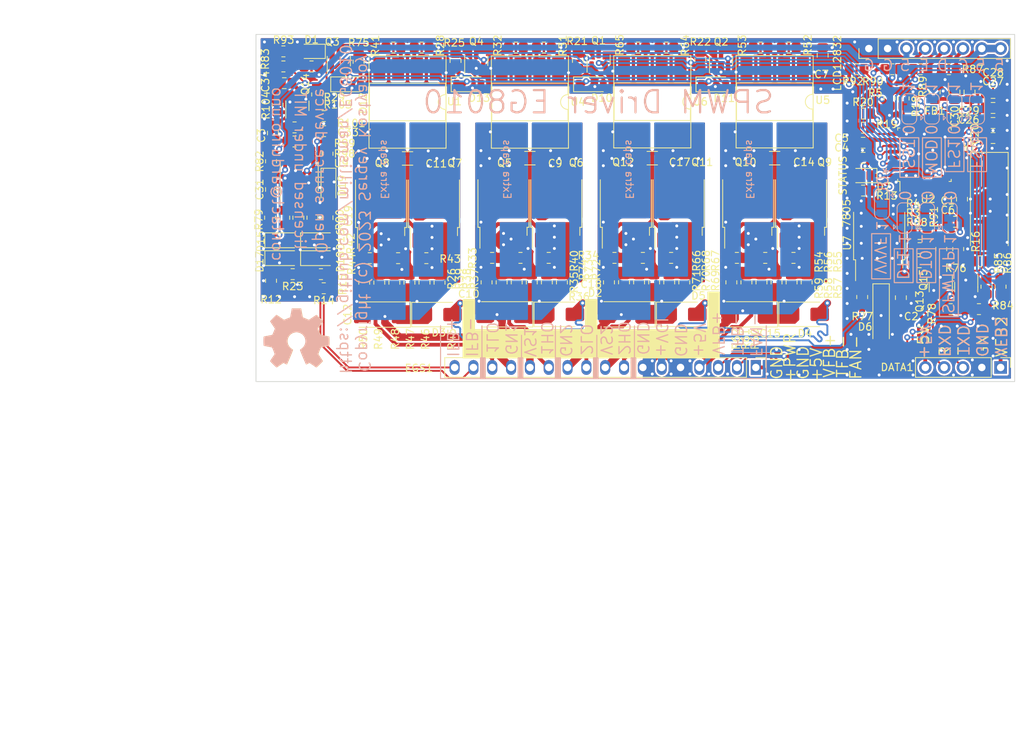
<source format=kicad_pcb>
(kicad_pcb (version 20221018) (generator pcbnew)
  (title_block (title "EG8010+TLP250S Sinusoid inverter") (date "2023-10-03") (rev "1") (company "Copyright (c) 2023, Sergey Kostyanoy <contact@arduino.uno>") (comment 1 "THIS DESIGN IS PROVIDED \"AS IS\", WITHOUT WARRANTY OF ANY KIND - MIT License") (comment 2 "More details in the documentation.") (comment 3 "Galvanic Isolation, Driver Amplification, UART, VFB2, and Differential Isense.") (comment 4 "This device replaces the EGS002 driver as well as some inverter parts."))
  (layers (0 "F.Cu" signal) (31 "B.Cu" signal) (34 "B.Paste" user) (35 "F.Paste" user) (36 "B.SilkS" user "B.Silkscreen") (37 "F.SilkS" user "F.Silkscreen") (38 "B.Mask" user) (39 "F.Mask" user) (44 "Edge.Cuts" user))
  (net 0 "")
  (net 1 "GND")
  (net 2 "Net-(U2-OSC2)")
  (net 3 "Net-(EGS1-Pin_13)")
  (net 4 "/VCC5V0")
  (net 5 "Net-(U2-OSC1)")
  (net 6 "Net-(U1-C)")
  (net 7 "Net-(U1-A)")
  (net 8 "Net-(U4-C)")
  (net 9 "Net-(U4-A)")
  (net 10 "Net-(D2-K)")
  (net 11 "Net-(D3-K)")
  (net 12 "Net-(U5-C)")
  (net 13 "Net-(U5-A)")
  (net 14 "Net-(U6-C)")
  (net 15 "Net-(U6-A)")
  (net 16 "Net-(D5-K)")
  (net 17 "Net-(U9A-+)")
  (net 18 "/REF5V0")
  (net 19 "Net-(Q5-B)")
  (net 20 "Net-(Q5-E)")
  (net 21 "Net-(Q6-E)")
  (net 22 "Net-(Q7-B)")
  (net 23 "Net-(Q7-E)")
  (net 24 "Net-(Q8-E)")
  (net 25 "Net-(Q10-B)")
  (net 26 "Net-(Q9-E)")
  (net 27 "Net-(Q10-E)")
  (net 28 "Net-(Q11-B)")
  (net 29 "Net-(Q11-E)")
  (net 30 "Net-(Q12-E)")
  (net 31 "Net-(D19-A)")
  (net 32 "/E_VFB2")
  (net 33 "/DT1")
  (net 34 "/DT0")
  (net 35 "/RXD")
  (net 36 "/TXD")
  (net 37 "/SPWMEN")
  (net 38 "/SPWTYP")
  (net 39 "/FRQSEL0")
  (net 40 "/FRQSEL1")
  (net 41 "/MODSEL")
  (net 42 "/SST")
  (net 43 "/VVVF")
  (net 44 "/VFB")
  (net 45 "/IFB")
  (net 46 "/TFB")
  (net 47 "/FRQVFB2")
  (net 48 "/FANCTR")
  (net 49 "/LEDOUT")
  (net 50 "/LCDCLK")
  (net 51 "/LCDDI")
  (net 52 "/LCDEN")
  (net 53 "Net-(D19-K)")
  (net 58 "Net-(D1-K)")
  (net 59 "Net-(D2-A)")
  (net 60 "Net-(D10-A)")
  (net 67 "Net-(D4-K)")
  (net 68 "Net-(Q2-S)")
  (net 69 "Net-(Q3-S)")
  (net 70 "Net-(Q4-S)")
  (net 71 "Net-(D11-A)")
  (net 72 "Net-(U9A--)")
  (net 73 "Net-(D12-A)")
  (net 74 "Net-(U9B--)")
  (net 75 "Net-(D13-A)")
  (net 76 "Net-(D15-A)")
  (net 77 "Net-(D17-A)")
  (net 78 "Net-(Q1-S)")
  (net 79 "Net-(Q1-D)")
  (net 80 "Net-(Q2-D)")
  (net 81 "Net-(Q3-D)")
  (net 82 "Net-(Q4-D)")
  (net 83 "Net-(Q14-G)")
  (net 84 "Net-(R83-Pad1)")
  (net 85 "Net-(LCD12832-Pin_6)")
  (net 86 "Net-(EGS1-Pin_14)")
  (net 87 "Net-(LCD12832-Pin_5)")
  (net 88 "Net-(LCD12832-Pin_4)")
  (net 89 "Net-(DATA1-Pin_3)")
  (net 90 "Net-(EGS1-Pin_11)")
  (net 91 "Net-(EGS1-Pin_9)")
  (net 92 "Net-(DATA1-Pin_4)")
  (net 93 "Net-(EGS1-Pin_1)")
  (net 94 "Net-(EGS1-Pin_12)")
  (net 95 "Net-(EGS1-Pin_8)")
  (net 96 "Net-(EGS1-Pin_10)")
  (net 97 "/E_VFB")
  (net 98 "/E_TFB")
  (net 99 "Net-(EGS1-Pin_15)")
  (net 100 "Net-(Q13-G)")
  (net 101 "Net-(U7-VI)")
  (net 102 "Net-(D1-A)")
  (net 103 "Net-(D7-A)")
  (net 104 "/I_FB+")
  (net 105 "/I_FB-")
  (footprint "Resistor_SMD:R_0805_2012Metric_Pad1.20x1.40mm_HandSolder" (layer "F.Cu") (at 107.811901 69.814175 -90)
    (fp_text reference "R70")
    (fp_text value "4.7")
  )
  (footprint "Capacitor_SMD:C_0805_2012Metric_Pad1.18x1.45mm_HandSolder" (layer "F.Cu") (at 139.065 71.882 -90)
    (fp_text reference "C2")
    (fp_text value "1uF")
  )
  (footprint "Connector_PinHeader_2.54mm:PinHeader_1x17_P2.54mm_Vertical" (layer "F.Cu") (at 119.497275 81.303455 -90)
    (fp_text reference "EGS1")
    (fp_text value "Conn_01x17_Pin")
  )
  (footprint "Capacitor_SMD:C_0805_2012Metric_Pad1.18x1.45mm_HandSolder" (layer "F.Cu") (at 143.627 44.111174 90)
    (fp_text reference "FB1")
    (fp_text value " 600Ω@100MHz")
  )
  (footprint "Resistor_SMD:R_0805_2012Metric_Pad1.20x1.40mm_HandSolder" (layer "F.Cu") (at 61.204 70.612)
    (fp_text reference "R14")
    (fp_text value "68K")
  )
  (footprint "Resistor_SMD:R_0805_2012Metric_Pad1.20x1.40mm_HandSolder" (layer "F.Cu") (at 152.517 70.400174 -90)
    (fp_text reference "R86")
    (fp_text value "10K")
  )
  (footprint "Package_TO_SOT_SMD:TO-252-2" (layer "F.Cu") (at 85.453901 59.068173 90)
    (fp_text reference "Q5")
    (fp_text value "PNP")
  )
  (footprint "Resistor_SMD:R_0805_2012Metric_Pad1.20x1.40mm_HandSolder" (layer "F.Cu") (at 145.786 73.429174)
    (fp_text reference "R78")
    (fp_text value "10K")
  )
  (footprint "Resistor_SMD:R_0805_2012Metric_Pad1.20x1.40mm_HandSolder" (layer "F.Cu") (at 141.595 67.098174 180)
    (fp_text reference "R88")
    (fp_text value "470")
  )
  (footprint "Resistor_SMD:R_0805_2012Metric_Pad1.20x1.40mm_HandSolder" (layer "F.Cu") (at 75.046999 66.548)
    (fp_text reference "R43")
    (fp_text value "470")
  )
  (footprint "Capacitor_SMD:C_1206_3216Metric_Pad1.33x1.80mm_HandSolder" (layer "F.Cu") (at 105.525901 53.050175)
    (fp_text reference "C17")
    (fp_text value "10uF 50V")
  )
  (footprint "Capacitor_SMD:C_0805_2012Metric_Pad1.18x1.45mm_HandSolder" (layer "F.Cu") (at 151.501 50.334174)
    (fp_text reference "C20")
    (fp_text value "100nF")
  )
  (footprint "Capacitor_SMD:C_1206_3216Metric_Pad1.33x1.80mm_HandSolder" (layer "F.Cu") (at 72.506999 53.086)
    (fp_text reference "C11")
    (fp_text value "10uF 50V")
  )
  (footprint "Capacitor_SMD:C_0805_2012Metric_Pad1.18x1.45mm_HandSolder" (layer "F.Cu") (at 133.975 50.969174 180)
    (fp_text reference "C5")
    (fp_text value "100nF")
  )
  (footprint "Capacitor_SMD:C_0805_2012Metric_Pad1.18x1.45mm_HandSolder" (layer "F.Cu") (at 146.421 61.637174)
    (fp_text reference "C6")
    (fp_text value "22pF")
  )
  (footprint "Resistor_SMD:R_0805_2012Metric_Pad1.20x1.40mm_HandSolder" (layer "F.Cu") (at 107.432 38.123174 180)
    (fp_text reference "R64")
    (fp_text value "470")
  )
  (footprint "Resistor_SMD:R_0805_2012Metric_Pad1.20x1.40mm_HandSolder" (layer "F.Cu") (at 76.824999 69.85 -90)
    (fp_text reference "R45")
    (fp_text value "4.7")
  )
  (footprint "Diode_SMD:D_SOD-123" (layer "F.Cu") (at 97.271 43.076174)
    (fp_text reference "D10")
    (fp_text value "1N4148W")
  )
  (footprint "Resistor_SMD:R_0805_2012Metric_Pad1.20x1.40mm_HandSolder" (layer "F.Cu") (at 54.092 53.467 -90)
    (fp_text reference "R82")
    (fp_text value "10K")
  )
  (footprint "Resistor_SMD:R_0805_2012Metric_Pad1.20x1.40mm_HandSolder" (layer "F.Cu") (at 133.848 71.797174 -90)
    (fp_text reference "R77")
    (fp_text value "4.7")
  )
  (footprint "Capacitor_SMD:C_0805_2012Metric_Pad1.18x1.45mm_HandSolder" (layer "F.Cu") (at 54.092 57.277 90)
    (fp_text reference "C31")
    (fp_text value "22pF")
  )
  (footprint "Resistor_SMD:R_0805_2012Metric_Pad1.20x1.40mm_HandSolder" (layer "F.Cu") (at 54.092 69.596 -90)
    (fp_text reference "R12")
    (fp_text value "68K")
  )
  (footprint "Resistor_SMD:R_0805_2012Metric_Pad1.20x1.40mm_HandSolder" (layer "F.Cu") (at 91.301901 69.814173 -90)
    (fp_text reference "R36")
    (fp_text value "4.7")
  )
  (footprint "Package_DIP:DIP-8_W8.89mm_SMDSocket_LongPads" (layer "F.Cu") (at 72.507 45.466 -90)
    (fp_text reference "U1")
    (fp_text value "TLP250")
  )
  (footprint "Resistor_SMD:R_0805_2012Metric_Pad1.20x1.40mm_HandSolder" (layer "F.Cu") (at 137.912 41.044174 180)
    (fp_text reference "R90")
    (fp_text value "470")
  )
  (footprint "Resistor_SMD:R_0805_2012Metric_Pad1.20x1.40mm_HandSolder" (layer "F.Cu") (at 57.267 50.8)
    (fp_text reference "R99")
    (fp_text value "68K")
  )
  (footprint "Diode_SMD:D_SMA" (layer "F.Cu") (at 126.111 74.132174)
    (fp_text reference "D4")
    (fp_text value "US1M")
  )
  (footprint "Package_TO_SOT_SMD:TO-252-2" (layer "F.Cu") (at 136.14 63.455174 90)
    (fp_text reference "U7")
    (fp_text value "7805")
  )
  (footprint "Resistor_SMD:R_0805_2012Metric_Pad1.20x1.40mm_HandSolder" (layer "F.Cu") (at 89.269901 69.814173 -90)
    (fp_text reference "R37")
    (fp_text value "4.7")
  )
  (footprint "LED_SMD:LED_0805_2012Metric_Pad1.15x1.40mm_HandSolder" (layer "F.Cu") (at 59.553 38.631174 180)
    (fp_text reference "D1")
    (fp_text value "OVC")
  )
  (footprint "Resistor_SMD:R_0805_2012Metric_Pad1.20x1.40mm_HandSolder" (layer "F.Cu") (at 87.237901 69.814173 -90)
    (fp_text reference "R38")
    (fp_text value "4.7")
  )
  (footprint "Capacitor_SMD:C_0805_2012Metric_Pad1.18x1.45mm_HandSolder" (layer "F.Cu") (at 61.712 61.087 -90)
    (fp_text reference "C19")
    (fp_text value "22pF")
  )
  (footprint "Package_TO_SOT_SMD:TO-252-2" (layer "F.Cu") (at 92.571901 59.068173 90)
    (fp_text reference "Q6")
    (fp_text value "NPN")
  )
  (footprint "Package_TO_SOT_SMD:TO-252-2" (layer "F.Cu") (at 68.944999 59.104 90)
    (fp_text reference "Q8")
    (fp_text value "PNP")
  )
  (footprint "Resistor_SMD:R_0805_2012Metric_Pad1.20x1.40mm_HandSolder" (layer "F.Cu") (at 116.194999 69.814174 -90)
    (fp_text reference "R62")
    (fp_text value "10K")
  )
  (footprint "Diode_SMD:D_SOD-123" (layer "F.Cu") (at 113.782 43.076174)
    (fp_text reference "D11")
    (fp_text value "1N4148W")
  )
  (footprint "Diode_SMD:D_SOD-123" (layer "F.Cu") (at 55.616 64.135)
    (fp_text reference "D15")
    (fp_text value "1N4148W")
  )
  (footprint "Capacitor_Tantalum_SMD:CP_EIA-6032-15_Kemet-U_Pad2.25x2.35mm_HandSolder" (layer "F.Cu") (at 101.979902 74.132175 180)
    (fp_text reference "C18")
    (fp_text value "10uF 35V")
  )
  (footprint "Resistor_SMD:R_0805_2012Metric_Pad1.20x1.40mm_HandSolder" (layer "F.Cu") (at 61.204 47.371)
    (fp_text reference "R101")
    (fp_text value "27K")
  )
  (footprint "Resistor_SMD:R_0805_2012Metric_Pad1.20x1.40mm_HandSolder" (layer "F.Cu") (at 74.792999 69.834 -90)
    (fp_text reference "R46")
    (fp_text value "4.7")
  )
  (footprint "Resistor_SMD:R_0805_2012Metric_Pad1.20x1.40mm_HandSolder" (layer "F.Cu") (at 116.940999 66.512174)
    (fp_text reference "R54")
    (fp_text value "10K")
  )
  (footprint "Package_TO_SOT_SMD:TO-252-2" (layer "F.Cu") (at 118.474999 59.068174 90)
    (fp_text reference "Q10")
    (fp_text value "PNP")
  )
  (footprint "Resistor_SMD:R_0805_2012Metric_Pad1.20x1.40mm_HandSolder" (layer "F.Cu") (at 95.494 39.901174 -90)
    (fp_text reference "R21")
    (fp_text value "2.2K")
  )
  (footprint "Resistor_SMD:R_0805_2012Metric_Pad1.20x1.40mm_HandSolder" (layer "F.Cu") (at 120.258999 69.814174 -90)
    (fp_text reference "R60")
    (fp_text value "4.7")
  )
  (footprint "Resistor_SMD:R_0805_2012Metric_Pad1.20x1.40mm_HandSolder" (layer "F.Cu") (at 144.516 65.320174 90)
    (fp_text reference "R91")
    (fp_text value "470")
  )
  (footprint "Resistor_SMD:R_0805_2012Metric_Pad1.20x1.40mm_HandSolder" (layer "F.Cu") (at 105.779901 69.814175 -90)
    (fp_text reference "R71")
    (fp_text value "4.7")
  )
  (footprint "Diode_SMD:D_SMA" (layer "F.Cu") (at 109.599902 74.132175)
    (fp_text reference "D5")
    (fp_text value "US1M")
  )
  (footprint "Resistor_SMD:R_0805_2012Metric_Pad1.20x1.40mm_HandSolder" (layer "F.Cu") (at 112.004 39.774174 -90)
    (fp_text reference "R22")
    (fp_text value "2.2K")
  )
  (footprint "Capacitor_SMD:C_0805_2012Metric_Pad1.18x1.45mm_HandSolder" (layer "F.Cu") (at 55.88 42.926)
    (fp_text reference "C34")
    (fp_text value "100nF")
  )
  (footprint "Capacitor_SMD:C_0805_2012Metric_Pad1.18x1.45mm_HandSolder" (layer "F.Cu") (at 128.514 39.160674 90)
    (fp_text reference "C7")
    (fp_text value "100nF")
  )
  (footprint "Resistor_SMD:R_0805_2012Metric_Pad1.20x1.40mm_HandSolder" (layer "F.Cu") (at 55.759 40.663174)
    (fp_text reference "R83")
    (fp_text value "2.2K")
  )
  (footprint "Resistor_SMD:R_0805_2012Metric_Pad1.20x1.40mm_HandSolder" (layer "F.Cu") (at 87.128 38.123174)
    (fp_text reference "R32")
    (fp_text value "470")
  )
  (footprint "Package_TO_SOT_SMD:SOT-23" (layer "F.Cu") (at 57.648 45.974 90)
    (fp_text reference "Q14")
    (fp_text value "2N7002")
  )
  (footprint "Resistor_SMD:R_0805_2012Metric_Pad1.20x1.40mm_HandSolder" (layer "F.Cu") (at 137.531 44.981174 90)
    (fp_text reference "R5")
    (fp_text value "10K")
  )
  (footprint "Resistor_SMD:R_0805_2012Metric_Pad1.20x1.40mm_HandSolder" (layer "F.Cu") (at 59.553 40.663174)
    (fp_text reference "R29")
    (fp_text value "2.2K")
  )
  (footprint "Package_TO_SOT_SMD:SOT-23" (layer "F.Cu") (at 98.288 39.774174 90)
    (fp_text reference "Q1")
    (fp_text value "2N7002")
  )
  (footprint "Resistor_SMD:R_0805_2012Metric_Pad1.20x1.40mm_HandSolder" (layer "F.Cu") (at 101.715901 69.798175 -90)
    (fp_text reference "R73")
    (fp_text value "4.7")
  )
  (footprint "Resistor_SMD:R_0805_2012Metric_Pad1.20x1.40mm_HandSolder" (layer "F.Cu") (at 57.267 48.895 180)
    (fp_text reference "R105" hide)
    (fp_text value "2.2K")
  )
  (footprint "Resistor_SMD:R_0805_2012Metric_Pad1.20x1.40mm_HandSolder" (layer "F.Cu") (at 57.775 61.087 90)
    (fp_text reference "R24" hide)
    (fp_text value "10K")
  )
  (footprint "Resistor_SMD:R_0805_2012Metric_Pad1.20x1.40mm_HandSolder" (layer "F.Cu") (at 133.086 41.044174 180)
    (fp_text reference "R92")
    (fp_text value "470")
  )
  (footprint "Capacitor_SMD:C_0805_2012Metric_Pad1.18x1.45mm_HandSolder" (layer "F.Cu") (at 148.326 44.111174 90)
    (fp_text reference "C29")
    (fp_text value "100nF")
  )
  (footprint "Diode_SMD:D_SOD-123" (layer "F.Cu") (at 60.442 66.548)
    (fp_text reference "D18")
    (fp_text value "1N4148W")
  )
  (footprint "Capacitor_SMD:C_1206_3216Metric_Pad1.33x1.80mm_HandSolder" (layer "F.Cu") (at 122.036999 53.050174)
    (fp_text reference "C14")
    (fp_text value "10uF 50V")
  )
  (footprint "Resistor_SMD:R_0805_2012Metric_Pad1.20x1.40mm_HandSolder" (layer "F.Cu") (at 57.013 68.707 180)
    (fp_text reference "R23")
    (fp_text value "10K")
  )
  (footprint "Package_QFP:LQFP-32_7x7mm_P0.8mm" (layer "F.Cu") (at 142.249 52.585174 90)
    (fp_text reference "U2")
    (fp_text value "EG8010")
  )
  (footprint "Resistor_SMD:R_0805_2012Metric_Pad1.20x1.40mm_HandSolder" (layer "F.Cu") (at 83.919901 66.512174)
    (fp_text reference "R33")
    (fp_text value "10K")
  )
  (footprint "Resistor_SMD:R_0805_2012Metric_Pad1.20x1.40mm_HandSolder" (layer "F.Cu") (at 123.942 38.123174 180)
    (fp_text reference "R52")
    (fp_text value "470")
  )
  (footprint "Resistor_SMD:R_0805_2012Metric_Pad1.20x1.40mm_HandSolder" (layer "F.Cu") (at 55.87 61.087 90)
    (fp_text reference "R79")
    (fp_text value "10K")
  )
  (footprint "Diode_SMD:D_SMA" (layer "F.Cu") (at 76.581 74.168)
    (fp_text reference "D3")
    (fp_text value "US1M")
  )
  (footprint "Resistor_SMD:R_0805_2012Metric_Pad1.20x1.40mm_HandSolder" (layer "F.Cu") (at 66.664999 69.85 -90)
    (fp_text reference "R50")
    (fp_text value "10K")
  )
  (footprint "Crystal:Crystal_SMD_HC49-SD" (layer "F.Cu") (at 150.993 58.970174 -90)
    (fp_text reference "Y1")
    (fp_text value "12Mhz")
  )
  (footprint "Resistor_SMD:R_0805_2012Metric_Pad1.20x1.40mm_HandSolder" (layer "F.Cu") (at 68.696999 69.85 -90)
    (fp_text reference "R49")
    (fp_text value "4.7")
  )
  (footprint "Resistor_SMD:R_0805_2012Metric_Pad1.20x1.40mm_HandSolder" (layer "F.Cu") (at 70.602 38.123174)
    (fp_text reference "R41")
    (fp_text value "470")
  )
  (footprint "Resistor_SMD:R_0805_2012Metric_Pad1.20x1.40mm_HandSolder" (layer "F.Cu") (at 109.843901 69.814175 -90)
    (fp_text reference "R69")
    (fp_text value "4.7")
  )
  (footprint "Resistor_SMD:R_0805_2012Metric_Pad1.20x1.40mm_HandSolder" (layer "F.Cu") (at 71.236999 66.548)
    (fp_text reference "R44")
    (fp_text value "470")
  )
  (footprint "Diode_SMD:D_SOD-123" (layer "F.Cu") (at 55.616 66.548)
    (fp_text reference "D17")
    (fp_text value "1N4148W")
  )
  (footprint "Resistor_SMD:R_0805_2012Metric_Pad1.20x1.40mm_HandSolder" (layer "F.Cu") (at 87.745901 66.512174)
    (fp_text reference "R40")
    (fp_text value "470")
  )
  (footprint "Resistor_SMD:R_0805_2012Metric_Pad1.20x1.40mm_HandSolder" (layer "F.Cu") (at 59.68 61.087 -90)
    (fp_text reference "R80")
    (fp_text value "68K")
  )
  (footprint "Resistor_SMD:R_0805_2012Metric_Pad1.20x1.40mm_HandSolder" (layer "F.Cu") (at 122.290999 69.814174 -90)
    (fp_text reference "R59")
    (fp_text value "4.7")
  )
  (footprint "Resistor_SMD:R_0805_2012Metric_Pad1.20x1.40mm_HandSolder" (layer "F.Cu") (at 145.532 41.044174 180)
    (fp_text reference "R87")
    (fp_text value "470")
  )
  (footprint "Diode_SMD:D_SOD-123" (layer "F.Cu") (at 60.442 64.135)
    (fp_text reference "D16")
    (fp_text value "1N4148W")
  )
  (footprint "Resistor_SMD:R_0805_2012Metric_Pad1.20x1.40mm_HandSolder" (layer "F.Cu") (at 150.612 70.400174 -90)
    (fp_text reference "R85")
    (fp_text value "10K")
  )
  (footprint "Resistor_SMD:R_0805_2012Metric_Pad1.20x1.40mm_HandSolder" (layer "F.Cu") (at 74.412 38.123174 180)
    (fp_text reference "R28")
    (fp_text value "470")
  )
  (footprint "Resistor_SMD:R_0805_2012Metric_Pad1.20x1.40mm_HandSolder" (layer "F.Cu") (at 65.903 40.028174 -90)
    (fp_text reference "R75")
    (fp_text value "2.2K")
  )
  (footprint "Resistor_SMD:R_0805_2012Metric_Pad1.20x1.40mm_HandSolder" (layer "F.Cu") (at 124.322999 69.814174 -90)
    (fp_text reference "R58")
    (fp_text value "4.7")
  )
  (footprint "Resistor_SMD:R_0805_2012Metric_Pad1.20x1.40mm_HandSolder" (layer "F.Cu") (at 103.747901 69.814175 -90)
    (fp_text reference "R72")
    (fp_text value "4.7")
  )
  (footprint "Capacitor_SMD:C_0805_2012Metric_Pad1.18x1.45mm_HandSolder" (layer "F.Cu") (at 147.31 58.589174 90)
    (fp_text reference "C1")
    (fp_text value "22pF")
  )
  (footprint "Diode_SMD:D_SMA" (layer "F.Cu") (at 93.089902 74.132174)
    (fp_text reference "D2")
    (fp_text value "US1M")
  )
  (footprint "Resistor_SMD:R_0805_2012Metric_Pad1.20x1.40mm_HandSolder" (layer "F.Cu") (at 133.975 47.032174)
    (fp_text reference "R20")
    (fp_text value "10K")
  )
  (footprint "Package_TO_SOT_SMD:TO-252-2" (layer "F.Cu") (at 125.592999 59.068174 90)
    (fp_text reference "Q9")
    (fp_text value "NPN")
  )
  (footprint "Resistor_SMD:R_0805_2012Metric_Pad1.20x1.40mm_HandSolder" (layer "F.Cu") (at 91.555901 66.512174)
    (fp_text reference "R34")
    (fp_text value "470")
  )
  (footprint "Resistor_SMD:R_0805_2012Metric_Pad1.20x1.40mm_HandSolder" (layer "F.Cu") (at 78.984 39.917174 -90)
    (fp_text reference "R25")
    (fp_text value "2.2K")
  )
  (footprint "Package_DIP:DIP-8_W8.89mm_SMDSocket_LongPads" (layer "F.Cu") (at 122.037 45.430174 -90)
    (fp_text reference "U5")
    (fp_text value "TLP250")
  )
  (footprint "Capacitor_Tantalum_SMD:CP_EIA-6032-15_Kemet-U_Pad2.25x2.35mm_HandSolder" (layer "F.Cu") (at 118.491 74.132174 180)
    (fp_text reference "C15")
    (fp_text value "10uF 35V")
  )
  (footprint "Resistor_SMD:R_0805_2012Metric_Pad1.20x1.40mm_HandSolder" (layer "F.Cu") (at 99.683901 69.814175 -90)
    (fp_text reference "R74")
    (fp_text value "10K")
  )
  (footprint "Resistor_SMD:R_0805_2012Metric_Pad1.20x1.40mm_HandSolder" (layer "F.Cu") (at 83.173901 69.814173 -90)
    (fp_text reference "R26")
    (fp_text value "10K")
  )
  (footprint "Capacitor_Tantalum_SMD:CP_EIA-6032-15_Kemet-U_Pad2.25x2.35mm_HandSolder" (layer "F.Cu") (at 68.961 74.168 180)
    (fp_text reference "C12")
    (fp_text value "10uF 35V")
  )
  (footprint "Resistor_SMD:R_0805_2012Metric_Pad1.20x1.40mm_HandSolder" (layer "F.Cu") (at 141.595 63.288174 180)
    (fp_text reference "R4")
    (fp_text value "10K")
  )
  (footprint "Resistor_SMD:R_0805_2012Metric_Pad1.20x1.40mm_HandSolder" (layer "F.Cu") (at 104.257 66.513274)
    (fp_text reference "R68")
    (fp_text value "470")
  )
  (footprint "Resistor_SMD:R_0805_2012Metric_Pad1.20x1.40mm_HandSolder" (layer "F.Cu") (at 54.981 45.847 -90)
    (fp_text reference "R104")
    (fp_text value "10K")
  )
  (footprint "Diode_SMD:D_SOD-123" (layer "F.Cu") (at 61.839 56.769 -90)
    (fp_text reference "D19")
    (fp_text value "1N4148W")
  )
  (footprint "Resistor_SMD:R_0805_2012Metric_Pad1.20x1.40mm_HandSolder" (layer "F.Cu") (at 60.823 68.707)
    (fp_text reference "R15")
    (fp_text value "10K")
  )
  (footprint "Capacitor_SMD:C_0805_2012Metric_Pad1.18x1.45mm_HandSolder" (layer "F.Cu") (at 151.501 46.270174)
    (fp_text reference "C27")
    (fp_text value "100nF")
  )
  (footprint "Capacitor_SMD:C_0805_2012Metric_Pad1.18x1.45mm_HandSolder" (layer "F.Cu") (at 146.294 44.111174 -90)
    (fp_text reference "C30")
    (fp_text value "1uF")
  )
  (footprint "Resistor_SMD:R_0805_2012Metric_Pad1.20x1.40mm_HandSolder" (layer "F.Cu") (at 126.354999 69.814174 -90)
    (fp_text reference "R57")
    (fp_text value "4.7")
  )
  (footprint "Resistor_SMD:R_0805_2012Metric_Pad1.20x1.40mm_HandSolder" (layer "F.Cu") (at 149.596 73.429174 180)
    (fp_text reference "R84")
    (fp_text value "10K")
  )
  (footprint "Resistor_SMD:R_0805_2012Metric_Pad1.20x1.40mm_HandSolder" (layer "F.Cu") (at 120.766999 66.512174)
    (fp_text reference "R56")
    (fp_text value "470")
  )
  (footprint "Resistor_SMD:R_0805_2012Metric_Pad1.20x1.40mm_HandSolder" (layer "F.Cu") (at 124.576999 66.512174)
    (fp_text reference "R55")
    (fp_text value "470")
  )
  (footprint "Resistor_SMD:R_0805_2012Metric_Pad1.20x1.40mm_HandSolder" (layer "F.Cu") (at 85.205901 69.814173 -90)
    (fp_text reference "R39")
    (fp_text value "4.7")
  )
  (footprint "Capacitor_SMD:C_0805_2012Metric_Pad1.18x1.45mm_HandSolder" (layer "F.Cu") (at 133.975 53.001174 180)
    (fp_text reference "C4")
    (fp_text value "1uF")
  )
  (footprint "Package_DIP:DIP-8_W8.89mm_SMDSocket_LongPads" (layer "F.Cu") (at 105.525901 45.430174 -90)
    (fp_text reference "U6")
    (fp_text value "TLP250")
  )
  (footprint "Diode_SMD:D_SOD-123" (layer "F.Cu") (at 80.762 43.076174)
    (fp_text reference "D13")
    (fp_text value "1N4148W")
  )
  (footprint "Capacitor_Tantalum_SMD:CP_EIA-6032-15_Kemet-U_Pad2.25x2.35mm_HandSolder" (layer "F.Cu") (at 85.469902 74.132174 180)
    (fp_text reference "C10")
    (fp_text value "10uF 35V")
  )
  (footprint "Resistor_SMD:R_0805_2012Metric_Pad1.20x1.40mm_HandSolder" (layer "F.Cu") (at 70.728999 69.85 -90)
    (fp_text reference "R48")
    (fp_text value "4.7")
  )
  (footprint "Package_TO_SOT_SMD:TO-252-2" (layer "F.Cu") (at 109.081901 59.068175 90)
    (fp_text reference "Q11")
    (fp_text value "NPN")
  )
  (footprint "Connector_PinHeader_2.54mm:PinHeader_1x08_P2.54mm_Vertical" (layer "F.Cu") (at 134.737 38.250174 90)
    (fp_text reference "LCD12832")
    (fp_text value "C2.54_01x08_Pin")
  )
  (footprint "LED_SMD:LED_0805_2012Metric_Pad1.15x1.40mm_HandSolder" (layer "F.Cu") (at 133.975 55.395174 180)
    (fp_text reference "D7")
    (fp_text value "STATUS")
  )
  (footprint "Capacitor_SMD:C_0805_2012Metric_Pad1.18x1.45mm_HandSolder" (layer "F.Cu") (at 151.501 48.302174)
    (fp_text reference "C26")
    (fp_text value "100nF")
  )
  (footprint "Resistor_SMD:R_0805_2012Metric_Pad1.20x1.40mm_HandSolder" (layer "F.Cu") (at 118.226999 69.814174 -90)
    (fp_text reference "R61")
    (fp_text value "4.7")
  )
  (footprint "Package_TO_SOT_SMD:SOT-23" (layer "F.Cu") (at 81.778 39.901174 90)
    (fp_text reference "Q4")
    (fp_text value "2N7002")
  )
  (footprint "Resistor_SMD:R_0805_2012Metric_Pad1.20x1.40mm_HandSolder" (layer "F.Cu") (at 93.333901 69.814173 -90)
    (fp_text reference "R35")
    (fp_text value "4.7")
  )
  (footprint "Package_TO_SOT_SMD:TO-252-2" (layer "F.Cu") (at 101.963901 59.068175 90)
    (fp_text reference "Q12")
    (fp_text value "PNP")
  )
  (footprint "Capacitor_SMD:C_0805_2012Metric_Pad1.18x1.45mm_HandSolder" (layer "F.Cu") (at 61.204 49.403)
    (fp_text reference "C33")
    (fp_text value "100nF")
  )
  (footprint "Package_SO:SOIC-8_3.9x4.9mm_P1.27mm" (layer "F.Cu") (at 57.902 55.499 90)
    (fp_text reference "U9")
    (fp_text value "LM358")
  )
  (footprint "Resistor_SMD:R_0805_2012Metric_Pad1.20x1.40mm_HandSolder" (layer "F.Cu") (at 53.965 61.087 -90)
    (fp_text reference "R81" hide)
    (fp_text value "68K")
  )
  (footprint "Resistor_SMD:R_0805_2012Metric_Pad1.20x1.40mm_HandSolder" (layer "F.Cu") (at 61.712 52.451 90)
    (fp_text reference "R98")
    (fp_text value "68K")
  )
  (footprint "Connector_PinHeader_2.54mm:PinHeader_1x05_P2.54mm_Vertical" (layer "F.Cu") (at 152.525672 81.304672 -90)
    (fp_text reference "DATA1")
    (fp_text value "C2.54_01x05_Pin")
  )
  (footprint "Diode_SMD:D_SOD-123" (layer "F.Cu") (at 64.506 43.076174)
    (fp_text reference "D12")
    (fp_text value "1N4148W")
  )
  (footprint "Resistor_SMD:R_0805_2012Metric_Pad1.20x1.40mm_HandSolder" (layer "F.Cu") (at 141.722 41.044174 180)
    (fp_text reference "R89")
    (fp_text value "470")
  )
  (footprint "Resistor_SMD:R_0805_2012Metric_Pad1.20x1.40mm_HandSolder" (layer "F.Cu") (at 100.429901 66.512175)
    (fp_text reference "R66")
    (fp_text value "10K")
  )
  (footprint "Resistor_SMD:R_0805_2012Metric_Pad1.20x1.40mm_HandSolder" (layer "F.Cu") (at 139.436 44.981174 -90)
    (fp_text reference "R18")
    (fp_text value "10K")
  )
  (footprint "Diode_SMD:D_MiniMELF_Handsoldering" (layer "F.Cu") (at 136.398 74.676 -90)
    (fp_text reference "D6")
    (fp_text value "Z5V6")
  )
  (footprint "Capacitor_SMD:C_1206_3216Metric_Pad1.33x1.80mm_HandSolder" (layer "F.Cu") (at 89.015901 53.050174)
    (fp_text reference "C9")
    (fp_text value "10uF 50V")
  )
  (footprint "Resistor_SMD:R_0805_2012Metric_Pad1.20x1.40mm_HandSolder" (layer "F.Cu") (at 60.315 44.45 -90)
    (fp_text reference "R103")
    (fp_text value "68K")
  )
  (footprint "Symbol:OSHW-Symbol_8.9x8mm_SilkScreen" (layer "F.Cu") (at 57.531 77.343)
    (fp_text reference "OSHW1" hide)
    (fp_text value "Logo_Open_Hardware_Small" hide)
  )
  (footprint "Resistor_SMD:R_0805_2012Metric_Pad1.20x1.40mm_HandSolder" (layer "F.Cu") (at 133.975 57.427174)
    (fp_text reference "R13")
    (fp_text value "2.2K")
  )
  (footprint "Resistor_SMD:R_0805_2012Metric_Pad1.20x1.40mm_HandSolder" (layer "F.Cu") (at 141.595 65.193174 180)
    (fp_text reference "R3")
    (fp_text value "10K")
  )
  (footprint "Resistor_SMD:R_0805_2012Metric_Pad1.20x1.40mm_HandSolder" (layer "F.Cu") (at 120.132 38.123174)
    (fp_text reference "R53")
    (fp_text value "470")
  )
  (footprint "Resistor_SMD:R_0805_2012Metric_Pad1.20x1.40mm_HandSolder" (layer "F.Cu") (at 67.410999 66.548)
    (fp_text reference "R42")
    (fp_text value "10K")
  )
  (footprint "Capacitor_SMD:C_0805_2012Metric_Pad1.18x1.45mm_HandSolder" (layer "F.Cu") (at 151.501 44.238174)
    (fp_text reference "C28")
    (fp_text value "100nF")
  )
  (footprint "Resistor_SMD:R_0805_2012Metric_Pad1.20x1.40mm_HandSolder" (layer "F.Cu") (at 103.622 38.123174)
    (fp_text reference "R65")
    (fp_text value "470")
  )
  (footprint "Resistor_SMD:R_0805_2012Metric_Pad1.20x1.40mm_HandSolder" (layer "F.Cu") (at 108.067 66.513274)
    (fp_text reference "R67")
    (fp_text value "470")
  )
  (footprint "Resistor_SMD:R_0805_2012Metric_Pad1.20x1.40mm_HandSolder" (layer "F.Cu") (at 72.760999 69.85 -90)
    (fp_text reference "R47")
    (fp_text value "4.7")
  )
  (footprint "Package_TO_SOT_SMD:SOT-23" (layer "F.Cu") (at 147.884 70.448674 -90)
    (fp_text reference "Q15")
    (fp_text value "2N7002")
  )
  (footprint "Package_TO_SOT_SMD:SOT-23" (layer "F.Cu") (at 144.45 70.448674 -90)
    (fp_text reference "Q13")
    (fp_text value "2N7002")
  )
  (footprint "Resistor_SMD:R_0805_2012Metric_Pad1.20x1.40mm_HandSolder" (layer "F.Cu") (at 146.802 65.320174 -90)
    (fp_text reference "R16")
    (fp_text value "10K")
  )
  (footprint "Capacitor_SMD:C_0805_2012Metric_Pad1.18x1.45mm_HandSolder" (layer "F.Cu") (at 54.346 49.657 -90)
    (fp_text reference "C3")
    (fp_text value "100nF")
  )
  (footprint "Package_TO_SOT_SMD:TO-252-2" (layer "F.Cu") (at 76.062999 59.104 90)
    (fp_text reference "Q7")
    (fp_text value "NPN")
  )
  (footprint "Resistor_SMD:R_0805_2012Metric_Pad1.20x1.40mm_HandSolder" (layer "F.Cu") (at 149.723 66.971174)
    (fp_text reference "R76")
    (fp_text value "2.2K")
  )
  (footprint "Resistor_SMD:R_0805_2012Metric_Pad1.20x1.40mm_HandSolder" (layer "F.Cu") (at 90.906 38.123174 180)
    (fp_text reference "R31")
    (fp_text value "470")
  )
  (footprint "Resistor_SMD:R_0805_2012Metric_Pad1.20x1.40mm_HandSolder" (layer "F.Cu") (at 133.9725 48.937174)
    (fp_text reference "R19")
    (fp_text value "10K")
  )
  (footprint "Package_DIP:DIP-8_W8.89mm_SMDSocket_LongPads" (layer "F.Cu") (at 89.015901 45.466 -90)
    (fp_text reference "U4")
    (fp_text value "TLP250")
  )
  (footprint "Resistor_SMD:R_0805_2012Metric_Pad1.20x1.40mm_HandSolder" (layer "F.Cu") (at 55.759 38.631174)
    (fp_text reference "R93")
    (fp_text value "2.2K")
  )
  (footprint "Package_TO_SOT_SMD:SOT-23" (layer "F.Cu") (at 114.798 39.901174 90)
    (fp_text reference "Q2")
    (fp_text value "2N7002")
  )
  (footprint "Package_TO_SOT_SMD:SOT-23" (layer "F.Cu") (at 63.236 39.949674 90)
    (fp_text reference "Q3")
    (fp_text value "2N7002")
  )
  (footprint "Jumper:SolderJumper-3_P1.3mm_Bridged12_RoundedPad1.0x1.5mm" (layer "B.Cu") (at 145.659 61.129174 90)
    (fp_text reference "JP8" hide)
    (fp_text value "SPWTYP")
  )
  (footprint "Jumper:SolderJumper-3_P1.3mm_Bridged12_RoundedPad1.0x1.5mm" (layer "B.Cu") (at 136.515 59.235174 -90)
    (fp_text reference "JP5" hide)
    (fp_text value "VVVF")
  )
  (footprint "Jumper:SolderJumper-3_P1.3mm_Bridged12_RoundedPad1.0x1.5mm" (layer "B.Cu") (at 140.198 46.397174 -90)
    (fp_text reference "JP6" hide)
    (fp_text value "SST")
  )
  (footprint "Jumper:SolderJumper-3_P1.3mm_Bridged12_RoundedPad1.0x1.5mm" (layer "B.Cu") (at 149.342 46.397174 90)
    (fp_text reference "JP2" hide)
    (fp_text value "FRQSEL0")
  )
  (footprint "Symbol:OSHW-Symbol_8.9x8mm_SilkScreen" (layer "B.Cu") (at 57.531 77.343 180)
    (fp_text reference "OSHW2" hide)
    (fp_text value "Logo_Open_Hardware_Small" hide)
  )
  (footprint "Jumper:SolderJumper-3_P1.3mm_Bridged12_RoundedPad1.0x1.5mm" (layer "B.Cu") (at 146.294 46.397174 90)
    (fp_text reference "JP1" hide)
    (fp_text value "FRQSEL1")
  )
  (footprint "Jumper:SolderJumper-3_P1.3mm_Bridged12_RoundedPad1.0x1.5mm" (layer "B.Cu") (at 139.563 61.129174 90)
    (fp_text reference "JP4" hide)
    (fp_text value "DT1")
  )
  (footprint "Jumper:SolderJumper-3_P1.3mm_Bridged12_RoundedPad1.0x1.5mm" (layer "B.Cu") (at 142.611 61.129174 90)
    (fp_text reference "JP3" hide)
    (fp_text value "DT0")
  )
  (footprint "Jumper:SolderJumper-3_P1.3mm_Bridged12_RoundedPad1.0x1.5mm" (layer "B.Cu") (at 143.246 46.397174 90)
    (fp_text reference "JP7" hide)
    (fp_text value "MODSEL")
  )
  (gr_poly locked (pts (xy 82.353428 80.01) (xy 82.980716 80.01) (xy 82.980716 82.804) (xy 82.353428 82.804)) (stroke (width 0.15)) (fill solid) (layer "B.SilkS"))
  (gr_rect locked (start 141.986 50.292) (end 144.526 55.626) (stroke (width 0.15)) (fill none) (layer "B.SilkS"))
  (gr_line locked (start 82.55 82.804) (end 82.55 75.692) (stroke (width 0.15)) (layer "B.SilkS"))
  (gr_rect locked (start 138.938 50.292) (end 141.478 55.626) (stroke (width 0.15)) (fill none) (layer "B.SilkS"))
  (gr_line locked (start 103.124 82.804) (end 120.904 82.804) (stroke (width 0.15)) (layer "B.SilkS"))
  (gr_line locked (start 92.456 82.804) (end 92.456 75.692) (stroke (width 0.15)) (layer "B.SilkS"))
  (gr_poly locked (pts (xy 92.471902 80.01) (xy 93.134532 80.01) (xy 93.134532 82.804) (xy 92.471902 82.804)) (stroke (width 0.15)) (fill solid) (layer "B.SilkS"))
  (gr_line locked (start 98.044 76.962) (end 98.044 82.804) (stroke (width 0.15)) (layer "B.SilkS"))
  (gr_line locked (start 87.884 76.962) (end 87.884 82.804) (stroke (width 0.15)) (layer "B.SilkS"))
  (gr_poly locked (pts (xy 102.682232 80.01) (xy 103.291851 80.01) (xy 103.291851 82.804) (xy 102.682232 82.804)) (stroke (width 0.15)) (fill solid) (layer "B.SilkS"))
  (gr_line locked (start 103.124 75.692) (end 103.124 82.804) (stroke (width 0.15)) (layer "B.SilkS"))
  (gr_line locked (start 120.904 82.804) (end 120.904 75.692) (stroke (width 0.15)) (layer "B.SilkS"))
  (gr_line locked (start 103.124 82.804) (end 92.456 82.804) (stroke (width 0.15)) (layer "B.SilkS"))
  (gr_rect locked (start 135.128 63.246) (end 137.668 69.342) (stroke (width 0.15)) (fill none) (layer "B.SilkS"))
  (gr_rect locked (start 148.082 50.292) (end 150.622 54.864) (stroke (width 0.15)) (fill none) (layer "B.SilkS"))
  (gr_line locked (start 92.456 82.804) (end 82.55 82.804) (stroke (width 0.15)) (layer "B.SilkS"))
  (gr_rect locked (start 145.034 50.292) (end 147.574 54.864) (stroke (width 0.15)) (fill none) (layer "B.SilkS"))
  (gr_poly locked (pts (xy 87.437086 80.01) (xy 88.056766 80.01) (xy 88.056766 82.804) (xy 87.437086 82.804)) (stroke (width 0.15)) (fill solid) (layer "B.SilkS"))
  (gr_line locked (start 82.55 82.804) (end 76.962 82.804) (stroke (width 0.15)) (layer "B.SilkS"))
  (gr_rect locked (start 144.272 65.278) (end 146.812 74.422) (stroke (width 0.15)) (fill none) (layer "B.SilkS"))
  (gr_poly locked (pts (xy 97.600046 80.01) (xy 98.209664 80.01) (xy 98.209664 82.804) (xy 97.600046 82.804)) (stroke (width 0.15)) (fill solid) (layer "B.SilkS"))
  (gr_rect locked (start 138.176 65.278) (end 140.716 69.85) (stroke (width 0.15)) (fill none) (layer "B.SilkS"))
  (gr_line locked (start 76.962 82.804) (end 76.962 75.692) (stroke (width 0.15)) (layer "B.SilkS"))
  (gr_rect locked (start 141.224 65.278) (end 143.764 69.85) (stroke (width 0.15)) (fill none) (layer "B.SilkS"))
  (gr_poly locked (pts (xy 98.298 76.2) (xy 114.554 76.2) (xy 114.554 80.01) (xy 103.378 80.01) (xy 103.296202 80.091798) (xy 103.296202 82.55) (xy 102.685523 82.55) (xy 102.685523 80.01) (xy 98.298 80.01)) (stroke (width 0.15)) (fill solid) (layer "F.SilkS"))
  (gr_poly locked (pts (xy 96.52 72.136) (xy 96.52 76.454) (xy 98.044 76.454) (xy 98.044 72.136)) (stroke (width 0.15)) (fill solid) (layer "F.SilkS"))
  (gr_poly locked (pts (xy 84.582 76.2) (xy 89.916 76.2) (xy 93.129665 79.413665) (xy 93.129665 82.55) (xy 92.520046 82.55) (xy 92.520046 80.01) (xy 88.138 80.01) (xy 84.582 76.454)) (stroke (width 0.15)) (fill solid) (layer "F.SilkS"))
  (gr_poly locked (pts (xy 80.01 72.136) (xy 80.01 76.454) (xy 81.534 76.454) (xy 81.534 72.136)) (stroke (width 0.15)) (fill solid) (layer "F.SilkS"))
  (gr_poly locked (pts (xy 89.916 76.2) (xy 98.208492 76.2) (xy 98.208492 82.55) (xy 97.586908 82.55) (xy 97.586908 80.01) (xy 92.964 80.01) (xy 89.916 76.962)) (stroke (width 0.15)) (fill solid) (layer "F.SilkS"))
  (gr_poly locked (pts (xy 82.361258 82.55) (xy 82.361258 80.075258) (xy 82.296 80.01) (xy 80.01 80.01) (xy 80.01 76.2) (xy 88.048203 76.2) (xy 88.048203 82.55) (xy 87.445158 82.55) (xy 87.445158 80.01) (xy 82.97957 80.01) (xy 82.97957 82.55)) (stroke (width 0.15)) (fill solid) (layer "F.SilkS"))
  (gr_poly locked (pts (xy 113.03 71.12) (xy 113.03 76.454) (xy 114.554 76.454) (xy 114.554 71.12)) (stroke (width 0.15)) (fill solid) (layer "F.SilkS"))
  (gr_rect locked (start 52.06 36.345174) (end 154.422 83.208174) (stroke (width 0.1)) (fill none) (layer "Edge.Cuts"))
  (gr_text locked "Extra caps" (at 101.854 58.674 -90) (layer "B.SilkS") (effects (font (size 1 1)) (justify left bottom mirror)))
  (gr_text locked "+VGI" (at 105.918 80.01 270) (layer "B.SilkS") (effects (font (size 1.5 1.5) (thickness 0.18)) (justify left bottom mirror)))
  (gr_text locked "0" (at 144.78 58.928 270) (layer "B.SilkS") (effects (font (size 1.5 1.5) (thickness 0.18)) (justify left bottom mirror)))
  (gr_text locked "Extra caps" (at 85.344 58.674 -90) (layer "B.SilkS") (effects (font (size 1 1)) (justify left bottom mirror)))
  (gr_text locked "1" (at 135.636 62.992 270) (layer "B.SilkS") (effects (font (size 1.5 1.5) (thickness 0.18)) (justify left bottom mirror)))
  (gr_text locked "FS0" (at 148.336 54.61 270) (layer "B.SilkS") (effects (font (size 1.5 1.5) (thickness 0.18)) (justify left bottom mirror)))
  (gr_text locked "1LO" (at 83.058 79.502 270) (layer "B.SilkS") (effects (font (size 1.5 1.5) (thickness 0.18)) (justify left bottom mirror)))
  (gr_text locked "DT1" (at 138.43 69.596 270) (layer "B.SilkS") (effects (font (size 1.5 1.5) (thickness 0.18)) (justify left bottom mirror)))
  (gr_text locked "Extra caps" (at 118.11 58.674 -90) (layer "B.SilkS") (effects (font (size 1 1)) (justify left bottom mirror)))
  (gr_text locked "1HO" (at 90.424 79.756 270) (layer "B.SilkS") (effects (font (size 1.5 1.5) (thickness 0.18)) (justify left bottom mirror)))
  (gr_text locked "0" (at 138.684 58.928 270) (layer "B.SilkS") (effects (font (size 1.5 1.5) (thickness 0.18)) (justify left bottom mirror)))
  (gr_text locked "G" (at 135.636 41.402) (layer "B.SilkS") (effects (font (size 1.5 1.5) (thickness 0.18)) (justify left bottom mirror)))
  (gr_text locked "licensed under MIT" (at 57.15 65.532 270) (layer "B.SilkS") (effects (font (size 1.5 1.5) (thickness 0.18)) (justify left bottom mirror)))
  (gr_text locked "5" (at 153.162 41.402) (layer "B.SilkS") (effects (font (size 1.5 1.5) (thickness 0.18)) (justify left bottom mirror)))
  (gr_text locked "IFB+" (at 77.724 80.01 270) (layer "B.SilkS") (effects (font (size 1.5 1.5) (thickness 0.18)) (justify left bottom mirror)))
  (gr_text locked "1" (at 141.732 64.77 270) (layer "B.SilkS") (effects (font (size 1.5 1.5) (thickness 0.18)) (justify left bottom mirror)))
  (gr_text locked "1" (at 145.288 44.196 270) (layer "B.SilkS") (effects (font (size 1.5 1.5) (thickness 0.18)) (justify left bottom mirror)))
  (gr_text locked "VVVF" (at 135.382 68.834 270) (layer "B.SilkS") (effects (font (size 1.5 1.5) (thickness 0.18)) (justify left bottom mirror)))
  (gr_text locked "DT0" (at 141.478 69.596 270) (layer "B.SilkS") (effects (font (size 1.5 1.5) (thickness 0.18)) (justify left bottom mirror)))
  (gr_text locked "VFB2" (at 151.638 80.01 270) (layer "B.SilkS") (effects (font (size 1.5 1.5) (thickness 0.18)) (justify left bottom mirror)))
  (gr_text locked "5" (at 140.462 41.402) (layer "B.SilkS") (effects (font (size 1.5 1.5) (thickness 0.18)) (justify left bottom mirror)))
  (gr_text locked "SST" (at 139.192 54.61 270) (layer "B.SilkS") (effects (font (size 1.5 1.5) (thickness 0.18)) (justify left bottom mirror)))
  (gr_text locked "FAN-" (at 118.618 80.01 270) (layer "B.SilkS") (effects (font (size 1.5 1.5) (thickness 0.18)) (justify left bottom mirror)))
  (gr_text locked "VS1" (at 88.138 80.01 270) (layer "B.SilkS") (effects (font (size 1.5 1.5) (thickness 0.18)) (justify left bottom mirror)))
  (gr_text locked "0" (at 148.336 50.038 270) (layer "B.SilkS") (effects (font (size 1.5 1.5) (thickness 0.18)) (justify left bottom mirror)))
  (gr_text locked "0" (at 142.24 50.038 270) (layer "B.SilkS") (effects (font (size 1.5 1.5) (thickness 0.18)) (justify left bottom mirror)))
  (gr_text locked "GN1" (at 85.598 79.756 270) (layer "B.SilkS") (effects (font (size 1.5 1.5) (thickness 0.18)) (justify left bottom mirror)))
  (gr_text locked "GN2" (at 92.964 80.01 270) (layer "B.SilkS") (effects (font (size 1.5 1.5) (thickness 0.18)) (justify left bottom mirror)))
  (gr_text locked "C" (at 148.336 41.402) (layer "B.SilkS") (effects (font (size 1.5 1.5) (thickness 0.18)) (justify left bottom mirror)))
  (gr_text locked "VS2" (at 98.425 79.756 270) (layer "B.SilkS") (effects (font (size 1.5 1.5) (thickness 0.18)) (justify left bottom mirror)))
  (gr_text locked "GND" (at 149.098 80.01 270) (layer "B.SilkS") (effects (font (size 1.5 1.5) (thickness 0.18)) (justify left bottom mirror)))
  (gr_text locked "1" (at 138.684 64.77 270) (layer "B.SilkS") (effects (font (size 1.5 1.5) (thickness 0.18)) (justify left bottom mirror)))
  (gr_text locked "2HO" (at 100.838 79.756 270) (layer "B.SilkS") (effects (font (size 1.5 1.5) (thickness 0.18)) (justify left bottom mirror)))
  (gr_text locked "GND" (at 108.458 80.01 270) (layer "B.SilkS") (effects (font (size 1.5 1.5) (thickness 0.18)) (justify left bottom mirror)))
  (gr_text locked "+5V" (at 110.998 80.01 270) (layer "B.SilkS") (effects (font (size 1.5 1.5) (thickness 0.18)) (justify left bottom mirror)))
  (gr_text locked "E" (at 143.002 41.402) (layer "B.SilkS") (effects (font (size 1.5 1.5) (thickness 0.18)) (justify left bottom mirror)))
  (gr_text locked "+5V" (at 141.478 80.264 270) (layer "B.SilkS") (effects (font (size 1.5 1.5) (thickness 0.18)) (justify left bottom mirror)))
  (gr_text locked "GND" (at 103.378 79.756 270) (layer "B.SilkS") (effects (font (size 1.5 1.5) (thickness 0.18)) (justify left bottom mirror)))
  (gr_text locked "0" (at 139.192 50.038 270) (layer "B.SilkS") (effects (font (size 1.5 1.5) (thickness 0.18)) (justify left bottom mirror)))
  (gr_text locked "Copyright (c) 2023 Sergey Kostyanoy" (at 65.786 82.042 -90) (layer "B.SilkS") (effects (font (size 1.5 1.5) (thickness 0.18)) (justify left bottom mirror)))
  (gr_text locked "5" (at 150.622 41.402) (layer "B.SilkS") (effects (font (size 1.5 1.5) (thickness 0.18)) (justify left bottom mirror)))
  (gr_text locked "D" (at 145.542 41.402) (layer "B.SilkS") (effects (font (size 1.5 1.5) (thickness 0.18)) (justify left bottom mirror)))
  (gr_text locked "RXD" (at 144.018 80.01 270) (layer "B.SilkS") (effects (font (size 1.5 1.5) (thickness 0.18)) (justify left bottom mirror)))
  (gr_text locked "Extra caps" (at 68.834 58.674 -90) (layer "B.SilkS") (effects (font (size 1 1)) (justify left bottom mirror)))
  (gr_text locked "2LO" (at 95.758 79.756 270) (layer "B.SilkS") (effects (font (size 1.5 1.5) (thickness 0.18)) (justify left bottom mirror)))
  (gr_text locked "1" (at 139.192 44.196 270) (layer "B.SilkS") (effects (font (size 1.5 1.5) (thickness 0.18)) (justify left bottom mirror)))
  (gr_text locked "contact@arduino.uno" (at 54.102 67.056 -90) (layer "B.SilkS") (effects (font (size 1.5 1.5) (thickness 0.18)) (justify left bottom mirror)))
  (gr_text locked "FS1" (at 145.288 54.61 270) (layer "B.SilkS") (effects (font (size 1.5 1.5) (thickness 0.18)) (justify left bottom mirror)))
  (gr_text locked "VFB+" (at 113.538 79.756 270) (layer "B.SilkS") (effects (font (size 1.5 1.5) (thickness 0.18)) (justify left bottom mirror)))
  (gr_text locked "1" (at 142.24 44.196 270) (layer "B.SilkS") (effects (font (size 1.5 1.5) (thickness 0.18)) (justify left bottom mirror)))
  (gr_text locked "0" (at 141.732 58.928 270) (layer "B.SilkS") (effects (font (size 1.5 1.5) (thickness 0.18)) (justify left bottom mirror)))
  (gr_text locked "0*" (at 135.636 56.896 270) (layer "B.SilkS") (effects (font (size 1.5 1.5) (thickness 0.18)) (justify left bottom mirror)))
  (gr_text locked "SPWM Driver EG8010" (at 122.174 47.244) (layer "B.SilkS") (effects (font (size 3 3) (thickness 0.3)) (justify left bottom mirror)))
  (gr_text locked "Open source device" (at 59.944 66.04 270) (layer "B.SilkS") (effects (font (size 1.5 1.5) (thickness 0.18)) (justify left bottom mirror)))
  (gr_text locked "SPWTYP" (at 144.526 74.168 270) (layer "B.SilkS") (effects (font (size 1.5 1.5) (thickness 0.18)) (justify left bottom mirror)))
  (gr_text locked "TFB-" (at 116.078 79.756 270) (layer "B.SilkS") (effects (font (size 1.5 1.5) (thickness 0.18)) (justify left bottom mirror)))
  (gr_text locked "G" (at 138.176 41.402) (layer "B.SilkS") (effects (font (size 1.5 1.5) (thickness 0.18)) (justify left bottom mirror)))
  (gr_text locked "1" (at 148.336 44.196 270) (layer "B.SilkS") (effects (font (size 1.5 1.5) (thickness 0.18)) (justify left bottom mirror)))
  (gr_text locked "https://github.com/millisman/EG8010" (at 63.246 82.296 270) (layer "B.SilkS") (effects (font (size 1.5 1.5) (thickness 0.18)) (justify left bottom mirror)))
  (gr_text locked "0" (at 145.288 50.038 270) (layer "B.SilkS") (effects (font (size 1.5 1.5) (thickness 0.18)) (justify left bottom mirror)))
  (gr_text locked "TXD" (at 146.558 79.756 270) (layer "B.SilkS") (effects (font (size 1.5 1.5) (thickness 0.18)) (justify left bottom mirror)))
  (gr_text locked "MOD" (at 142.24 55.372 270) (layer "B.SilkS") (effects (font (size 1.5 1.5) (thickness 0.18)) (justify left bottom mirror)))
  (gr_text locked "IFB-" (at 80.264 80.01 270) (layer "B.SilkS") (effects (font (size 1.5 1.5) (thickness 0.18)) (justify left bottom mirror)))
  (gr_text locked "1" (at 144.78 64.77 270) (layer "B.SilkS") (effects (font (size 1.5 1.5) (thickness 0.18)) (justify left bottom mirror)))
  (gr_text locked "GND" (at 123.19 83.058 -270) (layer "F.SilkS") (effects (font (size 1.5 1.5) (thickness 0.18)) (justify left bottom)))
  (gr_text locked "+PWR" (at 124.968 83.312 90) (layer "F.SilkS") (effects (font (size 1.5 1.5) (thickness 0.18)) (justify left bottom)))
  (gr_text locked "GND" (at 151.003 80.01 -270) (layer "F.SilkS") (effects (font (size 1.5 1.5) (thickness 0.18)) (justify left bottom)))
  (gr_text locked "VFB+" (at 130.302 82.804 -270) (layer "F.SilkS") (effects (font (size 1.5 1.5) (thickness 0.18)) (justify left bottom)))
  (gr_text locked "VFB2" (at 153.543 80.01 -270) (layer "F.SilkS") (effects (font (size 1.5 1.5) (thickness 0.18)) (justify left bottom)))
  (gr_text locked "STATUS" (at 131.826 58.166 90) (layer "F.SilkS") (effects (font (size 1 1)) (justify left bottom)))
  (gr_text locked "TFB-" (at 132.08 82.804 -270) (layer "F.SilkS") (effects (font (size 1.5 1.5) (thickness 0.18)) (justify left bottom)))
  (gr_text locked "+5V" (at 143.002 80.264 -270) (layer "F.SilkS") (effects (font (size 1.5 1.5) (thickness 0.18)) (justify left bottom)))
  (gr_text locked "TXD" (at 148.463 79.756 -270) (layer "F.SilkS") (effects (font (size 1.5 1.5) (thickness 0.18)) (justify left bottom)))
  (gr_text locked "FAN-" (at 133.858 83.058 -270) (layer "F.SilkS") (effects (font (size 1.5 1.5) (thickness 0.18)) (justify left bottom)))
  (gr_text locked "7805" (at 132.334 62.484 90) (layer "F.SilkS") (effects (font (size 1 1)) (justify left bottom)))
  (gr_text locked "RXD" (at 145.923 80.01 -270) (layer "F.SilkS") (effects (font (size 1.5 1.5) (thickness 0.18)) (justify left bottom)))
  (gr_text locked "GND" (at 126.746 83.058 -270) (layer "F.SilkS") (effects (font (size 1.5 1.5) (thickness 0.18)) (justify left bottom)))
  (gr_text locked "+5V" (at 128.524 83.312 -270) (layer "F.SilkS") (effects (font (size 1.5 1.5) (thickness 0.18)) (justify left bottom)))
  (segment locked (start 110.607 38.993175) (end 111.460999 39.847174) (width 0.254) (layer "F.Cu") (net 1))
  (segment locked (start 142.103 59.135174) (end 142.103 61.522308) (width 0.254) (layer "F.Cu") (net 1))
  (segment locked (start 134.737 38.250174) (end 137.277 38.250174) (width 1) (layer "F.Cu") (net 1))
  (segment locked (start 110.48 37.269674) (end 110.607 37.396674) (width 0.254) (layer "F.Cu") (net 1))
  (segment locked (start 141.049 58.081174) (end 141.049 56.760174) (width 0.508) (layer "F.Cu") (net 1))
  (segment locked (start 59.807 57.974) (end 59.807 59.96) (width 0.508) (layer "F.Cu") (net 1))
  (segment locked (start 141.957 55.414174) (end 142.611 54.760174) (width 0.508) (layer "F.Cu") (net 1))
  (segment locked (start 145.405 61.615674) (end 145.3835 61.637174) (width 0.254) (layer "F.Cu") (net 1))
  (segment locked (start 111.460999 39.847174) (end 112.693001 39.847174) (width 0.254) (layer "F.Cu") (net 1))
  (segment locked (start 97.78 42.568174) (end 97.78 43.386174) (width 0.254) (layer "F.Cu") (net 1))
  (segment locked (start 114.798 40.376594) (end 114.163 39.741594) (width 0.254) (layer "F.Cu") (net 1))
  (segment locked (start 141.049 55.414174) (end 141.957 55.414174) (width 0.508) (layer "F.Cu") (net 1))
  (segment locked (start 61.6745 60.087) (end 61.712 60.0495) (width 0.508) (layer "F.Cu") (net 1))
  (segment locked (start 62.092 64.135) (end 62.092 66.548) (width 0.508) (layer "F.Cu") (net 1))
  (segment locked (start 83.302 42.060174) (end 83.7338 41.628374) (width 0.254) (layer "F.Cu") (net 1))
  (segment locked (start 114.798 41.425174) (end 114.798 40.376594) (width 0.254) (layer "F.Cu") (net 1))
  (segment locked (start 114.163 39.741594) (end 114.163 37.269674) (width 0.254) (layer "F.Cu") (net 1))
  (segment locked (start 144.9905 58.589174) (end 144.9905 60.215123) (width 0.254) (layer "F.Cu") (net 1))
  (segment locked (start 114.036 42.5082) (end 114.036 43.386174) (width 0.254) (layer "F.Cu") (net 1))
  (segment locked (start 141.388134 62.237174) (end 136.182 62.237174) (width 0.254) (layer "F.Cu") (net 1))
  (segment locked (start 113.147 40.301173) (end 113.147 41.6192) (width 0.254) (layer "F.Cu") (net 1))
  (segment locked (start 53.076 71.755) (end 59.299 71.755) (width 0.254) (layer "F.Cu") (net 1))
  (segment locked (start 83.7338 41.628374) (end 83.7338 40.917174) (width 0.254) (layer "F.Cu") (net 1))
  (segment locked (start 141.722 43.191746) (end 141.722 40.028174) (width 0.254) (layer "F.Cu") (net 1))
  (segment locked (start 62.092 66.548) (end 62.092 67.180394) (width 0.508) (layer "F.Cu") (net 1))
  (segment locked (start 147.929 52.985174) (end 147.945 53.001174) (width 0.25) (layer "F.Cu") (net 1))
  (segment locked (start 82.413 42.060174) (end 83.302 42.060174) (width 0.254) (layer "F.Cu") (net 1))
  (segment locked (start 144.9905 60.215123) (end 145.405 60.629623) (width 0.254) (layer "F.Cu") (net 1))
  (segment locked (start 96.383 41.806174) (end 97.018 41.806174) (width 0.254) (layer "F.Cu") (net 1))
  (segment locked (start 59.172 56.388) (end 59.807 57.023) (width 0.508) (layer "F.Cu") (net 1))
  (segment locked (start 81.016 39.613754) (end 81.016 38.123174) (width 0.254) (layer "F.Cu") (net 1))
  (segment locked (start 141.716286 43.19746) (end 141.722 43.191746) (width 0.254) (layer "F.Cu") (net 1))
  (segment locked (start 112.693001 39.847174) (end 113.147 40.301173) (width 0.254) (layer "F.Cu") (net 1))
  (segment locked (start 146.802 64.320174) (end 146.802 64.048062) (width 0.254) (layer "F.Cu") (net 1))
  (segment locked (start 62.092 67.180394) (end 62.877 67.965394) (width 0.508) (layer "F.Cu") (net 1))
  (segment locked (start 145.3835 62.629562) (end 145.3835 61.637174) (width 0.254) (layer "F.Cu") (net 1))
  (segment locked (start 145.405 60.629623) (end 145.405 61.615674) (width 0.254) (layer "F.Cu") (net 1))
  (segment locked (start 146.802 64.048062) (end 145.3835 62.629562) (width 0.254) (layer "F.Cu") (net 1))
  (segment locked (start 62.347 71.755) (end 62.347 70.755) (width 0.254) (layer "F.Cu") (net 1))
  (segment locked (start 94.643903 41.933174) (end 96.256 41.933174) (width 0.254) (layer "F.Cu") (net 1))
  (segment locked (start 81.778 40.917174) (end 81.778 41.425174) (width 0.254) (layer "F.Cu") (net 1))
  (segment locked (start 62.877 67.965394) (end 62.877 69.939) (width 0.508) (layer "F.Cu") (net 1))
  (segment locked (start 59.807 59.96) (end 59.68 60.087) (width 0.508) (layer "F.Cu") (net 1))
  (segment locked (start 145.024 42.441174) (end 145.532 41.933174) (width 0.254) (layer "F.Cu") (net 1))
  (segment locked (start 94.225403 41.514674) (end 94.643903 41.933174) (width 0.254) (layer "F.Cu") (net 1))
  (segment locked (start 141.049 55.414174) (end 141.049 56.760174) (width 0.508) (layer "F.Cu") (net 1))
  (segment locked (start 142.103 61.522308) (end 141.388134 62.237174) (width 0.254) (layer "F.Cu") (net 1))
  (segment locked (start 147.818 41.933174) (end 147.818 39.774174) (width 0.254) (layer "F.Cu") (net 1))
  (segment locked (start 81.778 40.917174) (end 81.778 40.375754) (width 0.254) (layer "F.Cu") (net 1))
  (segment locked (start 97.018 41.806174) (end 97.78 42.568174) (width 0.254) (layer "F.Cu") (net 1))
  (segment locked (start 96.256 41.933174) (end 96.383 41.806174) (width 0.254) (layer "F.Cu") (net 1))
  (segment locked (start 62.347 70.755) (end 62.204 70.612) (width 0.254) (layer "F.Cu") (net 1))
  (segment locked (start 113.147 41.6192) (end 114.036 42.5082) (width 0.254) (layer "F.Cu") (net 1))
  (segment locked (start 81.778 40.375754) (end 81.016 39.613754) (width 0.254) (layer "F.Cu") (net 1))
  (segment locked (start 59.807 57.023) (end 59.807 57.974) (width 0.508) (layer "F.Cu") (net 1))
  (segment locked (start 141.049 58.081174) (end 142.103 59.135174) (width 0.254) (layer "F.Cu") (net 1))
  (segment locked (start 146.424 52.985174) (end 147.929 52.985174) (width 0.25) (layer "F.Cu") (net 1))
  (segment locked (start 81.778 41.425174) (end 82.413 42.060174) (width 0.254) (layer "F.Cu") (net 1))
  (segment locked (start 62.877 69.939) (end 62.204 70.612) (width 0.508) (layer "F.Cu") (net 1))
  (segment locked (start 110.607 37.396674) (end 110.607 38.993175) (width 0.254) (layer "F.Cu") (net 1))
  (segment locked (start 136.182 62.237174) (end 136.14 62.195174) (width 0.254) (layer "F.Cu") (net 1))
  (segment locked (start 134.637957 38.151131) (end 134.737 38.250174) (width 0.254) (layer "F.Cu") (net 1))
  (segment locked (start 145.532 41.933174) (end 145.532 39.520174) (width 0.254) (layer "F.Cu") (net 1))
  (via locked (at 133.848 66.571174) (size 0.8) (drill 0.4) (layers "F.Cu" "B.Cu") (net 1))
  (via locked (at 108.067 80.414174) (size 0.8) (drill 0.4) (layers "F.Cu" "B.Cu") (net 1))
  (via locked (at 53.076 69.595794) (size 0.8) (drill 0.4) (layers "F.Cu" "B.Cu") (net 1))
  (via locked (at 141.716286 43.19746) (size 0.8) (drill 0.4) (layers "F.Cu" "B.Cu") (net 1))
  (via locked (at 151.374 51.712174) (size 0.8) (drill 0.4) (layers "F.Cu" "B.Cu") (net 1))
  (via locked (at 146.167 37.361174) (size 0.8) (drill 0.4) (layers "F.Cu" "B.Cu") (net 1))
  (via locked (at 58.029 65.405) (size 0.8) (drill 0.4) (layers "F.Cu" "B.Cu") (net 1))
  (via locked (at 125.339 78.890174) (size 0.8) (drill 0.4) (layers "F.Cu" "B.Cu") (net 1))
  (via locked (at 100.193 41.298174) (size 0.8) (drill 0.4) (layers "F.Cu" "B.Cu") (net 1))
  (via locked (at 153.406 49.299174) (size 0.8) (drill 0.4) (layers "F.Cu" "B.Cu") (net 1))
  (via locked (at 62.347 37.361174) (size 0.8) (drill 0.4) (layers "F.Cu" "B.Cu") (net 1))
  (via locked (at 151.12 58.570174) (size 0.8) (drill 0.4) (layers "F.Cu" "B.Cu") (net 1))
  (via locked (at 147.691 47.902174) (size 0.8) (drill 0.4) (layers "F.Cu" "B.Cu") (net 1))
  (via locked (at 131.816 48.029174) (size 0.8) (drill 0.4) (layers "F.Cu" "B.Cu") (net 1))
  (via locked (at 132.334 76.835) (size 0.8) (drill 0.4) (layers "F.Cu" "B.Cu") (net 1))
  (via locked (at 59.934 64.77) (size 0.8) (drill 0.4) (layers "F.Cu" "B.Cu") (net 1))
  (via locked (at 145.024 42.441174) (size 0.8) (drill 0.4) (layers "F.Cu" "B.Cu") (net 1))
  (via locked (at 148.707 80.287174) (size 0.8) (drill 0.4) (layers "F.Cu" "B.Cu") (net 1))
  (via locked (at 55.235 67.183) (size 0.8) (drill 0.4) (layers "F.Cu" "B.Cu") (net 1))
  (via locked (at 137.531 47.267174) (size 0.8) (drill 0.4) (layers "F.Cu" "B.Cu") (net 1))
  (via locked (at 53.203 37.361174) (size 0.8) (drill 0.4) (layers "F.Cu" "B.Cu") (net 1))
  (via locked (at 131.816 60.475174) (size 0.8) (drill 0.4) (layers "F.Cu" "B.Cu") (net 1))
  (via locked (at 53.076 71.755) (size 0.8) (drill 0.4) (layers "F.Cu" "B.Cu") (net 1))
  (via locked (at 53.076 67.564) (size 0.8) (drill 0.4) (layers "F.Cu" "B.Cu") (net 1))
  (via locked (at 83.7338 40.917174) (size 0.8) (drill 0.4) (layers "F.Cu" "B.Cu") (net 1))
  (via locked (at 141.468 52.474174) (size 0.8) (drill 0.4) (layers "F.Cu" "B.Cu") (net 1))
  (via locked (at 131.816 51.966174) (size 0.8) (drill 0.4) (layers "F.Cu" "B.Cu") (net 1))
  (via locked (at 94.225403 41.514674) (size 0.8) (drill 0.4) (layers "F.Cu" "B.Cu") (net 1))
  (via locked (at 62.601 56.261) (size 0.8) (drill 0.4) (layers "F.Cu" "B.Cu") (net 1))
  (via locked (at 140.706 82.319174) (size 0.8) (drill 0.4) (layers "F.Cu" "B.Cu") (net 1))
  (via locked (at 131.816 64.539174) (size 0.8) (drill 0.4) (layers "F.Cu" "B.Cu") (net 1))
  (via locked (at 138.039 59.459174) (size 0.8) (drill 0.4) (layers "F.Cu" "B.Cu") (net 1))
  (via locked (at 81.27 43.584174) (size 0.8) (drill 0.4) (layers "F.Cu" "B.Cu") (net 1))
  (via locked (at 53.076 63.246) (size 0.8) (drill 0.4) (layers "F.Cu" "B.Cu") (net 1))
  (via locked (at 131.816 45.616174) (size 0.8) (drill 0.4) (layers "F.Cu" "B.Cu") (net 1))
  (via locked (at 125.339 82.319174) (size 0.8) (drill 0.4) (layers "F.Cu" "B.Cu") (net 1))
  (via locked (at 149.469 75.715174) (size 0.8) (drill 0.4) (layers "F.Cu" "B.Cu") (net 1))
  (via locked (at 147.437 67.516674) (size 0.8) (drill 0.4) (layers "F.Cu" "B.Cu") (net 1))
  (via locked (at 153.406 51.731174) (size 0.8) (drill 0.4) (layers "F.Cu" "B.Cu") (net 1))
  (via locked (at 145.659 67.479174) (size 0.8) (drill 0.4) (layers "F.Cu" "B.Cu") (net 1))
  (via locked (at 144.516 79.017174) (size 0.8) (drill 0.4) (layers "F.Cu" "B.Cu") (net 1))
  (via locked (at 122.291 78.885302) (size 0.8) (drill 0.4) (layers "F.Cu" "B.Cu") (net 1))
  (via locked (at 105.527 82.192174) (size 0.8) (drill 0.4) (layers "F.Cu" "B.Cu") (net 1))
  (via locked (at 134.747 78.867) (size 0.8) (drill 0.4) (layers "F.Cu" "B.Cu") (net 1))
  (via locked (at 137.912 66.571174) (size 0.8) (drill 0.4) (layers "F.Cu" "B.Cu") (net 1))
  (via locked (at 113.147 82.192174) (size 0.8) (drill 0.4) (layers "F.Cu" "B.Cu") (net 1))
  (via locked (at 77.716502 41.514674) (size 0.8) (drill 0.4) (layers "F.Cu" "B.Cu") (net 1))
  (via locked (at 131.816 70.635174) (size 0.8) (drill 0.4) (layers "F.Cu" "B.Cu") (net 1))
  (via locked (at 55.235 64.516) (size 0.8) (drill 0.4) (layers "F.Cu" "B.Cu") (net 1))
  (via locked (at 132.578 44.092174) (size 0.8) (drill 0.4) (layers "F.Cu" "B.Cu") (net 1))
  (via locked (at 62.601 45.974) (size 0.8) (drill 0.4) (layers "F.Cu" "B.Cu") (net 1))
  (via locked (at 62.347 71.755) (size 0.8) (drill 0.4) (layers "F.Cu" "B.Cu") (net 1))
  (via locked (at 153.406 39.901174) (size 0.8) (drill 0.4) (layers "F.Cu" "B.Cu") (net 1))
  (via locked (at 146.167 82.319174) (size 0.8) (drill 0.4) (layers "F.Cu" "B.Cu") (net 1))
  (via locked (at 105.527 80.414174) (size 0.8) (drill 0.4) (layers "F.Cu" "B.Cu") (net 1))
  (via locked (at 144.9905 58.589174) (size 0.8) (drill 0.4) (layers "F.Cu" "B.Cu") (net 1))
  (via locked (at 127.371 41.425174) (size 0.8) (drill 0.4) (layers "F.Cu" "B.Cu") (net 1))
  (via locked (at 138.9915 42.343674) (size 0.8) (drill 0.4) (layers "F.Cu" "B.Cu") (net 1))
  (via locked (at 151.501 49.318174) (size 0.8) (drill 0.4) (layers "F.Cu" "B.Cu") (net 1))
  (via locked (at 136.398 74.295) (size 0.8) (drill 0.4) (layers "F.Cu" "B.Cu") (net 1))
  (via locked (at 131.816 66.571174) (size 0.8) (drill 0.4) (layers "F.Cu" "B.Cu") (net 1))
  (via locked (at 65.014 43.584174) (size 0.8) (drill 0.4) (layers "F.Cu" "B.Cu") (net 1))
  (via locked (at 129.911 43.711174) (size 0.8) (drill 0.4) (layers "F.Cu" "B.Cu") (net 1))
  (via locked (at 114.036 43.386174) (size 0.8) (drill 0.4) (layers "F.Cu" "B.Cu") (net 1))
  (via locked (at 115.687 82.192174) (size 0.8) (drill 0.4) (layers "F.Cu" "B.Cu") (net 1))
  (via locked (at 57.648 70.104) (size 0.8) (drill 0.4) (layers "F.Cu" "B.Cu") (net 1))
  (via locked (at 153.406 67.460174) (size 0.8) (drill 0.4) (layers "F.Cu" "B.Cu") (net 1))
  (via locked (at 153.406 57.954174) (size 0.8) (drill 0.4) (layers "F.Cu" "B.Cu") (net 1))
  (via locked (at 138.42 56.284174) (size 0.8) (drill 0.4) (layers "F.Cu" "B.Cu") (net 1))
  (via locked (at 67.297498 41.171174) (size 0.8) (drill 0.4) (layers "F.Cu" "B.Cu") (net 1))
  (via locked (at 114.798 41.425174) (size 0.8) (drill 0.4) (layers "F.Cu" "B.Cu") (net 1))
  (via locked (at 153.406 43.076174) (size 0.8) (drill 0.4) (layers "F.Cu" "B.Cu") (net 1))
  (via locked (at 153.406 47.267174) (size 0.8) (drill 0.4) (layers "F.Cu" "B.Cu") (net 1))
  (via locked (at 146.675 75.715174) (size 0.8) (drill 0.4) (layers "F.Cu" "B.Cu") (net 1))
  (via locked (at 148.707 37.361174) (size 0.8) (drill 0.4) (layers "F.Cu" "B.Cu") (net 1))
  (via locked (at 136.134 64.539174) (size 0.8) (drill 0.4) (layers "F.Cu" "B.Cu") (net 1))
  (via locked (at 141.087 37.361174) (size 0.8) (drill 0.4) (layers "F.Cu" "B.Cu") (net 1))
  (via locked (at 131.816 54.252174) (size 0.8) (drill 0.4) (layers "F.Cu" "B.Cu") (net 1))
  (via locked (at 53.203 49.657) (size 0.8) (drill 0.4) (layers "F.Cu" "B.Cu") (net 1))
  (via locked (at 55.235 71.755) (size 0.8) (drill 0.4) (layers "F.Cu" "B.Cu") (net 1))
  (via locked (at 148.072 65.301174) (size 0.8) (drill 0.4) (layers "F.Cu" "B.Cu") (net 1))
  (via locked (at 57.394 54.737) (size 0.8) (drill 0.4) (layers "F.Cu" "B.Cu") (net 1))
  (via locked (at 134.747 76.835) (size 0.8) (drill 0.4) (layers "F.Cu" "B.Cu") (net 1))
  (via locked (at 60.95 66.421) (size 0.8) (drill 0.4) (layers "F.Cu" "B.Cu") (net 1))
  (via locked (at 81.778 40.917174) (size 0.8) (drill 0.4) (layers "F.Cu" "B.Cu") (net 1))
  (via locked (at 56.642 45.466) (size 0.8) (drill 0.4) (layers "F.Cu" "B.Cu") (net 1))
  (via locked (at 148.707 82.319174) (size 0.8) (drill 0.4) (layers "F.Cu" "B.Cu") (net 1))
  (via locked (at 131.816 72.667174) (size 0.8) (drill 0.4) (layers "F.Cu" "B.Cu") (net 1))
  (via locked (at 59.299 71.755) (size 0.8) (drill 0.4) (layers "F.Cu" "B.Cu") (net 1))
  (via locked (at 53.076 65.278) (size 0.8) (drill 0.4) (layers "F.Cu" "B.Cu") (net 1))
  (via locked (at 139.817 55.395174) (size 0.8) (drill 0.4) (layers "F.Cu" "B.Cu") (net 1))
  (via locked (at 139.817 49.807174) (size 0.8) (drill 0.4) (layers "F.Cu" "B.Cu") (net 1))
  (via locked (at 148.453 58.570174) (size 0.8) (drill 0.4) (layers "F.Cu" "B.Cu") (net 1))
  (via locked (at 53.203 47.752) (size 0.8) (drill 0.4) (layers "F.Cu" "B.Cu") (net 1))
  (via locked (at 135.88 66.571174) (size 0.8) (drill 0.4) (layers "F.Cu" "B.Cu") (net 1))
  (via locked (at 130.8 41.425174) (size 0.8) (drill 0.4) (layers "F.Cu" "B.Cu") (net 1))
  (via locked (at 131.816 49.934174) (size 0.8) (drill 0.4) (layers "F.Cu" "B.Cu") (net 1))
  (via locked (at 137.922 76.835) (size 0.8) (drill 0.4) (layers "F.Cu" "B.Cu") (net 1))
  (via locked (at 133.721 62.253174) (size 0.8) (drill 0.4) (layers "F.Cu" "B.Cu") (net 1))
  (via locked (at 53.203 45.466) (size 0.8) (drill 0.4) (layers "F.Cu" "B.Cu") (net 1))
  (via locked (at 62.601 65.278) (size 0.8) (drill 0.4) (layers "F.Cu" "B.Cu") (net 1))
  (via locked (at 147.818 69.511174) (size 0.8) (drill 0.4) (layers "F.Cu" "B.Cu") (net 1))
  (via locked (at 62.601 44.45) (size 0.8) (drill 0.4) (layers "F.Cu" "B.Cu") (net 1))
  (via locked (at 131.816 78.890174) (size 0.8) (drill 0.4) (layers "F.Cu" "B.Cu") (net 1))
  (via locked (at 138.42 58.189174) (size 0.8) (drill 0.4) (layers "F.Cu" "B.Cu") (net 1))
  (via locked (at 148.072 63.777174) (size 0.8) (drill 0.4) (layers "F.Cu" "B.Cu") (net 1))
  (via locked (at 140.706 80.414174) (size 0.8) (drill 0.4) (layers "F.Cu" "B.Cu") (net 1))
  (via locked (at 110.607 82.192174) (size 0.8) (drill 0.4) (layers "F.Cu" "B.Cu") (net 1))
  (via locked (at 108.067 82.192174) (size 0.8) (drill 0.4) (layers "F.Cu" "B.Cu") (net 1))
  (via locked (at 142.23 49.807174) (size 0.8) (drill 0.4) (layers "F.Cu" "B.Cu") (net 1))
  (via locked (at 60.696 57.023) (size 0.8) (drill 0.4) (layers "F.Cu" "B.Cu") (net 1))
  (via locked (at 147.818 41.933174) (size 0.8) (drill 0.4) (layers "F.Cu" "B.Cu") (net 1))
  (via locked (at 136.134 62.253174) (size 0.8) (drill 0.4) (layers "F.Cu" "B.Cu") (net 1))
  (via locked (at 60.696 63.246) (size 0.8) (drill 0.4) (layers "F.Cu" "B.Cu") (net 1))
  (via locked (at 138.547 37.361174) (size 0.8) (drill 0.4) (layers "F.Cu" "B.Cu") (net 1))
  (via locked (at 131.816 58.443174) (size 0.8) (drill 0.4) (layers "F.Cu" "B.Cu") (net 1))
  (via locked (at 149.088 71.742674) (size 0.8) (drill 0.4) (layers "F.Cu" "B.Cu") (net 1))
  (via locked (at 131.816 68.603174) (size 0.8) (drill 0.4) (layers "F.Cu" "B.Cu") (net 1))
  (via locked (at 110.607 80.414174) (size 0.8) (drill 0.4) (layers "F.Cu" "B.Cu") (net 1))
  (via locked (at 128.895 41.425174) (size 0.8) (drill 0.4) (layers "F.Cu" "B.Cu") (net 1))
  (via locked (at 121.031 82.192174) (size 0.8) (drill 0.4) (layers "F.Cu" "B.Cu") (net 1))
  (via locked (at 138.547 64.539174) (size 0.8) (drill 0.4) (layers "F.Cu" "B.Cu") (net 1))
  (via locked (at 149.85 42.695174) (size 0.8) (drill 0.4) (layers "F.Cu" "B.Cu") (net 1))
  (via locked (at 116.827498 41.425174) (size 0.8) (drill 0.4) (layers "F.Cu" "B.Cu") (net 1))
  (via locked (at 131.816 62.507174) (size 0.8) (drill 0.4) (layers "F.Cu" "B.Cu") (net 1))
  (via locked (at 55.997 55.753) (size 0.8) (drill 0.4) (layers "F.Cu" "B.Cu") (net 1))
  (via locked (at 153.406 60.729174) (size 0.8) (drill 0.4) (layers "F.Cu" "B.Cu") (net 1))
  (via locked (at 131.816 56.411174) (size 0.8) (drill 0.4) (layers "F.Cu" "B.Cu") (net 1))
  (via locked (at 145.024 54.252174) (size 0.8) (drill 0.4) (layers "F.Cu" "B.Cu") (net 1))
  (via locked (at 97.78 43.386174) (size 0.8) (drill 0.4) (layers "F.Cu" "B.Cu") (net 1))
  (via locked (at 148.453 60.475174) (size 0.8) (drill 0.4) (layers "F.Cu" "B.Cu") (net 1))
  (via locked (at 133.721 64.539174) (size 0.8) (drill 0.4) (layers "F.Cu" "B.Cu") (net 1))
  (via locked (at 152.009 66.190174) (size 0.8) (drill 0.4) (layers "F.Cu" "B.Cu") (net 1))
  (via locked (at 151.501 74.699174) (size 0.8) (drill 0.4) (layers "F.Cu" "B.Cu") (net 1))
  (via locked (at 140.462 72.644) (size 0.8) (drill 0.4) (layers "F.Cu" "B.Cu") (net 1))
  (via locked (at 151.12 60.221174) (size 0.8) (drill 0.4) (layers "F.Cu" "B.Cu") (net 1))
  (via locked (at 138.039 60.602174) (size 0.8) (drill 0.4) (layers "F.Cu" "B.Cu") (net 1))
  (via locked (at 53.203 41.806174) (size 0.8) (drill 0.4) (layers "F.Cu" "B.Cu") (net 1))
  (via locked (at 144.389 69.130174) (size 0.8) (drill 0.4) (layers "F.Cu" "B.Cu") (net 1))
  (via locked (at 131.816 74.699174) (size 0.8) (drill 0.4) (layers "F.Cu" "B.Cu") (net 1))
  (via locked (at 143.373 51.966174) (size 0.8) (drill 0.4) (layers "F.Cu" "B.Cu") (net 1))
  (via locked (at 131.816 82.319174) (size 0.8) (drill 0.4) (layers "F.Cu" "B.Cu") (net 1))
  (via locked (at 153.406 54.379174) (size 0.8) (drill 0.4) (layers "F.Cu" "B.Cu") (net 1))
  (via locked (at 143.5 70.908174) (size 0.8) (drill 0.4) (layers "F.Cu" "B.Cu") (net 1))
  (via locked (at 153.406 45.235174) (size 0.8) (drill 0.4) (layers "F.Cu" "B.Cu") (net 1))
  (via locked (at 58.791 45.085) (size 0.8) (drill 0.4) (layers "F.Cu" "B.Cu") (net 1))
  (via locked (at 61.204 48.387) (size 0.8) (drill 0.4) (layers "F.Cu" "B.Cu") (net 1))
  (via locked (at 133.887079 51.985174) (size 0.8) (drill 0.4) (layers "F.Cu" "B.Cu") (net 1))
  (via locked (at 60.696 61.055809) (size 0.8) (drill 0.4) (layers "F.Cu" "B.Cu") (net 1))
  (via locked (at 57.267 71.755) (size 0.8) (drill 0.4) (layers "F.Cu" "B.Cu") (net 1))
  (via locked (at 59.172 56.388) (size 0.8) (drill 0.4) (layers "F.Cu" "B.Cu") (net 1))
  (via locked (at 128.26 43.711174) (size 0.8) (drill 0.4) (layers "F.Cu" "B.Cu") (net 1))
  (via locked (at 141.049 55.414174) (size 0.8) (drill 0.4) (layers "F.Cu" "B.Cu") (net 1))
  (via locked (at 142.611 54.760174) (size 0.8) (drill 0.4) (layers "F.Cu" "B.Cu") (net 1))
  (via locked (at 153.406 64.412174) (size 0.8) (drill 0.4) (layers "F.Cu" "B.Cu") (net 1))
  (via locked (at 141.049 58.081174) (size 0.8) (drill 0.4) (layers "F.Cu" "B.Cu") (net 1))
  (via locked (at 144.516 75.715174) (size 0.8) (drill 0.4) (layers "F.Cu" "B.Cu") (net 1))
  (via locked (at 151.501 77.366174) (size 0.8) (drill 0.4) (layers "F.Cu" "B.Cu") (net 1))
  (via locked (at 60.696 59.055) (size 0.8) (drill 0.4) (layers "F.Cu" "B.Cu") (net 1))
  (via locked (at 136.134 82.319174) (size 0.8) (drill 0.4) (layers "F.Cu" "B.Cu") (net 1))
  (via locked (at 133.721 58.824174) (size 0.8) (drill 0.4) (layers "F.Cu" "B.Cu") (net 1))
  (via locked (at 145.024 50.188174) (size 0.8) (drill 0.4) (layers "F.Cu" "B.Cu") (net 1))
  (via locked (at 143.627 37.361174) (size 0.8) (drill 0.4) (layers "F.Cu" "B.Cu") (net 1))
  (via locked (at 132.832 37.361174) (size 0.8) (drill 0.4) (layers "F.Cu" "B.Cu") (net 1))
  (via locked (at 139.065 74.295) (size 0.8) (drill 0.4) (layers "F.Cu" "B.Cu") (net 1))
  (via locked (at 57.648 37.361174) (size 0.8) (drill 0.4) (layers "F.Cu" "B.Cu") (net 1))
  (via locked (at 151.511 79.756) (size 0.8) (drill 0.4) (layers "F.Cu" "B.Cu") (net 1))
  (via locked (at 133.721 60.475174) (size 0.8) (drill 0.4) (layers "F.Cu" "B.Cu") (net 1))
  (via locked (at 147.945 53.001174) (size 0.8) (drill 0.4) (layers "F.Cu" "B.Cu") (net 1))
  (segment locked (start 149.571286 43.19746) (end 150.612 44.238174) (width 0.254) (layer "B.Cu") (net 1))
  (segment locked (start 132.668 53.400174) (end 135.155 53.400174) (width 0.25) (layer "B.Cu") (net 1))
  (segment locked (start 141.976 54.125174) (end 142.611 54.760174) (width 0.25) (layer "B.Cu") (net 1))
  (segment locked (start 139.121 44.64904) (end 140.57258 43.19746) (width 0.254) (layer "B.Cu") (net 1))
  (segment locked (start 139.121 49.111174) (end 139.121 44.64904) (width 0.254) (layer "B.Cu") (net 1))
  (segment locked (start 135.155 53.400174) (end 136.388 54.633174) (width 0.25) (layer "B.Cu") (net 1))
  (segment locked (start 140.618 40.717174) (end 138.9915 42.343674) (width 0.254) (layer "B.Cu") (net 1))
  (segment locked (start 136.388 54.633174) (end 137.023 54.633174) (width 0.25) (layer "B.Cu") (net 1))
  (segment locked (start 151.028 40.717174) (end 140.618 40.717174) (width 0.254) (layer "B.Cu") (net 1))
  (segment locked (start 137.023 54.633174) (end 137.531 54.125174) (width 0.25) (layer "B.Cu") (net 1))
  (segment locked (start 150.612 47.031174) (end 149.946 47.697174) (width 0.254) (layer "B.Cu") (net 1))
  (segment locked (start 153.387 43.076174) (end 151.028 40.717174) (width 0.254) (layer "B.Cu") (net 1))
  (segment locked (start 131.816 54.252174) (end 132.668 53.400174) (width 0.25) (layer "B.Cu") (net 1))
  (segment locked (start 140.57258 43.19746) (end 141.716286 43.19746) (width 0.254) (layer "B.Cu") (net 1))
  (segment locked (start 141.716286 43.19746) (end 149.571286 43.19746) (width 0.254) (layer "B.Cu") (net 1))
  (segment locked (start 149.946 47.697174) (end 149.342 47.697174) (width 0.254) (layer "B.Cu") (net 1))
  (segment locked (start 150.612 44.238174) (end 150.612 47.031174) (width 0.254) (layer "B.Cu") (net 1))
  (segment locked (start 134.737 38.250174) (end 137.277 38.250174) (width 1) (layer "B.Cu") (net 1))
  (segment locked (start 137.531 54.125174) (end 141.976 54.125174) (width 0.25) (layer "B.Cu") (net 1))
  (segment locked (start 153.406 43.076174) (end 153.387 43.076174) (width 0.254) (layer "B.Cu") (net 1))
  (segment locked (start 139.817 49.807174) (end 139.121 49.111174) (width 0.254) (layer "B.Cu") (net 1))
  (segment locked (start 147.31 56.811174) (end 147.31 57.551674) (width 0.254) (layer "F.Cu") (net 2))
  (segment locked (start 149.4905 57.551674) (end 150.993 56.049174) (width 0.254) (layer "F.Cu") (net 2))
  (segment locked (start 148.272 54.598174) (end 148.272 55.849174) (width 0.254) (layer "F.Cu") (net 2))
  (segment locked (start 150.993 56.049174) (end 150.993 54.720174) (width 0.254) (layer "F.Cu") (net 2))
  (segment locked (start 146.424 53.785174) (end 147.459 53.785174) (width 0.254) (layer "F.Cu") (net 2))
  (segment locked (start 147.31 57.551674) (end 149.4905 57.551674) (width 0.254) (layer "F.Cu") (net 2))
  (segment locked (start 147.459 53.785174) (end 148.272 54.598174) (width 0.254) (layer "F.Cu") (net 2))
  (segment locked (start 148.272 55.849174) (end 147.31 56.811174) (width 0.254) (layer "F.Cu") (net 2))
  (segment locked (start 82.411901 67.782174) (end 81.903901 67.274174) (width 0.508) (layer "F.Cu") (net 3))
  (segment locked (start 81.919902 68.814174) (end 81.903901 68.798173) (width 0.508) (layer "F.Cu") (net 3))
  (segment locked (start 83.173901 68.814175) (end 81.919902 68.814174) (width 0.508) (layer "F.Cu") (net 3))
  (segment locked (start 89.017 77.953334) (end 87.85984 76.796174) (width 1) (layer "F.Cu") (net 3))
  (segment locked (start 81.903901 68.290174) (end 82.411901 67.782174) (width 0.508) (layer "F.Cu") (net 3))
  (segment locked (start 81.903901 67.274174) (end 81.903901 66.512174) (width 0.508) (layer "F.Cu") (net 3))
  (segment locked (start 85.453901 58.644174) (end 85.453901 57.808174) (width 0.508) (layer "F.Cu") (net 3))
  (segment locked (start 81.903901 66.512174) (end 81.903901 62.194174) (width 0.508) (layer "F.Cu") (net 3))
  (segment locked (start 82.919901 66.512174) (end 81.903901 66.512174) (width 0.508) (layer "F.Cu") (net 3))
  (segment locked (start 81.903901 72.100174) (end 81.903901 68.798173) (width 0.508) (layer "F.Cu") (net 3))
  (segment locked (start 85.269 75.729334) (end 85.269 74.967334) (width 1) (layer "F.Cu") (net 3))
  (segment locked (start 81.903901 62.194174) (end 82.411901 61.686174) (width 0.508) (layer "F.Cu") (net 3))
  (segment locked (start 85.269 74.967334) (end 84.43384 74.132174) (width 1) (layer "F.Cu") (net 3))
  (segment locked (start 84.43384 74.132174) (end 82.919902 74.132174) (width 1) (layer "F.Cu") (net 3))
  (segment locked (start 89.017 81.303174) (end 89.017 77.953334) (width 1) (layer "F.Cu") (net 3))
  (segment locked (start 81.903901 68.798173) (end 81.903901 68.290174) (width 0.508) (layer "F.Cu") (net 3))
  (segment locked (start 86.33584 76.796174) (end 85.269 75.729334) (width 1) (layer "F.Cu") (net 3))
  (segment locked (start 82.157901 72.354174) (end 81.903901 72.100174) (width 0.508) (layer "F.Cu") (net 3))
  (segment locked (start 82.411901 61.686174) (end 85.453901 58.644174) (width 0.508) (layer "F.Cu") (net 3))
  (segment locked (start 87.85984 76.796174) (end 86.33584 76.796174) (width 1) (layer "F.Cu") (net 3))
  (via locked (at 82.411901 61.686174) (size 0.8) (drill 0.4) (layers "F.Cu" "B.Cu") (net 3))
  (via locked (at 82.411901 52.034174) (size 0.8) (drill 0.4) (layers "F.Cu" "B.Cu") (net 3))
  (via locked (at 82.411901 67.782174) (size 0.8) (drill 0.4) (layers "F.Cu" "B.Cu") (net 3))
  (via locked (at 82.157901 72.354174) (size 0.8) (drill 0.4) (layers "F.Cu" "B.Cu") (net 3))
  (via locked (at 83.566 53.086) (size 0.8) (drill 0.4) (layers "F.Cu" "B.Cu") (net 3))
  (via locked (at 85.09 53.086) (size 0.8) (drill 0.4) (layers "F.Cu" "B.Cu") (net 3))
  (via locked (at 84.582 74.168) (size 0.8) (drill 0.4) (layers "F.Cu" "B.Cu") (net 3))
  (via locked (at 82.411901 54.066174) (size 0.8) (drill 0.4) (layers "F.Cu" "B.Cu") (net 3))
  (via locked (at 86.221901 54.066174) (size 0.8) (drill 0.4) (layers "F.Cu" "B.Cu") (net 3))
  (via locked (at 83.681901 49.494174) (size 0.8) (drill 0.4) (layers "F.Cu" "B.Cu") (net 3))
  (via locked (at 86.221901 52.034174) (size 0.8) (drill 0.4) (layers "F.Cu" "B.Cu") (net 3))
  (segment locked (start 141.478 74.074174) (end 141.5315 74.127674) (width 0.508) (layer "F.Cu") (net 4))
  (segment locked (start 139.398429 68.495174) (end 138.42 68.495174) (width 1) (layer "F.Cu") (net 4))
  (segment locked (start 53.966 64.135) (end 54.092 64.261) (width 0.508) (layer "F.Cu") (net 4))
  (segment locked (start 134.229 54.125174) (end 135.0125 53.341674) (width 0.508) (layer "F.Cu") (net 4))
  (segment locked (start 124.942 38.123174) (end 129.784 38.123174) (width 0.8) (layer "F.Cu") (net 4))
  (segment locked (start 139.065 76.594174) (end 141.5315 74.127674) (width 0.508) (layer "F.Cu") (net 4))
  (segment locked (start 132.975 47.032174) (end 132.975 48.934674) (width 0.8) (layer "F.Cu") (net 4))
  (segment locked (start 54.6 63.373) (end 53.966 64.007) (width 0.508) (layer "F.Cu") (net 4))
  (segment locked (start 135.0125 50.969174) (end 135.0125 53.001174) (width 0.8) (layer "F.Cu") (net 4))
  (segment locked (start 132.9725 48.937174) (end 132.9805 48.937174) (width 0.508) (layer "F.Cu") (net 4))
  (segment locked (start 137.531 42.568174) (end 137.531 43.981174) (width 0.8) (layer "F.Cu") (net 4))
  (segment locked (start 135.075 44.008174) (end 137.504 44.008174) (width 0.8) (layer "F.Cu") (net 4))
  (segment locked (start 54.219 68.469) (end 54.219 66.801) (width 0.508) (layer "F.Cu") (net 4))
  (segment locked (start 140.706 44.092174) (end 139.547 44.092174) (width 0.8) (layer "F.Cu") (net 4))
  (segment locked (start 109.718 38.123174) (end 108.432 38.123174) (width 0.8) (layer "F.Cu") (net 4))
  (segment locked (start 135.3965 50.585174) (end 135.0125 50.969174) (width 0.508) (layer "F.Cu") (net 4))
  (segment locked (start 137.645458 79.779174) (end 139.065 78.359632) (width 0.508) (layer "F.Cu") (net 4))
  (segment locked (start 123.307 79.779174) (end 137.645458 79.779174) (width 0.508) (layer "F.Cu") (net 4))
  (segment locked (start 133.975 56.427174) (end 133.975 54.379174) (width 0.25) (layer "F.Cu") (net 4))
  (segment locked (start 132.975 46.108174) (end 135.075 44.008174) (width 0.8) (layer "F.Cu") (net 4))
  (segment locked (start 55.253447 49.787053) (end 54.346 50.6945) (width 0.8) (layer "F.Cu") (net 4))
  (segment locked (start 139.567603 66.220571) (end 140.595 65.193174) (width 0.254) (layer "F.Cu") (net 4))
  (segment locked (start 135.0125 53.341674) (end 135.0125 53.001174) (width 0.508) (layer "F.Cu") (net 4))
  (segment locked (start 53.966 64.007) (end 53.966 64.135) (width 0.508) (layer "F.Cu") (net 4))
  (segment locked (start 152.517 38.250174) (end 149.977 38.250174) (width 1) (layer "F.Cu") (net 4))
  (segment locked (start 139.065 78.359632) (end 139.065 76.594174) (width 0.508) (layer "F.Cu") (net 4))
  (segment locked (start 54.092 64.261) (end 54.092 66.422) (width 0.508) (layer "F.Cu") (net 4))
  (segment locked (start 56.267 48.895) (end 56.267 50.8) (width 0.508) (layer "F.Cu") (net 4))
  (segment locked (start 54.346 50.6945) (end 56.1615 50.6945) (width 0.508) (layer "F.Cu") (net 4))
  (segment locked (start 56.1615 50.6945) (end 56.267 50.8) (width 0.508) (layer "F.Cu") (net 4))
  (segment locked (start 140.595 65.193174) (end 140.595 63.288174) (width 0.508) (layer "F.Cu") (net 4))
  (segment locked (start 136.398 70.517174) (end 136.398 71.926) (width 1) (layer "F.Cu") (net 4))
  (segment locked (start 56.045496 52.975504) (end 56.045496 51.021504) (width 0.508) (layer "F.Cu") (net 4))
  (segment locked (start 55.997 54.61) (end 55.997 54.102) (width 0.508) (layer "F.Cu") (net 4))
  (segment locked (start 55.997 53.024) (end 56.045496 52.975504) (width 0.508) (layer "F.Cu") (net 4))
  (segment locked (start 54.092 68.596) (end 54.219 68.469) (width 0.508) (layer "F.Cu") (net 4))
  (segment locked (start 132.975 47.032174) (end 132.975 46.108174) (width 0.8) (layer "F.Cu") (net 4))
  (segment locked (start 138.074 50.585174) (end 135.3965 50.585174) (width 0.508) (layer "F.Cu") (net 4))
  (segment locked (start 54.092 66.422) (end 53.966 66.548) (width 0.508) (layer "F.Cu") (net 4))
  (segment locked (start 137.504 44.008174) (end 137.531 43.981174) (width 0.8) (layer "F.Cu") (net 4))
  (segment locked (start 55.235 63.373) (end 54.6 63.373) (width 0.508) (layer "F.Cu") (net 4))
  (segment locked (start 133.975 54.379174) (end 134.229 54.125174) (width 0.25) (layer "F.Cu") (net 4))
  (segment locked (start 137.912 42.187174) (end 137.531 42.568174) (width 0.8) (layer "F.Cu") (net 4))
  (segment locked (start 141.478 69.342) (end 141.478 74.074174) (width 0.508) (layer "F.Cu") (net 4))
  (segment locked (start 142.357 81.303174) (end 142.357 74.953174) (width 0.508) (layer "F.Cu") (net 4))
  (segment locked (start 76.698 38.123174) (end 75.412 38.123174) (width 0.8) (layer "F.Cu") (net 4))
  (segment locked (start 56.045496 51.021504) (end 56.267 50.8) (width 0.508) (layer "F.Cu") (net 4))
  (segment locked (start 129.784 38.123174) (end 128.4085 38.123174) (width 0.8) (layer "F.Cu") (net 4))
  (segment locked (start 60.553 41.757) (end 60.553 40.663174) (width 0.8) (layer "F.Cu") (net 4))
  (segment locked (start 132.975 48.934674) (end 132.9725 48.937174) (width 0.508) (layer "F.Cu") (net 4))
  (segment locked (start 139.567603 68.326) (end 140.462 68.326) (width 0.508) (layer "F.Cu") (net 4))
  (segment locked (start 139.547 44.092174) (end 139.436 43.981174) (width 0.8) (layer "F.Cu") (net 4))
  (segment locked (start 54.219 66.801) (end 53.966 66.548) (width 0.508) (layer "F.Cu") (net 4))
  (segment locked (start 93.208 38.123174) (end 91.906 38.123174) (width 0.8) (layer "F.Cu") (net 4))
  (segment locked (start 60.579 41.783) (end 60.553 41.757) (width 0.8) (layer "F.Cu") (net 4))
  (segment locked (start 143.627 43.073674) (end 143.8595 43.073674) (width 0.8) (layer "F.Cu") (net 4))
  (segment locked (start 142.357 74.953174) (end 141.5315 74.127674) (width 0.508) (layer "F.Cu") (net 4))
  (segment locked (start 137.531 43.981174) (end 139.436 43.981174) (width 0.8) (layer "F.Cu") (net 4))
  (segment locked (start 143.8595 43.073674) (end 144.77 43.984174) (width 0.8) (layer "F.Cu") (net 4))
  (segment locked (start 139.567603 68.326) (end 139.567603 66.220571) (width 0.254) (layer "F.Cu") (net 4))
  (segment locked (start 134.975 57.427174) (end 133.975 56.427174) (width 0.25) (layer "F.Cu") (net 4))
  (segment locked (start 55.997 54.102) (end 55.997 53.024) (width 0.508) (layer "F.Cu") (net 4))
  (segment locked (start 132.9805 48.937174) (end 135.0125 50.969174) (width 0.508) (layer "F.Cu") (net 4))
  (segment locked (start 138.42 68.495174) (end 136.398 70.517174) (width 1) (layer "F.Cu") (net 4))
  (segment locked (start 140.462 68.326) (end 141.478 69.342) (width 0.508) (layer "F.Cu") (net 4))
  (segment locked (start 139.567603 68.326) (end 139.398429 68.495174) (width 1) (layer "F.Cu") (net 4))
  (via locked (at 55.235 63.373) (size 0.8) (drill 0.4) (layers "F.Cu" "B.Cu") (net 4))
  (via locked (at 76.698 38.123174) (size 0.8) (drill 0.4) (layers "F.Cu" "B.Cu") (net 4))
  (via locked (at 55.997 54.61) (size 0.8) (drill 0.4) (layers "F.Cu" "B.Cu") (net 4))
  (via locked (at 60.579 41.783) (size 0.8) (drill 0.4) (layers "F.Cu" "B.Cu") (net 4))
  (via locked (at 134.229 54.125174) (size 0.8) (drill 0.4) (layers "F.Cu" "B.Cu") (net 4))
  (via locked (at 137.912 42.187174) (size 0.8) (drill 0.4) (layers "F.Cu" "B.Cu") (net 4))
  (via locked (at 144.77 43.984174) (size 0.8) (drill 0.4) (layers "F.Cu" "B.Cu") (net 4))
  (via locked (at 129.784 38.123174) (size 0.8) (drill 0.4) (layers "F.Cu" "B.Cu") (net 4))
  (via locked (at 55.253447 49.787053) (size 0.8) (drill 0.4) (layers "F.Cu" "B.Cu") (net 4))
  (via locked (at 123.307 79.779174) (size 0.8) (drill 0.4) (layers "F.Cu" "B.Cu") (net 4))
  (via locked (at 109.718 38.123174) (size 0.8) (drill 0.4) (layers "F.Cu" "B.Cu") (net 4))
  (via locked (at 139.567603 68.326) (size 0.8) (drill 0.4) (layers "F.Cu" "B.Cu") (net 4))
  (via locked (at 140.706 44.092174) (size 0.8) (drill 0.4) (layers "F.Cu" "B.Cu") (net 4))
  (via locked (at 93.208 38.123174) (size 0.8) (drill 0.4) (layers "F.Cu" "B.Cu") (net 4))
  (segment locked (start 137.912 39.936174) (end 138.039 39.809174) (width 0.8) (layer "B.Cu") (net 4))
  (segment locked (start 143.246 45.097174) (end 142.346286 44.19746) (width 0.8) (layer "B.Cu") (net 4))
  (segment locked (start 55.235 63.373) (end 55.253447 63.354553) (width 0.508) (layer "B.Cu") (net 4))
  (segment locked (start 139.567603 62.433777) (end 139.563 62.429174) (width 0.508) (layer "B.Cu") (net 4))
  (segment locked (start 54.864 49.397606) (end 55.253447 49.787053) (width 0.8) (layer "B.Cu") (net 4))
  (segment locked (start 113.401 79.779174) (end 111.877 81.303174) (width 0.508) (layer "B.Cu") (net 4))
  (segment locked (start 129.784 38.123174) (end 131.943 38.123174) (width 0.8) (layer "B.Cu") (net 4))
  (segment locked (start 134.793 54.689174) (end 134.793 59.671174) (width 0.508) (layer "B.Cu") (net 4))
  (segment locked (start 136.515 60.535174) (end 138.409 62.429174) (width 0.508) (layer "B.Cu") (net 4))
  (segment locked (start 139.567603 68.222174) (end 139.567603 62.433777) (width 0.508) (layer "B.Cu") (net 4))
  (segment locked (start 54.864 44.818866) (end 54.864 49.397606) (width 0.8) (layer "B.Cu") (net 4))
  (segment locked (start 143.246 45.097174) (end 143.657 45.097174) (width 0.8) (layer "B.Cu") (net 4))
  (segment locked (start 134.229 54.125174) (end 134.793 54.689174) (width 0.508) (layer "B.Cu") (net 4))
  (segment locked (start 138.409 62.429174) (end 145.659 62.429174) (width 0.508) (layer "B.Cu") (net 4))
  (segment locked (start 123.307 79.779174) (end 113.401 79.779174) (width 0.508) (layer "B.Cu") (net 4))
  (segment locked (start 93.208 38.123174) (end 109.718 38.123174) (width 0.8) (layer "B.Cu") (net 4))
  (segment locked (start 135.657 60.535174) (end 136.515 60.535174) (width 0.508) (layer "B.Cu") (net 4))
  (segment locked (start 134.793 59.671174) (end 135.657 60.535174) (width 0.508) (layer "B.Cu") (net 4))
  (segment locked (start 57.899866 41.783) (end 54.864 44.818866) (width 0.8) (layer "B.Cu") (net 4))
  (segment locked (start 140.811286 44.19746) (end 140.706 44.092174) (width 0.8) (layer "B.Cu") (net 4))
  (segment locked (start 140.198 44.600174) (end 140.706 44.092174) (width 0.8) (layer "B.Cu") (net 4))
  (segment locked (start 55.253447 55.353553) (end 55.253447 63.354553) (width 0.254) (layer "B.Cu") (net 4))
  (segment locked (start 140.198 45.097174) (end 140.198 44.600174) (width 0.8) (layer "B.Cu") (net 4))
  (segment locked (start 145.883 45.097174) (end 149.342 45.097174) (width 0.8) (layer "B.Cu") (net 4))
  (segment locked (start 143.657 45.097174) (end 144.77 43.984174) (width 0.8) (layer "B.Cu") (net 4))
  (segment locked (start 60.579 41.783) (end 64.238826 38.123174) (width 0.8) (layer "B.Cu") (net 4))
  (segment locked (start 109.718 38.123174) (end 129.784 38.123174) (width 0.8) (layer "B.Cu") (net 4))
  (segment locked (start 55.997 54.61) (end 55.253447 55.353553) (width 0.254) (layer "B.Cu") (net 4))
  (segment locked (start 138.039 39.809174) (end 139.817 39.809174) (width 0.8) (layer "B.Cu") (net 4))
  (segment locked (start 64.238826 38.123174) (end 76.698 38.123174) (width 0.8) (layer "B.Cu") (net 4))
  (segment locked (start 144.77 43.984174) (end 145.883 45.097174) (width 0.8) (layer "B.Cu") (net 4))
  (segment locked (start 148.418 39.809174) (end 149.977 38.250174) (width 0.8) (layer "B.Cu") (net 4))
  (segment locked (start 76.698 38.123174) (end 93.208 38.123174) (width 0.8) (layer "B.Cu") (net 4))
  (segment locked (start 152.517 38.250174) (end 149.977 38.250174) (width 1) (layer "B.Cu") (net 4))
  (segment locked (start 133.629 39.809174) (end 138.039 39.809174) (width 0.8) (layer "B.Cu") (net 4))
  (segment locked (start 137.912 42.187174) (end 137.912 39.936174) (width 0.8) (layer "B.Cu") (net 4))
  (segment locked (start 60.579 41.783) (end 57.899866 41.783) (width 0.8) (layer "B.Cu") (net 4))
  (segment locked (start 142.346286 44.19746) (end 140.811286 44.19746) (width 0.8) (layer "B.Cu") (net 4))
  (segment locked (start 139.817 39.809174) (end 148.418 39.809174) (width 0.8) (layer "B.Cu") (net 4))
  (segment locked (start 139.817 38.250174) (end 139.817 39.809174) (width 0.8) (layer "B.Cu") (net 4))
  (segment locked (start 131.943 38.123174) (end 133.629 39.809174) (width 0.8) (layer "B.Cu") (net 4))
  (segment locked (start 146.169 60.115175) (end 146.169 57.068173) (width 0.254) (layer "F.Cu") (net 5))
  (segment locked (start 147.818 54.906174) (end 147.497 54.585174) (width 0.254) (layer "F.Cu") (net 5))
  (segment locked (start 147.818 55.661122) (end 147.818 54.906174) (width 0.254) (layer "F.Cu") (net 5))
  (segment locked (start 146.167 57.066173) (end 146.167 56.811174) (width 0.254) (layer "F.Cu") (net 5))
  (segment locked (start 146.169 57.068173) (end 146.167 57.066173) (width 0.254) (layer "F.Cu") (net 5))
  (segment locked (start 146.167 56.811174) (end 146.802 56.176174) (width 0.254) (layer "F.Cu") (net 5))
  (segment locked (start 147.4585 61.404675) (end 146.169 60.115175) (width 0.254) (layer "F.Cu") (net 5))
  (segment locked (start 150.993 61.637174) (end 150.993 63.220174) (width 0.508) (layer "F.Cu") (net 5))
  (segment locked (start 146.802 56.176174) (end 147.302948 56.176174) (width 0.254) (layer "F.Cu") (net 5))
  (segment locked (start 147.497 54.585174) (end 146.424 54.585174) (width 0.254) (layer "F.Cu") (net 5))
  (segment locked (start 147.302948 56.176174) (end 147.818 55.661122) (width 0.254) (layer "F.Cu") (net 5))
  (segment locked (start 147.4585 61.637174) (end 147.4585 61.404675) (width 0.254) (layer "F.Cu") (net 5))
  (segment locked (start 147.4585 61.637174) (end 150.993 61.637174) (width 0.508) (layer "F.Cu") (net 5))
  (segment locked (start 71.602 40.656) (end 71.237 41.021) (width 0.508) (layer "F.Cu") (net 6))
  (segment locked (start 71.602 38.123174) (end 71.602 40.656) (width 0.508) (layer "F.Cu") (net 6))
  (segment locked (start 73.412 38.123174) (end 73.412 40.656) (width 0.508) (layer "F.Cu") (net 7))
  (segment locked (start 73.412 40.656) (end 73.777 41.021) (width 0.508) (layer "F.Cu") (net 7))
  (segment locked (start 88.128 40.638901) (end 87.745901 41.021) (width 0.508) (layer "F.Cu") (net 8))
  (segment locked (start 88.128 38.123174) (end 88.128 40.638901) (width 0.508) (layer "F.Cu") (net 8))
  (segment locked (start 89.906 38.123174) (end 89.906 40.641099) (width 0.508) (layer "F.Cu") (net 9))
  (segment locked (start 89.906 40.641099) (end 90.285901 41.021) (width 0.508) (layer "F.Cu") (net 9))
  (segment locked (start 90.285901 72.354174) (end 90.285901 73.328173) (width 0.8) (layer "F.Cu") (net 10))
  (segment locked (start 90.285901 73.328173) (end 91.089902 74.132174) (width 0.8) (layer "F.Cu") (net 10))
  (via locked (at 91.809901 54.066174) (size 0.8) (drill 0.4) (layers "F.Cu" "B.Cu") (net 10))
  (via locked (at 90.285901 72.354174) (size 0.8) (drill 0.4) (layers "F.Cu" "B.Cu") (net 10))
  (via locked (at 92.964 53.086) (size 0.8) (drill 0.4) (layers "F.Cu" "B.Cu") (net 10))
  (via locked (at 91.809901 52.034174) (size 0.8) (drill 0.4) (layers "F.Cu" "B.Cu") (net 10))
  (via locked (at 95.25 53.086) (size 0.8) (drill 0.4) (layers "F.Cu" "B.Cu") (net 10))
  (segment locked (start 73.776999 72.39) (end 73.776999 73.363999) (width 0.8) (layer "F.Cu") (net 11))
  (segment locked (start 73.776999 73.363999) (end 74.581 74.168) (width 0.8) (layer "F.Cu") (net 11))
  (via locked (at 78.74 53.086) (size 0.8) (drill 0.4) (layers "F.Cu" "B.Cu") (net 11))
  (via locked (at 76.454 53.086) (size 0.8) (drill 0.4) (layers "F.Cu" "B.Cu") (net 11))
  (via locked (at 75.300999 54.102) (size 0.8) (drill 0.4) (layers "F.Cu" "B.Cu") (net 11))
  (via locked (at 75.300999 52.07) (size 0.8) (drill 0.4) (layers "F.Cu" "B.Cu") (net 11))
  (via locked (at 73.776999 72.39) (size 0.8) (drill 0.4) (layers "F.Cu" "B.Cu") (net 11))
  (segment locked (start 121.132 38.123174) (end 121.132 40.620174) (width 0.508) (layer "F.Cu") (net 12))
  (segment locked (start 121.132 40.620174) (end 120.767 40.985174) (width 0.508) (layer "F.Cu") (net 12))
  (segment locked (start 122.942 38.123174) (end 122.942 40.620174) (width 0.508) (layer "F.Cu") (net 13))
  (segment locked (start 122.942 40.620174) (end 123.307 40.985174) (width 0.508) (layer "F.Cu") (net 13))
  (segment locked (start 104.622 40.619075) (end 104.255901 40.985174) (width 0.508) (layer "F.Cu") (net 14))
  (segment locked (start 104.622 38.123174) (end 104.622 40.619075) (width 0.508) (layer "F.Cu") (net 14))
  (segment locked (start 106.432 40.621273) (end 106.795901 40.985174) (width 0.508) (layer "F.Cu") (net 15))
  (segment locked (start 106.432 38.123174) (end 106.432 40.621273) (width 0.508) (layer "F.Cu") (net 15))
  (segment locked (start 106.795901 72.354175) (end 106.795901 73.328174) (width 0.8) (layer "F.Cu") (net 16))
  (segment locked (start 106.795901 73.328174) (end 107.599902 74.132175) (width 0.8) (layer "F.Cu") (net 16))
  (via locked (at 108.319901 52.034175) (size 0.8) (drill 0.4) (layers "F.Cu" "B.Cu") (net 16))
  (via locked (at 106.795901 72.354175) (size 0.8) (drill 0.4) (layers "F.Cu" "B.Cu") (net 16))
  (via locked (at 111.76 53.086) (size 0.8) (drill 0.4) (layers "F.Cu" "B.Cu") (net 16))
  (via locked (at 108.319901 54.066175) (size 0.8) (drill 0.4) (layers "F.Cu" "B.Cu") (net 16))
  (via locked (at 109.474 53.086) (size 0.8) (drill 0.4) (layers "F.Cu" "B.Cu") (net 16))
  (segment locked (start 59.68 62.087) (end 61.6745 62.087) (width 0.508) (layer "F.Cu") (net 17))
  (segment locked (start 57.775 60.087) (end 58.537 59.325) (width 0.508) (layer "F.Cu") (net 17))
  (segment locked (start 57.775 60.087) (end 57.775 60.182) (width 0.508) (layer "F.Cu") (net 17))
  (segment locked (start 61.6745 62.087) (end 61.712 62.1245) (width 0.508) (layer "F.Cu") (net 17))
  (segment locked (start 57.775 60.182) (end 59.68 62.087) (width 0.508) (layer "F.Cu") (net 17))
  (segment locked (start 58.537 59.325) (end 58.537 57.974) (width 0.508) (layer "F.Cu") (net 17))
  (segment locked (start 143.627 45.148674) (end 143.729552 45.046122) (width 0.508) (layer "F.Cu") (net 18))
  (segment locked (start 148.545 45.367674) (end 148.326 45.148674) (width 0.254) (layer "F.Cu") (net 18))
  (segment locked (start 148.223448 45.046122) (end 148.326 45.148674) (width 0.508) (layer "F.Cu") (net 18))
  (segment locked (start 148.119134 47.124174) (end 148.545 46.698308) (width 0.254) (layer "F.Cu") (net 18))
  (segment locked (start 145.049 47.268226) (end 145.193052 47.124174) (width 0.254) (layer "F.Cu") (net 18))
  (segment locked (start 148.545 46.698308) (end 148.545 45.367674) (width 0.254) (layer "F.Cu") (net 18))
  (segment locked (start 145.193052 47.124174) (end 148.119134 47.124174) (width 0.254) (layer "F.Cu") (net 18))
  (segment locked (start 145.049 48.410174) (end 145.049 47.268226) (width 0.254) (layer "F.Cu") (net 18))
  (segment locked (start 143.729552 45.046122) (end 148.223448 45.046122) (width 0.508) (layer "F.Cu") (net 18))
  (segment locked (start 89.015901 52.542174) (end 89.015901 61.178174) (width 0.508) (layer "F.Cu") (net 19))
  (segment locked (start 89.015901 61.432174) (end 90.291901 62.708175) (width 0.508) (layer "F.Cu") (net 19))
  (segment locked (start 84.919901 66.480174) (end 83.173901 64.734174) (width 0.508) (layer "F.Cu") (net 19))
  (segment locked (start 87.745901 49.875174) (end 87.745901 51.272174) (width 0.508) (layer "F.Cu") (net 19))
  (segment locked (start 90.291901 64.108174) (end 90.291901 66.248175) (width 0.508) (layer "F.Cu") (net 19))
  (segment locked (start 88.507901 61.940174) (end 89.015901 61.432174) (width 0.508) (layer "F.Cu") (net 19))
  (segment locked (start 86.745901 66.512174) (end 84.919901 66.512174) (width 0.508) (layer "F.Cu") (net 19))
  (segment locked (start 90.291901 66.248175) (end 90.555901 66.512174) (width 0.508) (layer "F.Cu") (net 19))
  (segment locked (start 89.015901 61.178174) (end 89.015901 61.432174) (width 0.508) (layer "F.Cu") (net 19))
  (segment locked (start 83.173901 64.734174) (end 83.173901 64.108174) (width 0.508) (layer "F.Cu") (net 19))
  (segment locked (start 90.285901 51.272174) (end 89.015901 52.542174) (width 0.508) (layer "F.Cu") (net 19))
  (segment locked (start 90.285901 49.875174) (end 90.285901 51.272174) (width 0.508) (layer "F.Cu") (net 19))
  (segment locked (start 84.697901 61.940174) (end 88.507901 61.940174) (width 0.508) (layer "F.Cu") (net 19))
  (segment locked (start 83.173901 64.108174) (end 83.173901 63.464174) (width 0.508) (layer "F.Cu") (net 19))
  (segment locked (start 83.173901 63.464174) (end 84.697901 61.940174) (width 0.508) (layer "F.Cu") (net 19))
  (segment locked (start 90.291901 62.708175) (end 90.291901 64.108174) (width 0.508) (layer "F.Cu") (net 19))
  (segment locked (start 87.745901 51.272174) (end 89.015901 52.542174) (width 0.508) (layer "F.Cu") (net 19))
  (segment locked (start 84.919901 66.512174) (end 84.919901 66.480174) (width 0.508) (layer "F.Cu") (net 19))
  (segment locked (start 88.745901 68.290175) (end 89.269901 68.814175) (width 0.508) (layer "F.Cu") (net 20))
  (segment locked (start 88.745901 66.512174) (end 88.745901 68.290175) (width 0.508) (layer "F.Cu") (net 20))
  (segment locked (start 88.761901 66.496174) (end 88.745901 66.512174) (width 0.508) (layer "F.Cu") (net 20))
  (segment locked (start 88.761901 65.136174) (end 88.761901 66.496174) (width 0.508) (layer "F.Cu") (net 20))
  (segment locked (start 87.733901 64.108174) (end 88.761901 65.136174) (width 0.508) (layer "F.Cu") (net 20))
  (via locked (at 88.761901 65.242174) (size 0.8) (drill 0.4) (layers "F.Cu" "B.Cu") (net 20))
  (via locked (at 88.253901 68.036174) (size 0.8) (drill 0.4) (layers "F.Cu" "B.Cu") (net 20))
  (via locked (at 85.459901 63.210174) (size 0.8) (drill 0.4) (layers "F.Cu" "B.Cu") (net 20))
  (via locked (at 86.475901 63.972174) (size 0.8) (drill 0.4) (layers "F.Cu" "B.Cu") (net 20))
  (via locked (at 85.459901 64.734174) (size 0.8) (drill 0.4) (layers "F.Cu" "B.Cu") (net 20))
  (segment locked (start 94.851901 64.108174) (end 94.851901 66.512174) (width 0.508) (layer "F.Cu") (net 21))
  (segment locked (start 93.333901 68.814175) (end 91.301901 68.814175) (width 0.508) (layer "F.Cu") (net 21))
  (segment locked (start 94.851901 66.512174) (end 94.851901 67.296175) (width 0.508) (layer "F.Cu") (net 21))
  (segment locked (start 92.555901 66.512174) (end 94.851901 66.512174) (width 0.508) (layer "F.Cu") (net 21))
  (segment locked (start 94.851901 67.296175) (end 93.333901 68.814175) (width 0.508) (layer "F.Cu") (net 21))
  (via locked (at 92.317901 62.194174) (size 0.8) (drill 0.4) (layers "F.Cu" "B.Cu") (net 21))
  (via locked (at 92.317901 63.718174) (size 0.8) (drill 0.4) (layers "F.Cu" "B.Cu") (net 21))
  (via locked (at 92.317901 67.782174) (size 0.8) (drill 0.4) (layers "F.Cu" "B.Cu") (net 21))
  (via locked (at 92.317901 65.242174) (size 0.8) (drill 0.4) (layers "F.Cu" "B.Cu") (net 21))
  (segment locked (start 66.664999 64.77) (end 66.664999 64.144) (width 0.508) (layer "F.Cu") (net 22))
  (segment locked (start 71.998998 61.976) (end 72.506999 61.468) (width 0.508) (layer "F.Cu") (net 22))
  (segment locked (start 70.236999 66.548) (end 68.410999 66.548) (width 0.508) (layer "F.Cu") (net 22))
  (segment locked (start 68.410999 66.516) (end 66.664999 64.77) (width 0.508) (layer "F.Cu") (net 22))
  (segment locked (start 71.236999 51.308) (end 72.506999 52.578) (width 0.508) (layer "F.Cu") (net 22))
  (segment locked (start 73.782999 62.744) (end 73.782998 64.144) (width 0.508) (layer "F.Cu") (net 22))
  (segment locked (start 66.664999 63.5) (end 68.189 61.976) (width 0.508) (layer "F.Cu") (net 22))
  (segment locked (start 72.506999 61.468) (end 73.782999 62.744) (width 0.508) (layer "F.Cu") (net 22))
  (segment locked (start 72.506999 52.578) (end 72.506999 61.214) (width 0.508) (layer "F.Cu") (net 22))
  (segment locked (start 71.236999 49.911) (end 71.236999 51.308) (width 0.508) (layer "F.Cu") (net 22))
  (segment locked (start 73.776999 51.308) (end 72.506999 52.578) (width 0.508) (layer "F.Cu") (net 22))
  (segment locked (start 68.410999 66.548) (end 68.410999 66.516) (width 0.508) (layer "F.Cu") (net 22))
  (segment locked (start 72.506999 61.214) (end 72.506999 61.468) (width 0.508) (layer "F.Cu") (net 22))
  (segment locked (start 73.776999 49.911) (end 73.776999 51.308) (width 0.508) (layer "F.Cu") (net 22))
  (segment locked (start 73.782999 66.284) (end 74.046999 66.548) (width 0.508) (layer "F.Cu") (net 22))
  (segment locked (start 68.189 61.976) (end 71.998998 61.976) (width 0.508) (layer "F.Cu") (net 22))
  (segment locked (start 73.782998 64.144) (end 73.782999 66.284) (width 0.508) (layer "F.Cu") (net 22))
  (segment locked (start 66.664999 64.144) (end 66.664999 63.5) (width 0.508) (layer "F.Cu") (net 22))
  (segment locked (start 78.342999 67.332) (end 76.824999 68.85) (width 0.508) (layer "F.Cu") (net 23))
  (segment locked (start 78.342999 64.144) (end 78.342999 66.548) (width 0.508) (layer "F.Cu") (net 23))
  (segment locked (start 76.824999 68.85) (end 74.792999 68.85) (width 0.508) (layer "F.Cu") (net 23))
  (segment locked (start 76.046999 66.548) (end 78.342999 66.548) (width 0.508) (layer "F.Cu") (net 23))
  (segment locked (start 78.342999 66.548) (end 78.342999 67.332) (width 0.508) (layer "F.Cu") (net 23))
  (via locked (at 75.808999 62.23) (size 0.8) (drill 0.4) (layers "F.Cu" "B.Cu") (net 23))
  (via locked (at 75.808999 65.278) (size 0.8) (drill 0.4) (layers "F.Cu" "B.Cu") (net 23))
  (via locked (at 75.808999 63.754) (size 0.8) (drill 0.4) (layers "F.Cu" "B.Cu") (net 23))
  (via locked (at 75.808999 67.818) (size 0.8) (drill 0.4) (layers "F.Cu" "B.Cu") (net 23))
  (segment locked (start 72.236999 66.548) (end 72.236999 68.326) (width 0.508) (layer "F.Cu") (net 24))
  (segment locked (start 72.236999 68.326) (end 72.760999 68.85) (width 0.508) (layer "F.Cu") (net 24))
  (segment locked (start 71.224999 64.144) (end 72.252999 65.172) (width 0.508) (layer "F.Cu") (net 24))
  (segment locked (start 72.252999 65.172) (end 72.252999 66.532) (width 0.508) (layer "F.Cu") (net 24))
  (segment locked (start 72.252999 66.532) (end 72.236999 66.548) (width 0.508) (layer "F.Cu") (net 24))
  (via locked (at 72.252999 65.278) (size 0.8) (drill 0.4) (layers "F.Cu" "B.Cu") (net 24))
  (via locked (at 69.966998 64.008) (size 0.8) (drill 0.4) (layers "F.Cu" "B.Cu") (net 24))
  (via locked (at 71.744999 68.072) (size 0.8) (drill 0.4) (layers "F.Cu" "B.Cu") (net 24))
  (via locked (at 68.950999 64.77) (size 0.8) (drill 0.4) (layers "F.Cu" "B.Cu") (net 24))
  (via locked (at 68.950999 63.246001) (size 0.8) (drill 0.4) (layers "F.Cu" "B.Cu") (net 24))
  (segment locked (start 123.312998 64.108174) (end 123.312999 66.248174) (width 0.508) (layer "F.Cu") (net 25))
  (segment locked (start 122.036999 61.178174) (end 122.036999 61.432174) (width 0.508) (layer "F.Cu") (net 25))
  (segment locked (start 121.528998 61.940174) (end 122.036999 61.432174) (width 0.508) (layer "F.Cu") (net 25))
  (segment locked (start 117.940999 66.512174) (end 117.940999 66.480174) (width 0.508) (layer "F.Cu") (net 25))
  (segment locked (start 120.766999 51.272174) (end 122.036999 52.542174) (width 0.508) (layer "F.Cu") (net 25))
  (segment locked (start 122.036999 52.542174) (end 122.036999 61.178174) (width 0.508) (layer "F.Cu") (net 25))
  (segment locked (start 119.766999 66.512174) (end 117.940999 66.512174) (width 0.508) (layer "F.Cu") (net 25))
  (segment locked (start 123.306999 51.272174) (end 122.036999 52.542174) (width 0.508) (layer "F.Cu") (net 25))
  (segment locked (start 117.719 61.940174) (end 121.528998 61.940174) (width 0.508) (layer "F.Cu") (net 25))
  (segment locked (start 116.194999 63.464174) (end 117.719 61.940174) (width 0.508) (layer "F.Cu") (net 25))
  (segment locked (start 116.194999 64.734174) (end 116.194999 64.108174) (width 0.508) (layer "F.Cu") (net 25))
  (segment locked (start 123.312999 66.248174) (end 123.576999 66.512174) (width 0.508) (layer "F.Cu") (net 25))
  (segment locked (start 117.940999 66.480174) (end 116.194999 64.734174) (width 0.508) (layer "F.Cu") (net 25))
  (segment locked (start 116.194999 64.108174) (end 116.194999 63.464174) (width 0.508) (layer "F.Cu") (net 25))
  (segment locked (start 122.036999 61.432174) (end 123.312999 62.708174) (width 0.508) (layer "F.Cu") (net 25))
  (segment locked (start 123.306999 49.875174) (end 123.306999 51.272174) (width 0.508) (layer "F.Cu") (net 25))
  (segment locked (start 120.766999 49.875174) (end 120.766999 51.272174) (width 0.508) (layer "F.Cu") (net 25))
  (segment locked (start 123.312999 62.708174) (end 123.312998 64.108174) (width 0.508) (layer "F.Cu") (net 25))
  (segment locked (start 127.872999 64.108174) (end 127.872999 66.512174) (width 0.508) (layer "F.Cu") (net 26))
  (segment locked (start 126.354999 68.814174) (end 124.322999 68.814174) (width 0.508) (layer "F.Cu") (net 26))
  (segment locked (start 125.576999 66.512174) (end 127.872999 66.512174) (width 0.508) (layer "F.Cu") (net 26))
  (segment locked (start 127.872999 67.296174) (end 126.354999 68.814174) (width 0.508) (layer "F.Cu") (net 26))
  (segment locked (start 127.872999 66.512174) (end 127.872999 67.296174) (width 0.508) (layer "F.Cu") (net 26))
  (via locked (at 125.338999 63.718174) (size 0.8) (drill 0.4) (layers "F.Cu" "B.Cu") (net 26))
  (via locked (at 125.338999 65.242174) (size 0.8) (drill 0.4) (layers "F.Cu" "B.Cu") (net 26))
  (via locked (at 125.338999 62.194174) (size 0.8) (drill 0.4) (layers "F.Cu" "B.Cu") (net 26))
  (via locked (at 125.338999 67.782174) (size 0.8) (drill 0.4) (layers "F.Cu" "B.Cu") (net 26))
  (segment locked (start 121.766999 65.120174) (end 121.766999 66.512174) (width 0.508) (layer "F.Cu") (net 27))
  (segment locked (start 120.754999 64.108174) (end 121.766999 65.120174) (width 0.508) (layer "F.Cu") (net 27))
  (segment locked (start 121.766999 68.290174) (end 122.290999 68.814174) (width 0.508) (layer "F.Cu") (net 27))
  (segment locked (start 121.766999 66.512174) (end 121.766999 68.290174) (width 0.508) (layer "F.Cu") (net 27))
  (via locked (at 121.274999 68.036174) (size 0.8) (drill 0.4) (layers "F.Cu" "B.Cu") (net 27))
  (via locked (at 119.496998 63.972174) (size 0.8) (drill 0.4) (layers "F.Cu" "B.Cu") (net 27))
  (via locked (at 118.480999 63.210175) (size 0.8) (drill 0.4) (layers "F.Cu" "B.Cu") (net 27))
  (via locked (at 121.782999 65.242174) (size 0.8) (drill 0.4) (layers "F.Cu" "B.Cu") (net 27))
  (via locked (at 118.480999 64.734174) (size 0.8) (drill 0.4) (layers "F.Cu" "B.Cu") (net 27))
  (segment locked (start 106.801901 64.108175) (end 106.801901 66.248175) (width 0.508) (layer "F.Cu") (net 28))
  (segment locked (start 104.255901 49.875176) (end 104.255901 51.272175) (width 0.508) (layer "F.Cu") (net 28))
  (segment locked (start 103.254802 66.513274) (end 101.431 66.513274) (width 0.508) (layer "F.Cu") (net 28))
  (segment locked (start 99.683901 63.464175) (end 101.2079 61.940175) (width 0.508) (layer "F.Cu") (net 28))
  (segment locked (start 106.795901 51.272175) (end 105.525901 52.542175) (width 0.508) (layer "F.Cu") (net 28))
  (segment locked (start 103.255901 66.512175) (end 103.254802 66.513274) (width 0.508) (layer "F.Cu") (net 28))
  (segment locked (start 105.525901 52.542175) (end 105.525901 61.178175) (width 0.508) (layer "F.Cu") (net 28))
  (segment locked (start 106.801901 66.248175) (end 107.065901 66.512175) (width 0.508) (layer "F.Cu") (net 28))
  (segment locked (start 104.255901 51.272175) (end 105.525901 52.542175) (width 0.508) (layer "F.Cu") (net 28))
  (segment locked (start 101.429901 66.512175) (end 101.429901 66.480175) (width 0.508) (layer "F.Cu") (net 28))
  (segment locked (start 105.525901 61.178175) (end 105.525901 61.432175) (width 0.508) (layer "F.Cu") (net 28))
  (segment locked (start 101.2079 61.940175) (end 105.017901 61.940175) (width 0.508) (layer "F.Cu") (net 28))
  (segment locked (start 99.683901 64.108175) (end 99.683901 63.464175) (width 0.508) (layer "F.Cu") (net 28))
  (segment locked (start 101.431 66.513274) (end 101.429901 66.512175) (width 0.508) (layer "F.Cu") (net 28))
  (segment locked (start 105.525901 61.432175) (end 106.801901 62.708175) (width 0.508) (layer "F.Cu") (net 28))
  (segment locked (start 106.795901 49.875176) (end 106.795901 51.272175) (width 0.508) (layer "F.Cu") (net 28))
  (segment locked (start 105.017901 61.940175) (end 105.525901 61.432175) (width 0.508) (layer "F.Cu") (net 28))
  (segment locked (start 101.429901 66.480175) (end 99.683901 64.734175) (width 0.508) (layer "F.Cu") (net 28))
  (segment locked (start 99.683901 64.734175) (end 99.683901 64.108175) (width 0.508) (layer "F.Cu") (net 28))
  (segment locked (start 106.801901 62.708175) (end 106.801901 64.108175) (width 0.508) (layer "F.Cu") (net 28))
  (segment locked (start 111.361901 66.512175) (end 111.361901 67.296175) (width 0.508) (layer "F.Cu") (net 29))
  (segment locked (start 109.065901 66.512175) (end 111.361901 66.512175) (width 0.508) (layer "F.Cu") (net 29))
  (segment locked (start 111.361901 67.296175) (end 109.843902 68.814175) (width 0.508) (layer "F.Cu") (net 29))
  (segment locked (start 109.843902 68.814175) (end 107.811902 68.814175) (width 0.508) (layer "F.Cu") (net 29))
  (segment locked (start 111.361901 64.108175) (end 111.361901 66.512175) (width 0.508) (layer "F.Cu") (net 29))
  (via locked (at 108.827902 65.242175) (size 0.8) (drill 0.4) (layers "F.Cu" "B.Cu") (net 29))
  (via locked (at 108.827901 62.194175) (size 0.8) (drill 0.4) (layers "F.Cu" "B.Cu") (net 29))
  (via locked (at 108.827901 67.782175) (size 0.8) (drill 0.4) (layers "F.Cu" "B.Cu") (net 29))
  (via locked (at 108.827901 63.718175) (size 0.8) (drill 0.4) (layers "F.Cu" "B.Cu") (net 29))
  (via locked (at 102.985901 63.972175) (size 0.8) (drill 0.4) (layers "F.Cu" "B.Cu") (net 30))
  (via locked (at 104.763901 68.036175) (size 0.8) (drill 0.4) (layers "F.Cu" "B.Cu") (net 30))
  (via locked (at 101.969901 64.734175) (size 0.8) (drill 0.4) (layers "F.Cu" "B.Cu") (net 30))
  (via locked (at 105.271901 65.242175) (size 0.8) (drill 0.4) (layers "F.Cu" "B.Cu") (net 30))
  (via locked (at 101.969901 63.210175) (size 0.8) (drill 0.4) (layers "F.Cu" "B.Cu") (net 30))
  (segment locked (start 53.965 62.087) (end 53.822 62.087) (width 0.254) (layer "F.Cu") (net 31))
  (segment locked (start 53.97575 56.2395) (end 54.092 56.2395) (width 0.254) (layer "F.Cu") (net 31))
  (segment locked (start 61.061 50.8) (end 61.712 51.451) (width 0.508) (layer "F.Cu") (net 31))
  (segment locked (start 55.997 57.023) (end 55.2135 56.2395) (width 0.508) (layer "F.Cu") (net 31))
  (segment locked (start 55.2135 56.2395) (end 54.092 56.2395) (width 0.508) (layer "F.Cu") (net 31))
  (segment locked (start 55.997 57.028408) (end 55.997 57.974) (width 0.508) (layer "F.Cu") (net 31))
  (segment locked (start 58.932736 54.737) (end 59.386736 55.191) (width 0.508) (layer "F.Cu") (net 31))
  (segment locked (start 56.637408 56.388) (end 55.997 57.028408) (width 0.508) (layer "F.Cu") (net 31))
  (segment locked (start 54.092 56.2395) (end 54.092 54.467) (width 0.508) (layer "F.Cu") (net 31))
  (segment locked (start 59.386736 55.191) (end 60.1975 55.191) (width 0.508) (layer "F.Cu") (net 31))
  (segment locked (start 58.932736 54.737) (end 57.281736 56.388) (width 0.508) (layer "F.Cu") (net 31))
  (segment locked (start 52.938 61.203) (end 52.938 57.27725) (width 0.254) (layer "F.Cu") (net 31))
  (segment locked (start 52.938 57.27725) (end 53.97575 56.2395) (width 0.254) (layer "F.Cu") (net 31))
  (segment locked (start 60.315 50.8) (end 61.061 50.8) (width 0.508) (layer "F.Cu") (net 31))
  (segment locked (start 60.1975 55.191) (end 61.839 56.8325) (width 0.508) (layer "F.Cu") (net 31))
  (segment locked (start 61.839 56.8325) (end 61.839 58.419) (width 0.508) (layer "F.Cu") (net 31))
  (segment locked (start 55.997 57.974) (end 55.997 57.023) (width 0.508) (layer "F.Cu") (net 31))
  (segment locked (start 53.822 62.087) (end 52.938 61.203) (width 0.254) (layer "F.Cu") (net 31))
  (segment locked (start 57.281736 56.388) (end 56.637408 56.388) (width 0.508) (layer "F.Cu") (net 31))
  (via locked (at 60.315 50.8) (size 0.8) (drill 0.4) (layers "F.Cu" "B.Cu") (net 31))
  (via locked (at 58.932736 54.737) (size 0.8) (drill 0.4) (layers "F.Cu" "B.Cu") (net 31))
  (segment locked (start 60.315 53.354736) (end 58.932736 54.737) (width 0.254) (layer "B.Cu") (net 31))
  (segment locked (start 60.315 50.8) (end 60.315 53.354736) (width 0.254) (layer "B.Cu") (net 31))
  (segment locked (start 152.517 81.303174) (end 152.517 71.400174) (width 0.508) (layer "F.Cu") (net 32))
  (segment locked (start 139.449 57.910872) (end 139.449 56.760174) (width 0.25) (layer "F.Cu") (net 33))
  (segment locked (start 139.799 58.260872) (end 139.449 57.910872) (width 0.25) (layer "F.Cu") (net 33))
  (segment locked (start 141.087 61.510174) (end 141.087 60.861195) (width 0.25) (layer "F.Cu") (net 33))
  (segment locked (start 141.087 60.861195) (end 139.799 59.573195) (width 0.25) (layer "F.Cu") (net 33))
  (segment locked (start 139.799 59.573195) (end 139.799 58.260872) (width 0.25) (layer "F.Cu") (net 33))
  (via locked (at 141.087 61.510174) (size 0.8) (drill 0.4) (layers "F.Cu" "B.Cu") (net 33))
  (segment locked (start 141.087 61.510174) (end 140.706 61.129174) (width 0.508) (layer "B.Cu") (net 33))
  (segment locked (start 140.706 61.129174) (end 139.563 61.129174) (width 0.508) (layer "B.Cu") (net 33))
  (segment locked (start 141.087 59.605174) (end 140.249 58.767174) (width 0.25) (layer "F.Cu") (net 34))
  (segment locked (start 140.249 58.767174) (end 140.249 56.760174) (width 0.25) (layer "F.Cu") (net 34))
  (via locked (at 141.087 59.605174) (size 0.8) (drill 0.4) (layers "F.Cu" "B.Cu") (net 34))
  (segment locked (start 141.087 59.605174) (end 141.087 60.247228) (width 0.508) (layer "B.Cu") (net 34))
  (segment locked (start 141.087 60.247228) (end 141.968946 61.129174) (width 0.508) (layer "B.Cu") (net 34))
  (segment locked (start 141.968946 61.129174) (end 142.611 61.129174) (width 0.508) (layer "B.Cu") (net 34))
  (segment locked (start 141.849 57.8212) (end 143.246 59.2182) (width 0.254) (layer "F.Cu") (net 35))
  (segment locked (start 142.5 65.193174) (end 140.595 67.098174) (width 0.254) (layer "F.Cu") (net 35))
  (segment locked (start 142.005999 62.261174) (end 141.595 62.672173) (width 0.254) (layer "F.Cu") (net 35))
  (segment locked (start 141.849 56.760174) (end 141.849 57.8212) (width 0.254) (layer "F.Cu") (net 35))
  (segment locked (start 143.246 59.2182) (end 143.246 61.637174) (width 0.254) (layer "F.Cu") (net 35))
  (segment locked (start 141.595 64.193174) (end 142.595 65.193174) (width 0.254) (layer "F.Cu") (net 35))
  (segment locked (start 141.595 62.672173) (end 141.595 64.193174) (width 0.254) (layer "F.Cu") (net 35))
  (segment locked (start 142.595 65.193174) (end 142.5 65.193174) (width 0.254) (layer "F.Cu") (net 35))
  (segment locked (start 143.246 61.637174) (end 142.622 62.261174) (width 0.254) (layer "F.Cu") (net 35))
  (segment locked (start 142.622 62.261174) (end 142.005999 62.261174) (width 0.254) (layer "F.Cu") (net 35))
  (segment locked (start 143.797 63.288174) (end 143.797 63.601174) (width 0.254) (layer "F.Cu") (net 36))
  (segment locked (start 142.649 56.760174) (end 142.649 57.979148) (width 0.254) (layer "F.Cu") (net 36))
  (segment locked (start 142.649 57.979148) (end 143.797 59.127148) (width 0.254) (layer "F.Cu") (net 36))
  (segment locked (start 143.797 63.601174) (end 144.516 64.320174) (width 0.254) (layer "F.Cu") (net 36))
  (segment locked (start 142.595 63.288174) (end 143.797 63.288174) (width 0.254) (layer "F.Cu") (net 36))
  (segment locked (start 143.797 59.127148) (end 143.797 63.288174) (width 0.254) (layer "F.Cu") (net 36))
  (segment locked (start 137.388 45.981174) (end 137.531 45.981174) (width 0.8) (layer "F.Cu") (net 37))
  (segment locked (start 136.515 45.108174) (end 137.388 45.981174) (width 0.8) (layer "F.Cu") (net 37))
  (segment locked (start 139.436 51.458174) (end 141.703 51.458174) (width 0.254) (layer "F.Cu") (net 37))
  (segment locked (start 136.134 42.314174) (end 135.105866 42.314174) (width 0.254) (layer "F.Cu") (net 37))
  (segment locked (start 135.105866 42.314174) (end 134.086 41.294308) (width 0.254) (layer "F.Cu") (net 37))
  (segment locked (start 141.703 51.458174) (end 143.449 53.204174) (width 0.254) (layer "F.Cu") (net 37))
  (segment locked (start 134.086 41.294308) (end 134.086 41.044174) (width 0.254) (layer "F.Cu") (net 37))
  (segment locked (start 143.449 53.204174) (end 143.449 56.760174) (width 0.254) (layer "F.Cu") (net 37))
  (via locked (at 139.436 51.458174) (size 0.8) (drill 0.4) (layers "F.Cu" "B.Cu") (net 37))
  (via locked (at 136.515 45.108174) (size 0.8) (drill 0.4) (layers "F.Cu" "B.Cu") (net 37))
  (via locked (at 136.134 42.314174) (size 0.8) (drill 0.4) (layers "F.Cu" "B.Cu") (net 37))
  (segment locked (start 136.607147 48.629321) (end 136.607147 47.52854) (width 0.254) (layer "B.Cu") (net 37))
  (segment locked (start 136.134 42.314174) (end 135.88 42.568174) (width 0.254) (layer "B.Cu") (net 37))
  (segment locked (start 135.88 42.568174) (end 135.88 45.108174) (width 0.254) (layer "B.Cu") (net 37))
  (segment locked (start 135.88 46.801393) (end 135.88 45.108174) (width 0.254) (layer "B.Cu") (net 37))
  (segment locked (start 136.515 45.108174) (end 135.88 45.108174) (width 0.254) (layer "B.Cu") (net 37))
  (segment locked (start 136.607147 47.52854) (end 135.88 46.801393) (width 0.254) (layer "B.Cu") (net 37))
  (segment locked (start 139.436 51.458174) (end 136.607147 48.629321) (width 0.254) (layer "B.Cu") (net 37))
  (segment locked (start 146.421 62.399174) (end 146.421 61.0064) (width 0.25) (layer "F.Cu") (net 38))
  (segment locked (start 147.056 63.034174) (end 146.421 62.399174) (width 0.25) (layer "F.Cu") (net 38))
  (segment locked (start 145.717 60.3024) (end 145.717 57.255398) (width 0.25) (layer "F.Cu") (net 38))
  (segment locked (start 145.715 57.253397) (end 145.715 56.62395) (width 0.25) (layer "F.Cu") (net 38))
  (segment locked (start 145.717 57.255398) (end 145.715 57.253397) (width 0.25) (layer "F.Cu") (net 38))
  (segment locked (start 146.421 61.0064) (end 145.717 60.3024) (width 0.25) (layer "F.Cu") (net 38))
  (segment locked (start 145.715 56.62395) (end 146.424 55.91495) (width 0.25) (layer "F.Cu") (net 38))
  (segment locked (start 146.424 55.91495) (end 146.424 55.385174) (width 0.25) (layer "F.Cu") (net 38))
  (via locked (at 147.056 63.034174) (size 0.8) (drill 0.4) (layers "F.Cu" "B.Cu") (net 38))
  (segment locked (start 147.056 63.034174) (end 147.056 61.510174) (width 0.508) (layer "B.Cu") (net 38))
  (segment locked (start 146.675 61.129174) (end 145.659 61.129174) (width 0.508) (layer "B.Cu") (net 38))
  (segment locked (start 147.056 61.510174) (end 146.675 61.129174) (width 0.508) (layer "B.Cu") (net 38))
  (segment locked (start 145.024 46.651174) (end 145.659 46.651174) (width 0.254) (layer "F.Cu") (net 39))
  (segment locked (start 145.913 46.397174) (end 147.818 46.397174) (width 0.254) (layer "F.Cu") (net 39))
  (segment locked (start 144.249 48.410174) (end 144.249 47.426174) (width 0.254) (layer "F.Cu") (net 39))
  (segment locked (start 144.249 47.426174) (end 145.024 46.651174) (width 0.254) (layer "F.Cu") (net 39))
  (segment locked (start 145.659 46.651174) (end 145.913 46.397174) (width 0.254) (layer "F.Cu") (net 39))
  (via locked (at 147.818 46.397174) (size 0.8) (drill 0.4) (layers "F.Cu" "B.Cu") (net 39))
  (segment locked (start 147.818 46.397174) (end 149.342 46.397174) (width 0.508) (layer "B.Cu") (net 39))
  (segment locked (start 143.449 47.451598) (end 145.000476 45.900122) (width 0.25) (layer "F.Cu") (net 40))
  (segment locked (start 143.449 48.410174) (end 143.449 47.451598) (width 0.25) (layer "F.Cu") (net 40))
  (via locked (at 145.000476 45.900122) (size 0.8) (drill 0.4) (layers "F.Cu" "B.Cu") (net 40))
  (segment locked (start 145.497528 46.397174) (end 146.294 46.397174) (width 0.508) (layer "B.Cu") (net 40))
  (segment locked (start 145.000476 45.900122) (end 145.497528 46.397174) (width 0.508) (layer "B.Cu") (net 40))
  (segment locked (start 142.649 48.410174) (end 142.649 46.308174) (width 0.25) (layer "F.Cu") (net 41))
  (segment locked (start 142.649 46.308174) (end 141.722 45.381174) (width 0.25) (layer "F.Cu") (net 41))
  (via locked (at 141.722 45.381174) (size 0.8) (drill 0.4) (layers "F.Cu" "B.Cu") (net 41))
  (segment locked (start 141.722 45.381174) (end 142.738 46.397174) (width 0.254) (layer "B.Cu") (net 41))
  (segment locked (start 142.738 46.397174) (end 143.246 46.397174) (width 0.254) (layer "B.Cu") (net 41))
  (segment locked (start 141.792349 46.724487) (end 141.792349 47.229523) (width 0.25) (layer "F.Cu") (net 42))
  (segment locked (start 141.792349 47.229523) (end 141.849 47.286174) (width 0.25) (layer "F.Cu") (net 42))
  (segment locked (start 141.849 47.286174) (end 141.849 48.410174) (width 0.254) (layer "F.Cu") (net 42))
  (via locked (at 141.792349 46.724487) (size 0.8) (drill 0.4) (layers "F.Cu" "B.Cu") (net 42))
  (segment locked (start 141.792349 46.724487) (end 141.465036 46.397174) (width 0.508) (layer "B.Cu") (net 42))
  (segment locked (start 141.465036 46.397174) (end 140.198 46.397174) (width 0.508) (layer "B.Cu") (net 42))
  (segment locked (start 136.988 56.376174) (end 136.988 55.620674) (width 0.254) (layer "F.Cu") (net 43))
  (segment locked (start 137.531 56.919174) (end 136.988 56.376174) (width 0.254) (layer "F.Cu") (net 43))
  (segment locked (start 136.988 55.620674) (end 137.2235 55.385174) (width 0.254) (layer "F.Cu") (net 43))
  (segment locked (start 137.2235 55.385174) (end 138.074 55.385174) (width 0.254) (layer "F.Cu") (net 43))
  (via locked (at 137.531 56.919174) (size 0.8) (drill 0.4) (layers "F.Cu" "B.Cu") (net 43))
  (segment locked (start 136.05538 59.235174) (end 136.515 59.235174) (width 0.25) (layer "B.Cu") (net 43))
  (segment locked (start 135.88 56.919174) (end 135.44 57.359174) (width 0.25) (layer "B.Cu") (net 43))
  (segment locked (start 137.531 56.919174) (end 135.88 56.919174) (width 0.25) (layer "B.Cu") (net 43))
  (segment locked (start 135.44 58.619794) (end 136.05538 59.235174) (width 0.25) (layer "B.Cu") (net 43))
  (segment locked (start 135.44 57.359174) (end 135.44 58.619794) (width 0.25) (layer "B.Cu") (net 43))
  (segment locked (start 150.612 69.076555) (end 150.612 69.400174) (width 0.508) (layer "F.Cu") (net 44))
  (segment locked (start 151.374 68.314555) (end 150.612 69.076555) (width 0.508) (layer "F.Cu") (net 44))
  (segment locked (start 150.4635 50.527649) (end 148.805975 52.185174) (width 0.25) (layer "F.Cu") (net 44))
  (segment locked (start 150.4635 50.527649) (end 150.4635 50.334174) (width 0.508) (layer "F.Cu") (net 44))
  (segment locked (start 148.805975 52.185174) (end 146.424 52.185174) (width 0.25) (layer "F.Cu") (net 44))
  (segment locked (start 149.603475 51.387674) (end 150.4635 50.527649) (width 0.508) (layer "F.Cu") (net 44))
  (via locked (at 151.374 68.314555) (size 0.8) (drill 0.4) (layers "F.Cu" "B.Cu") (net 44))
  (via locked (at 149.603475 51.387674) (size 0.8) (drill 0.4) (layers "F.Cu" "B.Cu") (net 44))
  (segment locked (start 150.231 67.82707) (end 150.718485 68.314555) (width 0.254) (layer "B.Cu") (net 44))
  (segment locked (start 149.603475 52.213545) (end 150.231 52.84107) (width 0.254) (layer "B.Cu") (net 44))
  (segment locked (start 150.231 52.84107) (end 150.231 67.82707) (width 0.254) (layer "B.Cu") (net 44))
  (segment locked (start 150.718485 68.314555) (end 151.374 68.314555) (width 0.254) (layer "B.Cu") (net 44))
  (segment locked (start 149.603475 51.387674) (end 149.603475 52.213545) (width 0.254) (layer "B.Cu") (net 44))
  (segment locked (start 151.501 45.127174) (end 151.501 43.095174) (width 0.254) (layer "F.Cu") (net 45))
  (segment locked (start 146.424 51.385174) (end 148.526 51.385174) (width 0.254) (layer "F.Cu") (net 45))
  (segment locked (start 148.526 51.385174) (end 149.469 50.442174) (width 0.254) (layer "F.Cu") (net 45))
  (segment locked (start 151.501 47.264674) (end 150.4635 48.302174) (width 0.254) (layer "F.Cu") (net 45))
  (segment locked (start 55.191496 51.80851) (end 54.533006 52.467) (width 0.508) (layer "F.Cu") (net 45))
  (segment locked (start 150.501 48.212674) (end 150.4635 48.175174) (width 0.254) (layer "F.Cu") (net 45))
  (segment locked (start 56.759 40.998563) (end 56.759 40.663174) (width 0.254) (layer "F.Cu") (net 45))
  (segment locked (start 58.674 42.913563) (end 56.759 40.998563) (width 0.254) (layer "F.Cu") (net 45))
  (segment locked (start 149.469 50.442174) (end 149.469 49.296674) (width 0.254) (layer "F.Cu") (net 45))
  (segment locked (start 149.469 49.296674) (end 150.4635 48.302174) (width 0.254) (layer "F.Cu") (net 45))
  (segment locked (start 54.533006 52.467) (end 54.092 52.467) (width 0.508) (layer "F.Cu") (net 45))
  (segment locked (start 151.501 45.127174) (end 151.501 47.264674) (width 0.254) (layer "F.Cu") (net 45))
  (via locked (at 58.674 42.913563) (size 0.8) (drill 0.4) (layers "F.Cu" "B.Cu") (net 45))
  (via locked (at 151.501 43.095174) (size 0.8) (drill 0.4) (layers "F.Cu" "B.Cu") (net 45))
  (via locked (at 55.191496 51.80851) (size 0.8) (drill 0.4) (layers "F.Cu" "B.Cu") (net 45))
  (segment locked (start 60.476571 42.913563) (end 64.53996 38.850174) (width 0.254) (layer "B.Cu") (net 45))
  (segment locked (start 131.641866 38.850174) (end 133.327866 40.536174) (width 0.254) (layer "B.Cu") (net 45))
  (segment locked (start 58.674 42.913563) (end 57.797437 42.913563) (width 0.254) (layer "B.Cu") (net 45))
  (segment locked (start 137.772866 43.076174) (end 139.317948 43.076174) (width 0.254) (layer "B.Cu") (net 45))
  (segment locked (start 55.980447 51.019559) (end 55.191496 51.80851) (width 0.254) (layer "B.Cu") (net 45))
  (segment locked (start 58.674 42.913563) (end 60.476571 42.913563) (width 0.254) (layer "B.Cu") (net 45))
  (segment locked (start 55.980447 49.485919) (end 55.980447 51.019559) (width 0.254) (layer "B.Cu") (net 45))
  (segment locked (start 149.577 41.171174) (end 151.501 43.095174) (width 0.254) (layer "B.Cu") (net 45))
  (segment locked (start 55.591 45.12) (end 55.591 49.096472) (width 0.254) (layer "B.Cu") (net 45))
  (segment locked (start 55.591 49.096472) (end 55.980447 49.485919) (width 0.254) (layer "B.Cu") (net 45))
  (segment locked (start 57.797437 42.913563) (end 55.591 45.12) (width 0.254) (layer "B.Cu") (net 45))
  (segment locked (start 133.327866 40.536174) (end 135.626 40.536174) (width 0.254) (layer "B.Cu") (net 45))
  (segment locked (start 64.53996 38.850174) (end 131.641866 38.850174) (width 0.254) (layer "B.Cu") (net 45))
  (segment locked (start 141.222948 41.171174) (end 149.577 41.171174) (width 0.254) (layer "B.Cu") (net 45))
  (segment locked (start 137.185 42.488308) (end 137.772866 43.076174) (width 0.254) (layer "B.Cu") (net 45))
  (segment locked (start 139.317948 43.076174) (end 141.222948 41.171174) (width 0.254) (layer "B.Cu") (net 45))
  (segment locked (start 135.626 40.536174) (end 137.185 42.095174) (width 0.254) (layer "B.Cu") (net 45))
  (segment locked (start 137.185 42.095174) (end 137.185 42.488308) (width 0.254) (layer "B.Cu") (net 45))
  (segment locked (start 149.469 47.264674) (end 150.4635 46.270174) (width 0.254) (layer "F.Cu") (net 46))
  (segment locked (start 150.596 73.429174) (end 150.612 73.429174) (width 0.254) (layer "F.Cu") (net 46))
  (segment locked (start 148.961 49.162622) (end 149.469 48.654622) (width 0.254) (layer "F.Cu") (net 46))
  (segment locked (start 149.469 48.654622) (end 149.469 47.264674) (width 0.254) (layer "F.Cu") (net 46))
  (segment locked (start 150.612 73.429174) (end 151.501 72.540174) (width 0.508) (layer "F.Cu") (net 46))
  (segment locked (start 148.564 50.585174) (end 148.961 50.188174) (width 0.254) (layer "F.Cu") (net 46))
  (segment locked (start 147.945 50.585174) (end 146.424 50.585174) (width 0.254) (layer "F.Cu") (net 46))
  (segment locked (start 148.961 50.188174) (end 148.961 49.162622) (width 0.254) (layer "F.Cu") (net 46))
  (segment locked (start 147.945 50.585174) (end 148.564 50.585174) (width 0.254) (layer "F.Cu") (net 46))
  (via locked (at 147.945 50.585174) (size 0.8) (drill 0.4) (layers "F.Cu" "B.Cu") (net 46))
  (via locked (at 151.501 72.540174) (size 0.8) (drill 0.4) (layers "F.Cu" "B.Cu") (net 46))
  (segment locked (start 147.945 51.839174) (end 149.323 53.217174) (width 0.254) (layer "B.Cu") (net 46))
  (segment locked (start 149.323 53.217174) (end 149.323 68.203175) (width 0.254) (layer "B.Cu") (net 46))
  (segment locked (start 151.501 70.381174) (end 151.501 72.540174) (width 0.254) (layer "B.Cu") (net 46))
  (segment locked (start 149.323 68.203175) (end 151.501 70.381174) (width 0.254) (layer "B.Cu") (net 46))
  (segment locked (start 147.945 50.585174) (end 147.945 51.839174) (width 0.254) (layer "B.Cu") (net 46))
  (segment locked (start 149.549 45.152674) (end 150.4635 44.238174) (width 0.254) (layer "F.Cu") (net 47))
  (segment locked (start 148.961 47.794174) (end 148.961 46.978267) (width 0.254) (layer "F.Cu") (net 47))
  (segment locked (start 147.586 49.785174) (end 146.424 49.785174) (width 0.254) (layer "F.Cu") (net 47))
  (segment locked (start 149.549 46.390267) (end 149.549 45.152674) (width 0.254) (layer "F.Cu") (net 47))
  (segment locked (start 148.2345 49.497187) (end 147.873987 49.497187) (width 0.254) (layer "F.Cu") (net 47))
  (segment locked (start 147.873987 49.497187) (end 147.586 49.785174) (width 0.254) (layer "F.Cu") (net 47))
  (segment locked (start 148.2345 49.497187) (end 148.2345 48.520674) (width 0.254) (layer "F.Cu") (net 47))
  (segment locked (start 148.2345 48.520674) (end 148.961 47.794174) (width 0.254) (layer "F.Cu") (net 47))
  (segment locked (start 148.961 46.978267) (end 149.549 46.390267) (width 0.254) (layer "F.Cu") (net 47))
  (segment locked (start 152.517 68.222174) (end 152.517 69.400174) (width 0.508) (layer "F.Cu") (net 47))
  (via locked (at 148.2345 49.497187) (size 0.8) (drill 0.4) (layers "F.Cu" "B.Cu") (net 47))
  (via locked (at 152.517 68.222174) (size 0.8) (drill 0.4) (layers "F.Cu" "B.Cu") (net 47))
  (segment locked (start 148.707 51.959122) (end 148.707 49.969687) (width 0.254) (layer "B.Cu") (net 47))
  (segment locked (start 149.777 68.015122) (end 149.777 53.029122) (width 0.254) (layer "B.Cu") (net 47))
  (segment locked (start 152.517 68.222174) (end 151.697619 69.041555) (width 0.254) (layer "B.Cu") (net 47))
  (segment locked (start 151.697619 69.041555) (end 150.803433 69.041555) (width 0.254) (layer "B.Cu") (net 47))
  (segment locked (start 148.707 49.969687) (end 148.2345 49.497187) (width 0.254) (layer "B.Cu") (net 47))
  (segment locked (start 149.777 53.029122) (end 148.707 51.959122) (width 0.254) (layer "B.Cu") (net 47))
  (segment locked (start 150.803433 69.041555) (end 149.777 68.015122) (width 0.254) (layer "B.Cu") (net 47))
  (segment locked (start 148.072 66.320174) (end 148.723 66.971174) (width 0.508) (layer "F.Cu") (net 48))
  (segment locked (start 146.802 66.320174) (end 148.072 66.320174) (width 0.508) (layer "F.Cu") (net 48))
  (segment locked (start 144.249 56.760174) (end 144.249 62.259174) (width 0.25) (layer "F.Cu") (net 48))
  (segment locked (start 145.659 65.177174) (end 146.802 66.320174) (width 0.25) (layer "F.Cu") (net 48))
  (segment locked (start 144.249 62.259174) (end 145.659 63.669174) (width 0.25) (layer "F.Cu") (net 48))
  (segment locked (start 145.659 63.669174) (end 145.659 65.177174) (width 0.25) (layer "F.Cu") (net 48))
  (segment locked (start 144.262 55.014174) (end 145.049 55.801174) (width 0.25) (layer "F.Cu") (net 49))
  (segment locked (start 145.049 55.801174) (end 145.049 56.760174) (width 0.25) (layer "F.Cu") (net 49))
  (segment locked (start 136.261 55.395174) (end 135 55.395174) (width 0.508) (layer "F.Cu") (net 49))
  (via locked (at 136.261 55.395174) (size 0.8) (drill 0.4) (layers "F.Cu" "B.Cu") (net 49))
  (via locked (at 144.262 55.014174) (size 0.8) (drill 0.4) (layers "F.Cu" "B.Cu") (net 49))
  (segment locked (start 141.849 55.141174) (end 142.23 55.522174) (width 0.25) (layer "B.Cu") (net 49))
  (segment locked (start 137.3405 55.395174) (end 138.1025 54.633174) (width 0.25) (layer "B.Cu") (net 49))
  (segment locked (start 136.261 55.395174) (end 137.3405 55.395174) (width 0.25) (layer "B.Cu") (net 49))
  (segment locked (start 138.1025 54.633174) (end 141.465673 54.633174) (width 0.25) (layer "B.Cu") (net 49))
  (segment locked (start 143.119 55.522174) (end 143.627 55.014174) (width 0.25) (layer "B.Cu") (net 49))
  (segment locked (start 143.627 55.014174) (end 144.262 55.014174) (width 0.25) (layer "B.Cu") (net 49))
  (segment locked (start 142.23 55.522174) (end 143.119 55.522174) (width 0.25) (layer "B.Cu") (net 49))
  (segment locked (start 141.849 55.016501) (end 141.849 55.141174) (width 0.25) (layer "B.Cu") (net 49))
  (segment locked (start 141.465673 54.633174) (end 141.849 55.016501) (width 0.25) (layer "B.Cu") (net 49))
  (segment locked (start 139.449 48.410174) (end 139.449 45.994174) (width 0.254) (layer "F.Cu") (net 50))
  (segment locked (start 141.255866 44.819174) (end 140.614 44.819174) (width 0.254) (layer "F.Cu") (net 50))
  (segment locked (start 143.471311 42.104863) (end 142.820311 42.104863) (width 0.254) (layer "F.Cu") (net 50))
  (segment locked (start 141.420866 44.654174) (end 141.255866 44.819174) (width 0.254) (layer "F.Cu") (net 50))
  (segment locked (start 139.449 45.994174) (end 139.436 45.981174) (width 0.254) (layer "F.Cu") (net 50))
  (segment locked (start 144.532 41.044174) (end 143.471311 42.104863) (width 0.254) (layer "F.Cu") (net 50))
  (segment locked (start 142.049 44.654174) (end 141.420866 44.654174) (width 0.254) (layer "F.Cu") (net 50))
  (segment locked (start 142.484 44.219174) (end 142.049 44.654174) (width 0.254) (layer "F.Cu") (net 50))
  (segment locked (start 139.452 45.981174) (end 139.436 45.981174) (width 0.254) (layer "F.Cu") (net 50))
  (segment locked (start 140.614 44.819174) (end 139.452 45.981174) (width 0.254) (layer "F.Cu") (net 50))
  (segment locked (start 142.820311 42.104863) (end 142.484 42.441174) (width 0.254) (layer "F.Cu") (net 50))
  (segment locked (start 142.484 42.441174) (end 142.484 44.219174) (width 0.254) (layer "F.Cu") (net 50))
  (segment locked (start 135.2265 48.683174) (end 134.9725 48.937174) (width 0.254) (layer "F.Cu") (net 51))
  (segment locked (start 135.8205 49.785174) (end 134.9725 48.937174) (width 0.254) (layer "F.Cu") (net 51))
  (segment locked (start 140.722 42.155645) (end 140.722 41.044174) (width 0.508) (layer "F.Cu") (net 51))
  (segment locked (start 137.8675 48.683174) (end 135.2265 48.683174) (width 0.508) (layer "F.Cu") (net 51))
  (segment locked (start 138.3945 48.156174) (end 137.8675 48.683174) (width 0.508) (layer "F.Cu") (net 51))
  (segment locked (start 138.074 49.785174) (end 135.8205 49.785174) (width 0.254) (layer "F.Cu") (net 51))
  (segment locked (start 140.9955 42.429145) (end 140.722 42.155645) (width 0.508) (layer "F.Cu") (net 51))
  (via locked (at 140.9955 42.429145) (size 0.8) (drill 0.4) (layers "F.Cu" "B.Cu") (net 51))
  (via locked (at 138.3945 48.156174) (size 0.8) (drill 0.4) (layers "F.Cu" "B.Cu") (net 51))
  (segment locked (start 140.9955 42.429145) (end 140.607029 42.429145) (width 0.254) (layer "B.Cu") (net 51))
  (segment locked (start 138.3945 44.641674) (end 138.3945 48.156174) (width 0.254) (layer "B.Cu") (net 51))
  (segment locked (start 140.607029 42.429145) (end 138.3945 44.641674) (width 0.254) (layer "B.Cu") (net 51))
  (segment locked (start 135.372 41.552174) (end 135.88 41.044174) (width 0.508) (layer "F.Cu") (net 52))
  (segment locked (start 135.082647 47.032174) (end 134.975 47.032174) (width 0.508) (layer "F.Cu") (net 52))
  (segment locked (start 139.23 54.585174) (end 138.074 54.585174) (width 0.254) (layer "F.Cu") (net 52))
  (segment locked (start 140.325 52.258326) (end 140.325 53.490174) (width 0.254) (layer "F.Cu") (net 52))
  (segment locked (start 135.880147 47.829674) (end 135.082647 47.032174) (width 0.508) (layer "F.Cu") (net 52))
  (segment locked (start 135.88 41.044174) (end 136.912 41.044174) (width 0.508) (layer "F.Cu") (net 52))
  (segment locked (start 140.325 53.490174) (end 139.23 54.585174) (width 0.254) (layer "F.Cu") (net 52))
  (via locked (at 135.880147 47.829674) (size 0.8) (drill 0.4) (layers "F.Cu" "B.Cu") (net 52))
  (via locked (at 135.372 41.552174) (size 0.8) (drill 0.4) (layers "F.Cu" "B.Cu") (net 52))
  (via locked (at 140.325 52.258326) (size 0.8) (drill 0.4) (layers "F.Cu" "B.Cu") (net 52))
  (segment locked (start 135.880147 48.544373) (end 138.674 51.338226) (width 0.254) (layer "B.Cu") (net 52))
  (segment locked (start 138.674 51.338226) (end 138.674 51.839174) (width 0.254) (layer "B.Cu") (net 52))
  (segment locked (start 135.372 47.321527) (end 135.880147 47.829674) (width 0.254) (layer "B.Cu") (net 52))
  (segment locked (start 135.372 41.552174) (end 135.372 47.321527) (width 0.254) (layer "B.Cu") (net 52))
  (segment locked (start 139.737134 52.258174) (end 139.737286 52.258326) (width 0.254) (layer "B.Cu") (net 52))
  (segment locked (start 138.674 51.839174) (end 139.093 52.258174) (width 0.254) (layer "B.Cu") (net 52))
  (segment locked (start 135.880147 47.829674) (end 135.880147 48.544373) (width 0.254) (layer "B.Cu") (net 52))
  (segment locked (start 139.093 52.258174) (end 139.737134 52.258174) (width 0.254) (layer "B.Cu") (net 52))
  (segment locked (start 139.737286 52.258326) (end 140.325 52.258326) (width 0.254) (layer "B.Cu") (net 52))
  (segment locked (start 61.839 54.737) (end 61.585 54.483) (width 0.508) (layer "F.Cu") (net 53))
  (segment locked (start 61.712 54.992) (end 61.839 55.119) (width 0.508) (layer "F.Cu") (net 53))
  (segment locked (start 59.807 54.229) (end 59.807 53.024) (width 0.508) (layer "F.Cu") (net 53))
  (segment locked (start 60.1665 49.634079) (end 60.1665 49.403) (width 0.508) (layer "F.Cu") (net 53))
  (segment locked (start 59.461 50.339579) (end 60.1665 49.634079) (width 0.508) (layer "F.Cu") (net 53))
  (segment locked (start 59.807 53.024) (end 59.807 51.689) (width 0.508) (layer "F.Cu") (net 53))
  (segment locked (start 61.712 53.451) (end 61.712 54.992) (width 0.508) (layer "F.Cu") (net 53))
  (segment locked (start 61.839 55.119) (end 61.839 54.737) (width 0.508) (layer "F.Cu") (net 53))
  (segment locked (start 61.585 54.483) (end 60.061 54.483) (width 0.508) (layer "F.Cu") (net 53))
  (segment locked (start 59.461 51.343) (end 59.461 50.339579) (width 0.508) (layer "F.Cu") (net 53))
  (segment locked (start 59.807 51.689) (end 59.461 51.343) (width 0.508) (layer "F.Cu") (net 53))
  (segment locked (start 60.061 54.483) (end 59.807 54.229) (width 0.508) (layer "F.Cu") (net 53))
  (segment locked (start 61.585 42.812174) (end 61.585 39.638174) (width 0.25) (layer "F.Cu") (net 58))
  (segment locked (start 57.648 47.879) (end 57.648 45.0365) (width 0.254) (layer "F.Cu") (net 58))
  (segment locked (start 61.849 43.076174) (end 61.585 42.812174) (width 0.25) (layer "F.Cu") (net 58))
  (segment locked (start 57.648 45.0365) (end 57.648 43.815) (width 0.508) (layer "F.Cu") (net 58))
  (segment locked (start 113.147 42.659674) (end 112.7305 43.076174) (width 0.508) (layer "F.Cu") (net 58))
  (segment locked (start 63.495839 42.816335) (end 63.236 43.076174) (width 0.508) (layer "F.Cu") (net 58))
  (segment locked (start 58.267 48.498) (end 57.648 47.879) (width 0.254) (layer "F.Cu") (net 58))
  (segment locked (start 61.475174 43.45) (end 61.849 43.076174) (width 0.508) (layer "F.Cu") (net 58))
  (segment locked (start 57.648 43.815) (end 59.95 43.815) (width 0.508) (layer "F.Cu") (net 58))
  (segment locked (start 60.315 43.45) (end 61.475174 43.45) (width 0.508) (layer "F.Cu") (net 58))
  (segment locked (start 64.120134 42.816335) (end 63.495839 42.816335) (width 0.508) (layer "F.Cu") (net 58))
  (segment locked (start 63.236 43.076174) (end 62.856 43.076174) (width 0.508) (layer "F.Cu") (net 58))
  (segment locked (start 56.9175 42.926) (end 57.648 43.6565) (width 0.508) (layer "F.Cu") (net 58))
  (segment locked (start 132.07 43.076174) (end 132.086 43.060174) (width 0.254) (layer "F.Cu") (net 58))
  (segment locked (start 59.95 43.815) (end 60.315 43.45) (width 0.508) (layer "F.Cu") (net 58))
  (segment locked (start 132.086 43.060174) (end 132.086 41.044174) (width 0.508) (layer "F.Cu") (net 58))
  (segment locked (start 80.508 42.695174) (end 80.127 43.076174) (width 0.508) (layer "F.Cu") (net 58))
  (segment locked (start 96.185 43.076174) (end 95.621 43.076174) (width 0.508) (layer "F.Cu") (net 58))
  (segment locked (start 112.7305 43.076174) (end 112.132 43.076174) (width 0.508) (layer "F.Cu") (net 58))
  (segment locked (start 61.585 39.638174) (end 60.578 38.631174) (width 0.25) (layer "F.Cu") (net 58))
  (segment locked (start 58.267 48.895) (end 58.267 48.498) (width 0.254) (layer "F.Cu") (net 58))
  (segment locked (start 61.849 43.076174) (end 62.856 43.076174) (width 0.508) (layer "F.Cu") (net 58))
  (segment locked (start 96.6015 42.659674) (end 96.185 43.076174) (width 0.508) (layer "F.Cu") (net 58))
  (segment locked (start 57.648 43.6565) (end 57.648 45.0365) (width 0.508) (layer "F.Cu") (net 58))
  (segment locked (start 80.127 43.076174) (end 79.112 43.076174) (width 0.508) (layer "F.Cu") (net 58))
  (via locked (at 113.147 42.659674) (size 0.8) (drill 0.4) (layers "F.Cu" "B.Cu") (net 58))
  (via locked (at 64.120134 42.816335) (size 0.8) (drill 0.4) (layers "F.Cu" "B.Cu") (net 58))
  (via locked (at 80.508 42.695174) (size 0.8) (drill 0.4) (layers "F.Cu" "B.Cu") (net 58))
  (via locked (at 96.6015 42.659674) (size 0.8) (drill 0.4) (layers "F.Cu" "B.Cu") (net 58))
  (via locked (at 132.07 43.076174) (size 0.8) (drill 0.4) (layers "F.Cu" "B.Cu") (net 58))
  (segment locked (start 76.6795 42.422674) (end 76.952 42.695174) (width 0.254) (layer "B.Cu") (net 58))
  (segment locked (start 65.400839 42.816335) (end 65.7945 42.422674) (width 0.254) (layer "B.Cu") (net 58))
  (segment locked (start 131.6535 42.659674) (end 113.147 42.659674) (width 0.254) (layer "B.Cu") (net 58))
  (segment locked (start 113.147 42.659674) (end 96.6015 42.659674) (width 0.254) (layer "B.Cu") (net 58))
  (segment locked (start 76.952 42.695174) (end 80.508 42.695174) (width 0.254) (layer "B.Cu") (net 58))
  (segment locked (start 96.566 42.695174) (end 96.6015 42.659674) (width 0.254) (layer "B.Cu") (net 58))
  (segment locked (start 64.120134 42.816335) (end 65.400839 42.816335) (width 0.254) (layer "B.Cu") (net 58))
  (segment locked (start 65.7945 42.422674) (end 76.6795 42.422674) (width 0.254) (layer "B.Cu") (net 58))
  (segment locked (start 80.508 42.695174) (end 96.566 42.695174) (width 0.254) (layer "B.Cu") (net 58))
  (segment locked (start 132.07 43.076174) (end 131.6535 42.659674) (width 0.254) (layer "B.Cu") (net 58))
  (segment locked (start 128.111 74.132174) (end 128.111 73.647274) (width 1) (layer "F.Cu") (net 59))
  (segment locked (start 133.848 74.064174) (end 133.848 72.797174) (width 0.8) (layer "F.Cu") (net 59))
  (segment locked (start 128.111 73.647274) (end 129.149 72.609274) (width 1) (layer "F.Cu") (net 59))
  (segment locked (start 95.089902 74.132174) (end 95.089902 73.648372) (width 1) (layer "F.Cu") (net 59))
  (segment locked (start 111.599902 74.132175) (end 111.599902 73.648372) (width 1) (layer "F.Cu") (net 59))
  (segment locked (start 111.599902 73.648372) (end 112.639 72.609274) (width 1) (layer "F.Cu") (net 59))
  (segment locked (start 78.581 73.6831) (end 79.619 72.6451) (width 1) (layer "F.Cu") (net 59))
  (segment locked (start 78.581 74.168) (end 78.581 73.6831) (width 1) (layer "F.Cu") (net 59))
  (segment locked (start 95.089902 73.648372) (end 96.129 72.609274) (width 1) (layer "F.Cu") (net 59))
  (via locked (at 79.619 72.6451) (size 0.8) (drill 0.4) (layers "F.Cu" "B.Cu") (net 59))
  (via locked (at 129.149 72.609274) (size 0.8) (drill 0.4) (layers "F.Cu" "B.Cu") (net 59))
  (via locked (at 96.129 72.609274) (size 0.8) (drill 0.4) (layers "F.Cu" "B.Cu") (net 59))
  (via locked (at 112.639 72.609274) (size 0.8) (drill 0.4) (layers "F.Cu" "B.Cu") (net 59))
  (via locked (at 133.848 74.064174) (size 0.8) (drill 0.4) (layers "F.Cu" "B.Cu") (net 59))
  (segment locked (start 126.609 76.812174) (end 126.609 76.296759) (width 0.254) (layer "B.Cu") (net 59))
  (segment locked (start 93.704743 77.966174) (end 106.132 77.966174) (width 0.254) (layer "B.Cu") (net 59))
  (segment locked (start 112.629799 77.343609) (end 112.629799 77.629375) (width 0.254) (layer "B.Cu") (net 59))
  (segment locked (start 112.339 75.332827) (end 109.38725 75.332827) (width 0.254) (layer "B.Cu") (net 59))
  (segment locked (start 79.619 76.145692) (end 79.619 76.985174) (width 0.254) (layer "B.Cu") (net 59))
  (segment locked (start 129.149 72.609274) (end 129.147935 72.610339) (width 0.254) (layer "B.Cu") (net 59))
  (segment locked (start 113.951847 77.132827) (end 112.4485 78.636174) (width 0.254) (layer "B.Cu") (net 59))
  (segment locked (start 125.700135 77.132827) (end 113.951847 77.132827) (width 0.254) (layer "B.Cu") (net 59))
  (segment locked (start 106.035 78.636174) (end 106.792 79.393174) (width 0.254) (layer "B.Cu") (net 59))
  (segment locked (start 109.38725 75.932827) (end 115.890751 75.932827) (width 0.254) (layer "B.Cu") (net 59))
  (segment locked (start 112.629807 72.618467) (end 112.629807 75.122047) (width 0.254) (layer "B.Cu") (net 59))
  (segment locked (start 79.026715 75.845692) (end 79.319 75.845692) (width 0.254) (layer "B.Cu") (net 59))
  (segment locked (start 128.849 74.872174) (end 128.06385 74.872174) (width 0.254) (layer "B.Cu") (net 59))
  (segment locked (start 126.009 76.296759) (end 126.009 76.823962) (width 0.254) (layer "B.Cu") (net 59))
  (segment locked (start 79.619 72.6451) (end 79.619 74.945692) (width 0.254) (layer "B.Cu") (net 59))
  (segment locked (start 107.467 77.966174) (end 106.792 78.641174) (width 0.254) (layer "B.Cu") (net 59))
  (segment locked (start 106.792 81.303174) (end 106.792 78.895174) (width 1) (layer "B.Cu") (net 59))
  (segment locked (start 128.06385 75.472174) (end 128.849 75.472174) (width 0.254) (layer "B.Cu") (net 59))
  (segment locked (start 129.147935 72.610339) (end 129.147935 74.619521) (width 0.254) (layer "B.Cu") (net 59))
  (segment locked (start 93.704715 76.766174) (end 98.553285 76.766174) (width 0.254) (layer "B.Cu") (net 59))
  (segment locked (start 127.957413 76.93938) (end 128.30047 77.282437) (width 0.254) (layer "B.Cu") (net 59))
  (segment locked (start 128.724735 76.858174) (end 128.381677 76.515116) (width 0.254) (layer "B.Cu") (net 59))
  (segment locked (start 127.371 78.382174) (end 126.629653 77.640827) (width 0.254) (layer "B.Cu") (net 59))
  (segment locked (start 128.724734 76.858174) (end 128.724735 76.858174) (width 0.254) (layer "B.Cu") (net 59))
  (segment locked (start 129.149 75.772174) (end 129.149 76.858174) (width 0.254) (layer "B.Cu") (net 59))
  (segment locked (start 106.792 78.641174) (end 106.792 78.895174) (width 0.254) (layer "B.Cu") (net 59))
  (segment locked (start 106.792 79.403174) (end 106.792 79.652174) (width 0.254) (layer "B.Cu") (net 59))
  (segment locked (start 130.927 78.382174) (end 127.371 78.382174) (width 0.254) (layer "B.Cu") (net 59))
  (segment locked (start 112.639 72.609274) (end 112.629807 72.618467) (width 0.254) (layer "B.Cu") (net 59))
  (segment locked (start 106.792 78.632424) (end 106.792 79.652174) (width 0.254) (layer "B.Cu") (net 59))
  (segment locked (start 106.132 77.966174) (end 106.792 78.626174) (width 0.254) (layer "B.Cu") (net 59))
  (segment locked (start 127.876205 77.706703) (end 127.281677 77.112174) (width 0.254) (layer "B.Cu") (net 59))
  (segment locked (start 112.639 72.609274) (end 112.637935 72.610339) (width 0.254) (layer "B.Cu") (net 59))
  (segment locked (start 106.792 79.393174) (end 106.792 79.652174) (width 0.254) (layer "B.Cu") (net 59))
  (segment locked (start 96.129 72.609274) (end 96.129 74.642174) (width 0.254) (layer "B.Cu") (net 59))
  (segment locked (start 98.553285 77.366174) (end 93.704743 77.366174) (width 0.254) (layer "B.Cu") (net 59))
  (segment locked (start 106.792 79.144174) (end 106.792 81.303174) (width 0.254) (layer "B.Cu") (net 59))
  (segment locked (start 106.792 78.626174) (end 106.792 78.895174) (width 0.254) (layer "B.Cu") (net 59))
  (segment locked (start 79.619 76.985174) (end 81.27 78.636174) (width 0.254) (layer "B.Cu") (net 59))
  (segment locked (start 95.493752 75.542174) (end 95.829 75.542174) (width 0.254) (layer "B.Cu") (net 59))
  (segment locked (start 133.848 74.064174) (end 131.308 76.604174) (width 0.254) (layer "B.Cu") (net 59))
  (segment locked (start 131.308 78.001174) (end 130.927 78.382174) (width 0.254) (layer "B.Cu") (net 59))
  (segment locked (start 79.319 75.245692) (end 79.026715 75.245692) (width 0.254) (layer "B.Cu") (net 59))
  (segment locked (start 112.629799 77.629375) (end 112.293 77.966174) (width 0.254) (layer "B.Cu") (net 59))
  (segment locked (start 107.559 78.636174) (end 106.792 79.403174) (width 0.254) (layer "B.Cu") (net 59))
  (segment locked (start 95.829 76.166174) (end 93.704715 76.166174) (width 0.254) (layer "B.Cu") (net 59))
  (segment locked (start 131.308 76.604174) (end 131.308 78.001174) (width 0.254) (layer "B.Cu") (net 59))
  (segment locked (start 95.829 74.942174) (end 95.493752 74.942174) (width 0.254) (layer "B.Cu") (net 59))
  (segment locked (start 106.792 79.652174) (end 106.792 81.303174) (width 0.254) (layer "B.Cu") (net 59))
  (segment locked (start 112.293 77.966174) (end 107.467 77.966174) (width 0.254) (layer "B.Cu") (net 59))
  (segment locked (start 112.4485 78.636174) (end 107.559 78.636174) (width 0.254) (layer "B.Cu") (net 59))
  (segment locked (start 114.142347 77.640827) (end 112.639 79.144174) (width 0.254) (layer "B.Cu") (net 59))
  (segment locked (start 126.629653 77.640827) (end 114.142347 77.640827) (width 0.254) (layer "B.Cu") (net 59))
  (segment locked (start 109.387254 77.132827) (end 112.339 77.132827) (width 0.254) (layer "B.Cu") (net 59))
  (segment locked (start 96.129 75.842174) (end 96.129 75.866174) (width 0.254) (layer "B.Cu") (net 59))
  (segment locked (start 128.30047 77.706701) (end 128.300471 77.706703) (width 0.254) (layer "B.Cu") (net 59))
  (segment locked (start 115.890751 76.532827) (end 109.387254 76.532827) (width 0.254) (layer "B.Cu") (net 59))
  (segment locked (start 81.27 78.636174) (end 106.035 78.636174) (width 0.254) (layer "B.Cu") (net 59))
  (segment locked (start 127.281677 77.112174) (end 126.909 77.112174) (width 0.254) (layer "B.Cu") (net 59))
  (segment locked (start 112.639 79.144174) (end 106.792 79.144174) (width 0.254) (layer "B.Cu") (net 59))
  (arc locked (start 93.704743 77.366174) (mid 93.492611 77.454042) (end 93.404743 77.666174) (width 0.254) (layer "B.Cu") (net 59))
  (arc locked (start 127.957413 76.515116) (mid 127.869545 76.727248) (end 127.957413 76.93938) (width 0.254) (layer "B.Cu") (net 59))
  (arc locked (start 96.129 74.642174) (mid 96.041132 74.854306) (end 95.829 74.942174) (width 0.254) (layer "B.Cu") (net 59))
  (arc locked (start 96.129 75.866174) (mid 96.041132 76.078306) (end 95.829 76.166174) (width 0.254) (layer "B.Cu") (net 59))
  (arc locked (start 126.609 76.296759) (mid 126.521132 76.084627) (end 126.309 75.996759) (width 0.254) (layer "B.Cu") (net 59))
  (arc locked (start 126.009 76.823962) (mid 125.918536 77.042363) (end 125.700135 77.132827) (width 0.254) (layer "B.Cu") (net 59))
  (arc locked (start 95.493752 74.942174) (mid 95.28162 75.030042) (end 95.193752 75.242174) (width 0.254) (layer "B.Cu") (net 59))
  (arc locked (start 98.553285 76.766174) (mid 98.765417 76.854042) (end 98.853285 77.066174) (width 0.254) (layer "B.Cu") (net 59))
  (arc locked (start 128.381677 76.515116) (mid 128.169545 76.427248) (end 127.957413 76.515116) (width 0.254) (layer "B.Cu") (net 59))
  (arc locked (start 109.087254 76.832827) (mid 109.175122 77.044959) (end 109.387254 77.132827) (width 0.254) (layer "B.Cu") (net 59))
  (arc locked (start 128.30047 77.282437) (mid 128.388338 77.494569) (end 128.30047 77.706701) (width 0.254) (layer "B.Cu") (net 59))
  (arc locked (start 79.319 75.845692) (mid 79.531132 75.93356) (end 79.619 76.145692) (width 0.254) (layer "B.Cu") (net 59))
  (arc locked (start 116.190751 76.232827) (mid 116.102883 76.444959) (end 115.890751 76.532827) (width 0.254) (layer "B.Cu") (net 59))
  (arc locked (start 128.06385 74.872174) (mid 127.851718 74.960042) (end 127.76385 75.172174) (width 0.254) (layer "B.Cu") (net 59))
  (arc locked (start 109.38725 75.332827) (mid 109.175118 75.420695) (end 109.08725 75.632827) (width 0.254) (layer "B.Cu") (net 59))
  (arc locked (start 129.149 76.858174) (mid 128.936867 76.946042) (end 128.724734 76.858174) (width 0.254) (layer "B.Cu") (net 59))
  (arc locked (start 127.76385 75.172174) (mid 127.851718 75.384306) (end 128.06385 75.472174) (width 0.254) (layer "B.Cu") (net 59))
  (arc locked (start 115.890751 75.932827) (mid 116.102883 76.020695) (end 116.190751 76.232827) (width 0.254) (layer "B.Cu") (net 59))
  (arc locked (start 93.404743 77.666174) (mid 93.492611 77.878306) (end 93.704743 77.966174) (width 0.254) (layer "B.Cu") (net 59))
  (arc locked (start 112.339 77.132827) (mid 112.517523 77.191898) (end 112.629799 77.343609) (width 0.254) (layer "B.Cu") (net 59))
  (arc locked (start 93.404715 76.466174) (mid 93.492583 76.678306) (end 93.704715 76.766174) (width 0.254) (layer "B.Cu") (net 59))
  (arc locked (start 128.849 75.472174) (mid 129.061132 75.560042) (end 129.149 75.772174) (width 0.254) (layer "B.Cu") (net 59))
  (arc locked (start 126.309 75.996759) (mid 126.096868 76.084627) (end 126.009 76.296759) (width 0.254) (layer "B.Cu") (net 59))
  (arc locked (start 79.619 74.945692) (mid 79.531132 75.157824) (end 79.319 75.245692) (width 0.254) (layer "B.Cu") (net 59))
  (arc locked (start 126.909 77.112174) (mid 126.696868 77.024306) (end 126.609 76.812174) (width 0.254) (layer "B.Cu") (net 59))
  (arc locked (start 98.853285 77.066174) (mid 98.765417 77.278306) (end 98.553285 77.366174) (width 0.254) (layer "B.Cu") (net 59))
  (arc locked (start 79.026715 75.245692) (mid 78.814583 75.33356) (end 78.726715 75.545692) (width 0.254) (layer "B.Cu") (net 59))
  (arc locked (start 128.300471 77.706703) (mid 128.088338 77.794571) (end 127.876205 77.706703) (width 0.254) (layer "B.Cu") (net 59))
  (arc locked (start 93.704715 76.166174) (mid 93.492583 76.254042) (end 93.404715 76.466174) (width 0.254) (layer "B.Cu") (net 59))
  (arc locked (start 129.147935 74.619521) (mid 129.043834 74.800296) (end 128.849 74.872174) (width 0.254) (layer "B.Cu") (net 59))
  (arc locked (start 95.829 75.542174) (mid 96.041132 75.630042) (end 96.129 75.842174) (width 0.254) (layer "B.Cu") (net 59))
  (arc locked (start 109.387254 76.532827) (mid 109.175122 76.620695) (end 109.087254 76.832827) (width 0.254) (layer "B.Cu") (net 59))
  (arc locked (start 78.726715 75.545692) (mid 78.814583 75.757824) (end 79.026715 75.845692) (width 0.254) (layer "B.Cu") (net 59))
  (arc locked (start 112.629807 75.122047) (mid 112.517525 75.273756) (end 112.339 75.332827) (width 0.254) (layer "B.Cu") (net 59))
  (arc locked (start 109.08725 75.632827) (mid 109.175118 75.844959) (end 109.38725 75.932827) (width 0.254) (layer "B.Cu") (net 59))
  (arc locked (start 95.193752 75.242174) (mid 95.28162 75.454306) (end 95.493752 75.542174) (width 0.254) (layer "B.Cu") (net 59))
  (segment locked (start 97.39275 40.711674) (end 97.338 40.711674) (width 0.508) (layer "F.Cu") (net 60))
  (segment locked (start 98.921 42.239924) (end 97.39275 40.711674) (width 0.508) (layer "F.Cu") (net 60))
  (segment locked (start 97.1485 40.901174) (end 97.338 40.711674) (width 0.508) (layer "F.Cu") (net 60))
  (segment locked (start 95.494 40.901174) (end 97.1485 40.901174) (width 0.508) (layer "F.Cu") (net 60))
  (segment locked (start 98.921 43.076174) (end 98.921 42.239924) (width 0.508) (layer "F.Cu") (net 60))
  (segment locked (start 123.306999 72.354174) (end 123.306999 73.328173) (width 0.8) (layer "F.Cu") (net 67))
  (segment locked (start 123.306999 73.328173) (end 124.111 74.132174) (width 0.8) (layer "F.Cu") (net 67))
  (via locked (at 124.830999 54.066174) (size 0.8) (drill 0.4) (layers "F.Cu" "B.Cu") (net 67))
  (via locked (at 125.984 53.086) (size 0.8) (drill 0.4) (layers "F.Cu" "B.Cu") (net 67))
  (via locked (at 124.830999 52.034174) (size 0.8) (drill 0.4) (layers "F.Cu" "B.Cu") (net 67))
  (via locked (at 123.306999 72.354174) (size 0.8) (drill 0.4) (layers "F.Cu" "B.Cu") (net 67))
  (via locked (at 128.27 53.086) (size 0.8) (drill 0.4) (layers "F.Cu" "B.Cu") (net 67))
  (segment locked (start 96.0725 39.012174) (end 95.605 39.012174) (width 0.508) (layer "F.Cu") (net 68))
  (segment locked (start 95.605 39.012174) (end 95.494 38.901174) (width 0.254) (layer "F.Cu") (net 68))
  (segment locked (start 139.436 52.985174) (end 138.074 52.985174) (width 0.25) (layer "F.Cu") (net 68))
  (segment locked (start 115.748 39.609674) (end 115.748 40.838674) (width 0.508) (layer "F.Cu") (net 68))
  (segment locked (start 115.73625 39.597924) (end 115.748 39.609674) (width 0.508) (layer "F.Cu") (net 68))
  (segment locked (start 96.637 39.576674) (end 96.0725 39.012174) (width 0.508) (layer "F.Cu") (net 68))
  (via locked (at 115.73625 39.597924) (size 0.8) (drill 0.4) (layers "F.Cu" "B.Cu") (net 68))
  (via locked (at 139.436 52.985174) (size 0.8) (drill 0.4) (layers "F.Cu" "B.Cu") (net 68))
  (via locked (at 96.637 39.576674) (size 0.8) (drill 0.4) (layers "F.Cu" "B.Cu") (net 68))
  (segment locked (start 115.73625 39.597924) (end 116.357144 39.597924) (width 0.254) (layer "B.Cu") (net 68))
  (segment locked (start 131.453813 39.304174) (end 134.918002 42.768364) (width 0.254) (layer "B.Cu") (net 68))
  (segment locked (start 97.2155 39.576674) (end 97.488 39.304174) (width 0.254) (layer "B.Cu") (net 68))
  (segment locked (start 97.488 39.304174) (end 111.153 39.304174) (width 0.254) (layer "B.Cu") (net 68))
  (segment locked (start 96.637 39.576674) (end 97.2155 39.576674) (width 0.254) (layer "B.Cu") (net 68))
  (segment locked (start 116.650894 39.304174) (end 131.453813 39.304174) (width 0.254) (layer "B.Cu") (net 68))
  (segment locked (start 111.153 39.304174) (end 111.44675 39.597924) (width 0.254) (layer "B.Cu") (net 68))
  (segment locked (start 138.804 52.985174) (end 139.436 52.985174) (width 0.254) (layer "B.Cu") (net 68))
  (segment locked (start 138.22 52.401174) (end 138.804 52.985174) (width 0.254) (layer "B.Cu") (net 68))
  (segment locked (start 116.357144 39.597924) (end 116.650894 39.304174) (width 0.254) (layer "B.Cu") (net 68))
  (segment locked (start 111.44675 39.597924) (end 115.73625 39.597924) (width 0.254) (layer "B.Cu") (net 68))
  (segment locked (start 134.918002 48.22428) (end 138.22 51.526278) (width 0.254) (layer "B.Cu") (net 68))
  (segment locked (start 134.918002 42.768364) (end 134.918002 48.22428) (width 0.254) (layer "B.Cu") (net 68))
  (segment locked (start 138.22 51.526278) (end 138.22 52.401174) (width 0.254) (layer "B.Cu") (net 68))
  (segment locked (start 79.746 41.933174) (end 78.984 41.171174) (width 0.508) (layer "F.Cu") (net 69))
  (segment locked (start 136.256355 52.863066) (end 136.934247 52.185174) (width 0.25) (layer "F.Cu") (net 69))
  (segment locked (start 64.186 41.475963) (end 64.186 40.887174) (width 0.508) (layer "F.Cu") (net 69))
  (segment locked (start 64.751653 42.041616) (end 64.186 41.475963) (width 0.508) (layer "F.Cu") (net 69))
  (segment locked (start 78.984 41.171174) (end 78.984 40.917174) (width 0.508) (layer "F.Cu") (net 69))
  (segment locked (start 136.934247 52.185174) (end 138.074 52.185174) (width 0.25) (layer "F.Cu") (net 69))
  (via locked (at 136.256355 52.863066) (size 0.8) (drill 0.4) (layers "F.Cu" "B.Cu") (net 69))
  (via locked (at 79.746 41.933174) (size 0.8) (drill 0.4) (layers "F.Cu" "B.Cu") (net 69))
  (via locked (at 64.751653 42.041616) (size 0.8) (drill 0.4) (layers "F.Cu" "B.Cu") (net 69))
  (segment locked (start 132.429154 42.205674) (end 133.556 43.33252) (width 0.254) (layer "B.Cu") (net 69))
  (segment locked (start 95.969933 42.241174) (end 96.278433 41.932674) (width 0.254) (layer "B.Cu") (net 69))
  (segment locked (start 77.140052 42.241174) (end 78.93 42.241174) (width 0.254) (layer "B.Cu") (net 69))
  (segment locked (start 112.5443 42.205674) (end 112.8173 41.932674) (width 0.254) (layer "B.Cu") (net 69))
  (segment locked (start 79.238 41.933174) (end 79.746 41.933174) (width 0.254) (layer "B.Cu") (net 69))
  (segment locked (start 135.539191 52.145902) (end 136.256355 52.863066) (width 0.254) (layer "B.Cu") (net 69))
  (segment locked (start 133.556 48.788434) (end 135.539191 50.771625) (width 0.254) (layer "B.Cu") (net 69))
  (segment locked (start 97.1889 42.205674) (end 112.5443 42.205674) (width 0.254) (layer "B.Cu") (net 69))
  (segment locked (start 112.8173 41.932674) (end 113.4767 41.932674) (width 0.254) (layer "B.Cu") (net 69))
  (segment locked (start 113.4767 41.932674) (end 113.7497 42.205674) (width 0.254) (layer "B.Cu") (net 69))
  (segment locked (start 96.278433 41.932674) (end 96.9159 41.932674) (width 0.254) (layer "B.Cu") (net 69))
  (segment locked (start 80.967787 41.933174) (end 81.275787 42.241174) (width 0.254) (layer "B.Cu") (net 69))
  (segment locked (start 64.824595 41.968674) (end 76.867552 41.968674) (width 0.254) (layer "B.Cu") (net 69))
  (segment locked (start 64.751653 42.041616) (end 64.824595 41.968674) (width 0.254) (layer "B.Cu") (net 69))
  (segment locked (start 81.275787 42.241174) (end 95.969933 42.241174) (width 0.254) (layer "B.Cu") (net 69))
  (segment locked (start 135.539191 50.771625) (end 135.539191 52.145902) (width 0.254) (layer "B.Cu") (net 69))
  (segment locked (start 113.7497 42.205674) (end 132.429154 42.205674) (width 0.254) (layer "B.Cu") (net 69))
  (segment locked (start 79.746 41.933174) (end 80.967787 41.933174) (width 0.254) (layer "B.Cu") (net 69))
  (segment locked (start 96.9159 41.932674) (end 97.1889 42.205674) (width 0.254) (layer "B.Cu") (net 69))
  (segment locked (start 76.867552 41.968674) (end 77.140052 42.241174) (width 0.254) (layer "B.Cu") (net 69))
  (segment locked (start 78.93 42.241174) (end 79.238 41.933174) (width 0.254) (layer "B.Cu") (net 69))
  (segment locked (start 133.556 43.33252) (end 133.556 48.788434) (width 0.254) (layer "B.Cu") (net 69))
  (segment locked (start 66.554 39.028174) (end 65.903 39.028174) (width 0.508) (layer "F.Cu") (net 70))
  (segment locked (start 136.709648 51.385174) (end 138.074 51.385174) (width 0.254) (layer "F.Cu") (net 70))
  (segment locked (start 82.728 39.840174) (end 82.728 40.838674) (width 0.508) (layer "F.Cu") (net 70))
  (segment locked (start 67.173 39.647174) (end 66.554 39.028174) (width 0.508) (layer "F.Cu") (net 70))
  (segment locked (start 136.266191 51.828631) (end 136.709648 51.385174) (width 0.254) (layer "F.Cu") (net 70))
  (segment locked (start 82.794 39.774174) (end 82.728 39.840174) (width 0.508) (layer "F.Cu") (net 70))
  (via locked (at 67.173 39.647174) (size 0.8) (drill 0.4) (layers "F.Cu" "B.Cu") (net 70))
  (via locked (at 136.266191 51.828631) (size 0.8) (drill 0.4) (layers "F.Cu" "B.Cu") (net 70))
  (via locked (at 82.794 39.774174) (size 0.8) (drill 0.4) (layers "F.Cu" "B.Cu") (net 70))
  (segment locked (start 82.794 39.774174) (end 83.174999 39.774174) (width 0.254) (layer "B.Cu") (net 70))
  (segment locked (start 97.493971 40.409174) (end 98.012266 40.927469) (width 0.254) (layer "B.Cu") (net 70))
  (segment locked (start 134.01 43.144468) (end 134.01 48.600382) (width 0.254) (layer "B.Cu") (net 70))
  (segment locked (start 134.01 48.600382) (end 136.266191 50.856573) (width 0.254) (layer "B.Cu") (net 70))
  (segment locked (start 111.279536 40.879638) (end 111.65325 40.505924) (width 0.254) (layer "B.Cu") (net 70))
  (segment locked (start 136.266191 50.856573) (end 136.266191 51.828631) (width 0.254) (layer "B.Cu") (net 70))
  (segment locked (start 114.906884 40.505924) (end 115.191134 40.790174) (width 0.254) (layer "B.Cu") (net 70))
  (segment locked (start 110.243149 40.879638) (end 111.279536 40.879638) (width 0.254) (layer "B.Cu") (net 70))
  (segment locked (start 98.012266 40.927469) (end 98.792757 40.927469) (width 0.254) (layer "B.Cu") (net 70))
  (segment locked (start 67.80165 39.647174) (end 67.173 39.647174) (width 0.254) (layer "B.Cu") (net 70))
  (segment locked (start 111.65325 40.505924) (end 114.906884 40.505924) (width 0.254) (layer "B.Cu") (net 70))
  (segment locked (start 117.027 40.212174) (end 131.077707 40.212174) (width 0.254) (layer "B.Cu") (net 70))
  (segment locked (start 83.644999 39.304174) (end 95.278 39.304174) (width 0.254) (layer "B.Cu") (net 70))
  (segment locked (start 81.943001 39.304174) (end 68.14465 39.304174) (width 0.254) (layer "B.Cu") (net 70))
  (segment locked (start 83.174999 39.774174) (end 83.644999 39.304174) (width 0.254) (layer "B.Cu") (net 70))
  (segment locked (start 109.575685 40.212174) (end 110.243149 40.879638) (width 0.254) (layer "B.Cu") (net 70))
  (segment locked (start 82.794 39.774174) (end 82.413001 39.774174) (width 0.254) (layer "B.Cu") (net 70))
  (segment locked (start 98.792757 40.927469) (end 99.508052 40.212174) (width 0.254) (layer "B.Cu") (net 70))
  (segment locked (start 116.449 40.790174) (end 117.027 40.212174) (width 0.254) (layer "B.Cu") (net 70))
  (segment locked (start 95.278 39.304174) (end 96.383 40.409174) (width 0.254) (layer "B.Cu") (net 70))
  (segment locked (start 99.508052 40.212174) (end 109.575685 40.212174) (width 0.254) (layer "B.Cu") (net 70))
  (segment locked (start 131.077707 40.212174) (end 134.01 43.144468) (width 0.254) (layer "B.Cu") (net 70))
  (segment locked (start 96.383 40.409174) (end 97.493971 40.409174) (width 0.254) (layer "B.Cu") (net 70))
  (segment locked (start 68.14465 39.304174) (end 67.80165 39.647174) (width 0.254) (layer "B.Cu") (net 70))
  (segment locked (start 82.413001 39.774174) (end 81.943001 39.304174) (width 0.254) (layer "B.Cu") (net 70))
  (segment locked (start 115.191134 40.790174) (end 116.449 40.790174) (width 0.254) (layer "B.Cu") (net 70))
  (segment locked (start 112.528 38.901174) (end 113.848 40.221174) (width 0.254) (layer "F.Cu") (net 71))
  (segment locked (start 113.848 40.838674) (end 113.848 41.618174) (width 0.254) (layer "F.Cu") (net 71))
  (segment locked (start 115.306 43.076174) (end 115.432 43.076174) (width 0.254) (layer "F.Cu") (net 71))
  (segment locked (start 113.848 40.221174) (end 113.848 40.838674) (width 0.254) (layer "F.Cu") (net 71))
  (segment locked (start 113.848 41.618174) (end 115.306 43.076174) (width 0.254) (layer "F.Cu") (net 71))
  (segment locked (start 112.004 38.901174) (end 112.528 38.901174) (width 0.254) (layer "F.Cu") (net 71))
  (segment locked (start 54.092 58.3145) (end 54.092 59.96) (width 0.508) (layer "F.Cu") (net 72))
  (segment locked (start 57.267 57.974) (end 57.267 58.69) (width 0.508) (layer "F.Cu") (net 72))
  (segment locked (start 57.267 58.69) (end 55.87 60.087) (width 0.508) (layer "F.Cu") (net 72))
  (segment locked (start 53.965 60.087) (end 55.87 60.087) (width 0.508) (layer "F.Cu") (net 72))
  (segment locked (start 54.092 59.96) (end 53.965 60.087) (width 0.508) (layer "F.Cu") (net 72))
  (segment locked (start 66.156 41.281174) (end 65.903 41.028174) (width 0.508) (layer "F.Cu") (net 73))
  (segment locked (start 63.88692 39.774174) (end 64.649 39.774174) (width 0.254) (layer "F.Cu") (net 73))
  (segment locked (start 62.286 40.887174) (end 62.77392 40.887174) (width 0.254) (layer "F.Cu") (net 73))
  (segment locked (start 62.77392 40.887174) (end 63.88692 39.774174) (width 0.254) (layer "F.Cu") (net 73))
  (segment locked (start 66.156 43.076174) (end 66.156 41.281174) (width 0.508) (layer "F.Cu") (net 73))
  (segment locked (start 64.649 39.774174) (end 65.903 41.028174) (width 0.254) (layer "F.Cu") (net 73))
  (segment locked (start 58.537 51.07) (end 58.267 50.8) (width 0.508) (layer "F.Cu") (net 74))
  (segment locked (start 58.267 50.711921) (end 59.226477 49.752444) (width 0.254) (layer "F.Cu") (net 74))
  (segment locked (start 58.267 50.8) (end 58.267 50.711921) (width 0.254) (layer "F.Cu") (net 74))
  (segment locked (start 59.226477 49.752444) (end 59.226477 48.586523) (width 0.254) (layer "F.Cu") (net 74))
  (segment locked (start 60.204 47.609) (end 60.204 47.371) (width 0.254) (layer "F.Cu") (net 74))
  (segment locked (start 60.204 47.371) (end 60.204 45.561) (width 0.508) (layer "F.Cu") (net 74))
  (segment locked (start 58.537 53.024) (end 58.537 51.07) (width 0.508) (layer "F.Cu") (net 74))
  (segment locked (start 59.226477 48.586523) (end 60.204 47.609) (width 0.254) (layer "F.Cu") (net 74))
  (segment locked (start 60.204 45.561) (end 60.315 45.45) (width 0.508) (layer "F.Cu") (net 74))
  (segment locked (start 80.828 40.838674) (end 80.828 41.174913) (width 0.254) (layer "F.Cu") (net 75))
  (segment locked (start 80.828 41.174913) (end 82.412 42.758913) (width 0.254) (layer "F.Cu") (net 75))
  (segment locked (start 79.397 38.917174) (end 80.828 40.348174) (width 0.508) (layer "F.Cu") (net 75))
  (segment locked (start 82.412 42.758913) (end 82.412 43.076174) (width 0.254) (layer "F.Cu") (net 75))
  (segment locked (start 78.984 38.917174) (end 79.397 38.917174) (width 0.508) (layer "F.Cu") (net 75))
  (segment locked (start 80.828 40.348174) (end 80.828 40.838674) (width 0.508) (layer "F.Cu") (net 75))
  (segment locked (start 57.775 64.135) (end 57.266 64.135) (width 0.508) (layer "F.Cu") (net 76))
  (segment locked (start 59.807 66.691) (end 59.807 65.913) (width 0.508) (layer "F.Cu") (net 76))
  (segment locked (start 57.775 62.087) (end 57.775 64.135) (width 0.508) (layer "F.Cu") (net 76))
  (segment locked (start 61.823 68.707) (end 59.807 66.691) (width 0.508) (layer "F.Cu") (net 76))
  (segment locked (start 59.807 65.913) (end 58.792 64.898) (width 0.508) (layer "F.Cu") (net 76))
  (segment locked (start 58.792 64.898) (end 58.792 64.135) (width 0.508) (layer "F.Cu") (net 76))
  (segment locked (start 58.792 64.135) (end 57.266 64.135) (width 0.508) (layer "F.Cu") (net 76))
  (segment locked (start 56.251 62.468) (end 55.87 62.087) (width 0.508) (layer "F.Cu") (net 77))
  (segment locked (start 58.792 66.548) (end 57.266 66.548) (width 0.508) (layer "F.Cu") (net 77))
  (segment locked (start 57.266 66.548) (end 56.251 65.533) (width 0.508) (layer "F.Cu") (net 77))
  (segment locked (start 56.251 65.533) (end 56.251 62.468) (width 0.508) (layer "F.Cu") (net 77))
  (segment locked (start 56.013 68.707) (end 56.013 67.801) (width 0.508) (layer "F.Cu") (net 77))
  (segment locked (start 56.013 67.801) (end 57.266 66.548) (width 0.508) (layer "F.Cu") (net 77))
  (segment locked (start 136.642 53.785174) (end 138.074 53.785174) (width 0.25) (layer "F.Cu") (net 78))
  (segment locked (start 110.739036 40.152638) (end 111.360572 40.774174) (width 0.508) (layer "F.Cu") (net 78))
  (segment locked (start 111.360572 40.774174) (end 112.004 40.774174) (width 0.508) (layer "F.Cu") (net 78))
  (segment locked (start 98.726795 40.200469) (end 99.238 40.711674) (width 0.508) (layer "F.Cu") (net 78))
  (segment locked (start 98.3134 40.200469) (end 98.726795 40.200469) (width 0.508) (layer "F.Cu") (net 78))
  (via locked (at 136.642 53.785174) (size 0.8) (drill 0.4) (layers "F.Cu" "B.Cu") (net 78))
  (via locked (at 110.739036 40.152638) (size 0.8) (drill 0.4) (layers "F.Cu" "B.Cu") (net 78))
  (via locked (at 98.3134 40.200469) (size 0.8) (drill 0.4) (layers "F.Cu" "B.Cu") (net 78))
  (segment locked (start 110.158201 40.152638) (end 109.763737 39.758174) (width 0.254) (layer "B.Cu") (net 78))
  (segment locked (start 115.162116 40.051924) (end 115.435116 40.324924) (width 0.254) (layer "B.Cu") (net 78))
  (segment locked (start 111.244536 40.152638) (end 111.34525 40.051924) (width 0.254) (layer "B.Cu") (net 78))
  (segment locked (start 98.877705 40.200469) (end 98.3134 40.200469) (width 0.254) (layer "B.Cu") (net 78))
  (segment locked (start 134.464001 42.956416) (end 134.464002 48.412332) (width 0.254) (layer "B.Cu") (net 78))
  (segment locked (start 110.739036 40.152638) (end 111.244536 40.152638) (width 0.254) (layer "B.Cu") (net 78))
  (segment locked (start 134.464002 48.412332) (end 137.15 51.09833) (width 0.254) (layer "B.Cu") (net 78))
  (segment locked (start 137.15 51.09833) (end 137.15 53.277174) (width 0.254) (layer "B.Cu") (net 78))
  (segment locked (start 137.15 53.277174) (end 136.642 53.785174) (width 0.254) (layer "B.Cu") (net 78))
  (segment locked (start 109.763737 39.758174) (end 99.32 39.758174) (width 0.254) (layer "B.Cu") (net 78))
  (segment locked (start 115.435116 40.324924) (end 116.272197 40.324924) (width 0.254) (layer "B.Cu") (net 78))
  (segment locked (start 99.32 39.758174) (end 98.877705 40.200469) (width 0.254) (layer "B.Cu") (net 78))
  (segment locked (start 110.739036 40.152638) (end 110.158201 40.152638) (width 0.254) (layer "B.Cu") (net 78))
  (segment locked (start 116.838947 39.758174) (end 131.26576 39.758174) (width 0.254) (layer "B.Cu") (net 78))
  (segment locked (start 116.272197 40.324924) (end 116.838947 39.758174) (width 0.254) (layer "B.Cu") (net 78))
  (segment locked (start 111.34525 40.051924) (end 115.162116 40.051924) (width 0.254) (layer "B.Cu") (net 78))
  (segment locked (start 131.26576 39.758174) (end 134.464001 42.956416) (width 0.254) (layer "B.Cu") (net 78))
  (segment locked (start 98.288 38.504174) (end 98.669 38.123174) (width 0.508) (layer "F.Cu") (net 79))
  (segment locked (start 98.288 38.836674) (end 98.288 38.504174) (width 0.508) (layer "F.Cu") (net 79))
  (segment locked (start 98.669 38.123174) (end 102.622 38.123174) (width 0.508) (layer "F.Cu") (net 79))
  (segment locked (start 114.798 38.963674) (end 115.2575 38.504174) (width 0.508) (layer "F.Cu") (net 80))
  (segment locked (start 118.751 38.504174) (end 119.132 38.123174) (width 0.508) (layer "F.Cu") (net 80))
  (segment locked (start 115.2575 38.504174) (end 118.751 38.504174) (width 0.508) (layer "F.Cu") (net 80))
  (segment locked (start 63.236 38.377174) (end 63.744 37.869174) (width 0.508) (layer "F.Cu") (net 81))
  (segment locked (start 66.792 37.869174) (end 67.427 38.504174) (width 0.508) (layer "F.Cu") (net 81))
  (segment locked (start 67.427 38.504174) (end 69.221 38.504174) (width 0.508) (layer "F.Cu") (net 81))
  (segment locked (start 69.221 38.504174) (end 69.602 38.123174) (width 0.508) (layer "F.Cu") (net 81))
  (segment locked (start 63.744 37.869174) (end 66.792 37.869174) (width 0.508) (layer "F.Cu") (net 81))
  (segment locked (start 63.236 39.012174) (end 63.236 38.377174) (width 0.508) (layer "F.Cu") (net 81))
  (segment locked (start 81.778 38.963674) (end 82.2375 38.504174) (width 0.508) (layer "F.Cu") (net 82))
  (segment locked (start 85.747 38.504174) (end 86.128 38.123174) (width 0.508) (layer "F.Cu") (net 82))
  (segment locked (start 82.2375 38.504174) (end 85.747 38.504174) (width 0.508) (layer "F.Cu") (net 82))
  (segment locked (start 54.981 46.847) (end 56.6335 46.847) (width 0.508) (layer "F.Cu") (net 83))
  (segment locked (start 56.698 47.593829) (end 57.267 48.162829) (width 0.254) (layer "F.Cu") (net 83))
  (segment locked (start 56.6335 46.847) (end 56.698 46.9115) (width 0.508) (layer "F.Cu") (net 83))
  (segment locked (start 57.267 48.162829) (end 57.267 53.024) (width 0.254) (layer "F.Cu") (net 83))
  (segment locked (start 56.698 46.9115) (end 56.698 47.593829) (width 0.254) (layer "F.Cu") (net 83))
  (segment locked (start 56.759 38.631174) (end 56.759 38.663174) (width 0.254) (layer "F.Cu") (net 84))
  (segment locked (start 56.759 38.663174) (end 54.759 40.663174) (width 0.254) (layer "F.Cu") (net 84))
  (segment locked (start 147.437 38.504174) (end 147.437 38.250174) (width 0.508) (layer "F.Cu") (net 85))
  (segment locked (start 146.532 39.409174) (end 147.437 38.504174) (width 0.508) (layer "F.Cu") (net 85))
  (segment locked (start 146.532 41.044174) (end 146.532 39.409174) (width 0.508) (layer "F.Cu") (net 85))
  (segment locked (start 82.389826 77.216) (end 86.477 81.303174) (width 1) (layer "F.Cu") (net 86))
  (segment locked (start 68.944999 58.68) (end 68.944999 57.844) (width 0.508) (layer "F.Cu") (net 86))
  (segment locked (start 65.410999 68.85) (end 65.394999 68.834) (width 0.508) (layer "F.Cu") (net 86))
  (segment locked (start 65.902999 67.818) (end 65.394999 67.31) (width 0.508) (layer "F.Cu") (net 86))
  (segment locked (start 65.394999 67.31) (end 65.394999 66.548) (width 0.508) (layer "F.Cu") (net 86))
  (segment locked (start 66.410999 66.548) (end 65.394999 66.548) (width 0.508) (layer "F.Cu") (net 86))
  (segment locked (start 65.394999 66.548) (end 65.394999 62.23) (width 0.508) (layer "F.Cu") (net 86))
  (segment locked (start 65.394999 72.136) (end 65.394999 68.834) (width 0.508) (layer "F.Cu") (net 86))
  (segment locked (start 65.394999 68.834) (end 65.394999 68.326) (width 0.508) (layer "F.Cu") (net 86))
  (segment locked (start 65.648999 72.39) (end 65.394999 72.136) (width 0.508) (layer "F.Cu") (net 86))
  (segment locked (start 69.459 74.422) (end 69.459 75.259503) (width 1) (layer "F.Cu") (net 86))
  (segment locked (start 65.394999 62.23) (end 65.902999 61.721999) (width 0.508) (layer "F.Cu") (net 86))
  (segment locked (start 69.459 75.259503) (end 71.415497 77.216) (width 1) (layer "F.Cu") (net 86))
  (segment locked (start 71.415497 77.216) (end 82.389826 77.216) (width 1) (layer "F.Cu") (net 86))
  (segment locked (start 65.902999 61.721999) (end 68.944999 58.68) (width 0.508) (layer "F.Cu") (net 86))
  (segment locked (start 66.664999 68.85) (end 65.410999 68.85) (width 0.508) (layer "F.Cu") (net 86))
  (segment locked (start 65.394999 68.326) (end 65.902999 67.818) (width 0.508) (layer "F.Cu") (net 86))
  (via locked (at 65.902999 67.818) (size 0.8) (drill 0.4) (layers "F.Cu" "B.Cu") (net 86))
  (via locked (at 65.902999 54.102) (size 0.8) (drill 0.4) (layers "F.Cu" "B.Cu") (net 86))
  (via locked (at 65.648999 72.39) (size 0.8) (drill 0.4) (layers "F.Cu" "B.Cu") (net 86))
  (via locked (at 67.056 53.086) (size 0.8) (drill 0.4) (layers "F.Cu" "B.Cu") (net 86))
  (via locked (at 65.902999 52.07) (size 0.8) (drill 0.4) (layers "F.Cu" "B.Cu") (net 86))
  (via locked (at 69.712999 54.102) (size 0.8) (drill 0.4) (layers "F.Cu" "B.Cu") (net 86))
  (via locked (at 65.902999 61.721999) (size 0.8) (drill 0.4) (layers "F.Cu" "B.Cu") (net 86))
  (via locked (at 68.58 53.086) (size 0.8) (drill 0.4) (layers "F.Cu" "B.Cu") (net 86))
  (via locked (at 69.712999 52.07) (size 0.8) (drill 0.4) (layers "F.Cu" "B.Cu") (net 86))
  (via locked (at 67.172999 49.53) (size 0.8) (drill 0.4) (layers "F.Cu" "B.Cu") (net 86))
  (via locked (at 69.459 74.422) (size 0.8) (drill 0.4) (layers "F.Cu" "B.Cu") (net 86))
  (segment locked (start 69.459 74.422) (end 69.459 73.175174) (width 1) (layer "B.Cu") (net 86))
  (segment locked (start 69.459 73.175174) (end 68.673826 72.39) (width 1) (layer "B.Cu") (net 86))
  (segment locked (start 68.673826 72.39) (end 65.648999 72.39) (width 1) (layer "B.Cu") (net 86))
  (segment locked (start 142.722 40.679174) (end 144.897 38.504174) (width 0.508) (layer "F.Cu") (net 87))
  (segment locked (start 142.722 41.044174) (end 142.722 40.679174) (width 0.508) (layer "F.Cu") (net 87))
  (segment locked (start 144.897 38.504174) (end 144.897 38.250174) (width 0.508) (layer "F.Cu") (net 87))
  (segment locked (start 138.912 40.679174) (end 139.944 39.647174) (width 0.508) (layer "F.Cu") (net 88))
  (segment locked (start 138.912 41.044174) (end 138.912 40.679174) (width 0.508) (layer "F.Cu") (net 88))
  (segment locked (start 139.944 39.647174) (end 140.96 39.647174) (width 0.508) (layer "F.Cu") (net 88))
  (segment locked (start 140.96 39.647174) (end 142.357 38.250174) (width 0.508) (layer "F.Cu") (net 88))
  (segment locked (start 142.553 73.527292) (end 143.39 74.364292) (width 0.25) (layer "F.Cu") (net 89))
  (segment locked (start 142.553 68.746298) (end 142.553 73.527292) (width 0.25) (layer "F.Cu") (net 89))
  (segment locked (start 143.058124 68.241174) (end 142.553 68.746298) (width 0.25) (layer "F.Cu") (net 89))
  (segment locked (start 143.39 74.364292) (end 143.39 79.15695) (width 0.25) (layer "F.Cu") (net 89))
  (segment locked (start 143.481 68.241174) (end 143.058124 68.241174) (width 0.25) (layer "F.Cu") (net 89))
  (segment locked (start 146.04 79.906174) (end 147.437 81.303174) (width 0.25) (layer "F.Cu") (net 89))
  (segment locked (start 144.139224 79.906174) (end 146.04 79.906174) (width 0.25) (layer "F.Cu") (net 89))
  (segment locked (start 143.39 79.15695) (end 144.139224 79.906174) (width 0.25) (layer "F.Cu") (net 89))
  (segment locked (start 144.516 67.206174) (end 143.481 68.241174) (width 0.25) (layer "F.Cu") (net 89))
  (segment locked (start 144.516 66.320174) (end 144.516 67.206174) (width 0.25) (layer "F.Cu") (net 89))
  (segment locked (start 99.683901 68.814175) (end 98.429901 68.814175) (width 0.508) (layer "F.Cu") (net 90))
  (segment locked (start 98.413901 68.290175) (end 98.921901 67.782175) (width 0.508) (layer "F.Cu") (net 90))
  (segment locked (start 99.465727 74.168) (end 99.429902 74.132175) (width 0.8) (layer "F.Cu") (net 90))
  (segment locked (start 98.921901 67.782175) (end 98.413902 67.274175) (width 0.508) (layer "F.Cu") (net 90))
  (segment locked (start 98.413901 62.194175) (end 98.921901 61.686175) (width 0.508) (layer "F.Cu") (net 90))
  (segment locked (start 98.667901 72.354175) (end 98.413901 72.100175) (width 0.508) (layer "F.Cu") (net 90))
  (segment locked (start 99.429902 75.061482) (end 99.429902 74.132175) (width 1) (layer "F.Cu") (net 90))
  (segment locked (start 99.429901 66.512175) (end 98.413901 66.512175) (width 0.508) (layer "F.Cu") (net 90))
  (segment locked (start 98.413901 68.798175) (end 98.413901 68.290175) (width 0.508) (layer "F.Cu") (net 90))
  (segment locked (start 98.921901 61.686175) (end 101.963901 58.644175) (width 0.508) (layer "F.Cu") (net 90))
  (segment locked (start 101.963901 58.644175) (end 101.963901 57.808175) (width 0.508) (layer "F.Cu") (net 90))
  (segment locked (start 95.683 78.808384) (end 99.429902 75.061482) (width 1) (layer "F.Cu") (net 90))
  (segment locked (start 98.413902 67.274175) (end 98.413901 66.512175) (width 0.508) (layer "F.Cu") (net 90))
  (segment locked (start 94.097 81.303174) (end 95.683 79.717174) (width 1) (layer "F.Cu") (net 90))
  (segment locked (start 98.413901 72.100175) (end 98.413901 68.798175) (width 0.508) (layer "F.Cu") (net 90))
  (segment locked (start 98.413901 66.512175) (end 98.413901 62.194175) (width 0.508) (layer "F.Cu") (net 90))
  (segment locked (start 101.346 74.168) (end 99.465727 74.168) (width 0.8) (layer "F.Cu") (net 90))
  (segment locked (start 95.683 79.717174) (end 95.683 78.808384) (width 1) (layer "F.Cu") (net 90))
  (segment locked (start 98.429901 68.814175) (end 98.413901 68.798175) (width 0.508) (layer "F.Cu") (net 90))
  (via locked (at 100.076 53.086) (size 0.8) (drill 0.4) (layers "F.Cu" "B.Cu") (net 90))
  (via locked (at 98.921901 52.034175) (size 0.8) (drill 0.4) (layers "F.Cu" "B.Cu") (net 90))
  (via locked (at 101.6 53.086) (size 0.8) (drill 0.4) (layers "F.Cu" "B.Cu") (net 90))
  (via locked (at 101.346 74.168) (size 0.8) (drill 0.4) (layers "F.Cu" "B.Cu") (net 90))
  (via locked (at 102.731901 52.034175) (size 0.8) (drill 0.4) (layers "F.Cu" "B.Cu") (net 90))
  (via locked (at 98.921901 67.782175) (size 0.8) (drill 0.4) (layers "F.Cu" "B.Cu") (net 90))
  (via locked (at 98.921901 54.066175) (size 0.8) (drill 0.4) (layers "F.Cu" "B.Cu") (net 90))
  (via locked (at 102.731901 54.066175) (size 0.8) (drill 0.4) (layers "F.Cu" "B.Cu") (net 90))
  (via locked (at 98.921901 61.686175) (size 0.8) (drill 0.4) (layers "F.Cu" "B.Cu") (net 90))
  (via locked (at 100.191901 49.494175) (size 0.8) (drill 0.4) (layers "F.Cu" "B.Cu") (net 90))
  (via locked (at 98.667901 72.354175) (size 0.8) (drill 0.4) (layers "F.Cu" "B.Cu") (net 90))
  (segment locked (start 115.432999 67.782174) (end 114.924999 67.274174) (width 0.508) (layer "F.Cu") (net 91))
  (segment locked (start 116.194999 68.814174) (end 114.940999 68.814174) (width 0.508) (layer "F.Cu") (net 91))
  (segment locked (start 114.924999 66.512174) (end 114.924999 62.194174) (width 0.508) (layer "F.Cu") (net 91))
  (segment locked (start 99.172 81.303174) (end 99.177 81.303174) (width 1) (layer "F.Cu") (net 91))
  (segment locked (start 114.924999 68.290174) (end 115.432999 67.782174) (width 0.508) (layer "F.Cu") (net 91))
  (segment locked (start 115.178999 72.354174) (end 114.924999 72.100174) (width 0.508) (layer "F.Cu") (net 91))
  (segment locked (start 115.940999 66.512174) (end 114.924999 66.512174) (width 0.508) (layer "F.Cu") (net 91))
  (segment locked (start 114.940999 68.814174) (end 114.924999 68.798174) (width 0.508) (layer "F.Cu") (net 91))
  (segment locked (start 114.924999 62.194174) (end 115.432999 61.686173) (width 0.508) (layer "F.Cu") (net 91))
  (segment locked (start 99.22484 81.303174) (end 103.16184 77.366174) (width 1) (layer "F.Cu") (net 91))
  (segment locked (start 115.941 74.826174) (end 115.941 74.132174) (width 1) (layer "F.Cu") (net 91))
  (segment locked (start 116.413174 73.66) (end 115.941 74.132174) (width 0.8) (layer "F.Cu") (net 91))
  (segment locked (start 114.924999 68.798174) (end 114.924999 68.290174) (width 0.508) (layer "F.Cu") (net 91))
  (segment locked (start 114.924999 72.100174) (end 114.924999 68.798174) (width 0.508) (layer "F.Cu") (net 91))
  (segment locked (start 103.16184 77.366174) (end 113.401 77.366174) (width 1) (layer "F.Cu") (net 91))
  (segment locked (start 99.177 81.303174) (end 99.22484 81.303174) (width 1) (layer "F.Cu") (net 91))
  (segment locked (start 117.729 73.66) (end 116.413174 73.66) (width 0.8) (layer "F.Cu") (net 91))
  (segment locked (start 115.432999 61.686173) (end 118.474999 58.644174) (width 0.508) (layer "F.Cu") (net 91))
  (segment locked (start 118.474999 58.644174) (end 118.474999 57.808174) (width 0.508) (layer "F.Cu") (net 91))
  (segment locked (start 114.924999 67.274174) (end 114.924999 66.512174) (width 0.508) (layer "F.Cu") (net 91))
  (segment locked (start 113.401 77.366174) (end 115.941 74.826174) (width 1) (layer "F.Cu") (net 91))
  (via locked (at 115.432999 52.034174) (size 0.8) (drill 0.4) (layers "F.Cu" "B.Cu") (net 91))
  (via locked (at 119.242999 52.034174) (size 0.8) (drill 0.4) (layers "F.Cu" "B.Cu") (net 91))
  (via locked (at 119.242999 54.066174) (size 0.8) (drill 0.4) (layers "F.Cu" "B.Cu") (net 91))
  (via locked (at 115.432999 54.066174) (size 0.8) (drill 0.4) (layers "F.Cu" "B.Cu") (net 91))
  (via locked (at 115.178999 72.354174) (size 0.8) (drill 0.4) (layers "F.Cu" "B.Cu") (net 91))
  (via locked (at 116.586 53.086) (size 0.8) (drill 0.4) (layers "F.Cu" "B.Cu") (net 91))
  (via locked (at 118.11 53.086) (size 0.8) (drill 0.4) (layers "F.Cu" "B.Cu") (net 91))
  (via locked (at 115.432999 61.686173) (size 0.8) (drill 0.4) (layers "F.Cu" "B.Cu") (net 91))
  (via locked (at 116.702999 49.494174) (size 0.8) (drill 0.4) (layers "F.Cu" "B.Cu") (net 91))
  (via locked (at 115.432999 67.782174) (size 0.8) (drill 0.4) (layers "F.Cu" "B.Cu") (net 91))
  (via locked (at 117.729 73.66) (size 0.8) (drill 0.4) (layers "F.Cu" "B.Cu") (net 91))
  (segment locked (start 142.103 68.559902) (end 142.103 73.716516) (width 0.25) (layer "F.Cu") (net 92))
  (segment locked (start 142.595 68.067902) (end 142.103 68.559902) (width 0.25) (layer "F.Cu") (net 92))
  (segment locked (start 142.938 79.344174) (end 144.897 81.303174) (width 0.254) (layer "F.Cu") (net 92))
  (segment locked (start 142.938 74.551516) (end 142.938 79.344174) (width 0.254) (layer "F.Cu") (net 92))
  (segment locked (start 142.103 73.716516) (end 142.288 73.901516) (width 0.25) (layer "F.Cu") (net 92))
  (segment locked (start 142.595 67.098174) (end 142.595 68.067902) (width 0.25) (layer "F.Cu") (net 92))
  (segment locked (start 142.288 73.901516) (end 142.938 74.551516) (width 0.254) (layer "F.Cu") (net 92))
  (segment locked (start 141.5035 78.2065) (end 138.314826 81.395174) (width 0.508) (layer "F.Cu") (net 93))
  (segment locked (start 144.45 71.386174) (end 145.659 71.386174) (width 0.8) (layer "F.Cu") (net 93))
  (segment locked (start 145.659 71.386174) (end 147.884 71.386174) (width 0.8) (layer "F.Cu") (net 93))
  (segment locked (start 121.973817 81.303174) (end 119.497 81.303174) (width 0.508) (layer "F.Cu") (net 93))
  (segment locked (start 141.5035 75.588174) (end 141.5035 78.2065) (width 0.508) (layer "F.Cu") (net 93))
  (segment locked (start 122.354817 81.684174) (end 121.973817 81.303174) (width 0.508) (layer "F.Cu") (net 93))
  (segment locked (start 123.893845 81.684174) (end 122.354817 81.684174) (width 0.508) (layer "F.Cu") (net 93))
  (segment locked (start 124.182845 81.395174) (end 123.893845 81.684174) (width 0.508) (layer "F.Cu") (net 93))
  (segment locked (start 138.314826 81.395174) (end 124.182845 81.395174) (width 0.508) (layer "F.Cu") (net 93))
  (via locked (at 145.659 71.386174) (size 0.8) (drill 0.4) (layers "F.Cu" "B.Cu") (net 93))
  (via locked (at 141.5035 75.588174) (size 0.8) (drill 0.4) (layers "F.Cu" "B.Cu") (net 93))
  (segment locked (start 145.659 71.386174) (end 145.659 71.432674) (width 0.8) (layer "B.Cu") (net 93))
  (segment locked (start 145.659 71.432674) (end 141.5035 75.588174) (width 0.8) (layer "B.Cu") (net 93))
  (segment locked (start 86.222999 70.814173) (end 85.205901 70.814173) (width 0.508) (layer "F.Cu") (net 94))
  (segment locked (start 90.033 79.779174) (end 90.033 77.620174) (width 0.508) (layer "F.Cu") (net 94))
  (segment locked (start 90.033 77.620174) (end 88.255 75.842174) (width 0.508) (layer "F.Cu") (net 94))
  (segment locked (start 93.333901 70.814174) (end 83.173901 70.814174) (width 0.508) (layer "F.Cu") (net 94))
  (segment locked (start 86.223 75.334174) (end 86.222999 70.814173) (width 0.508) (layer "F.Cu") (net 94))
  (segment locked (start 88.255 75.842174) (end 86.731 75.842174) (width 0.508) (layer "F.Cu") (net 94))
  (segment locked (start 86.731 75.842174) (end 86.223 75.334174) (width 0.508) (layer "F.Cu") (net 94))
  (segment locked (start 91.557 81.303174) (end 90.033 79.779174) (width 0.508) (layer "F.Cu") (net 94))
  (segment locked (start 101.717 80.160174) (end 103.557 78.320174) (width 0.508) (layer "F.Cu") (net 95))
  (segment locked (start 118.891492 71.478667) (end 118.226999 70.814174) (width 0.508) (layer "F.Cu") (net 95))
  (segment locked (start 118.891492 74.265171) (end 118.891492 71.478667) (width 0.508) (layer "F.Cu") (net 95))
  (segment locked (start 101.717 81.303174) (end 101.717 80.160174) (width 0.508) (layer "F.Cu") (net 95))
  (segment locked (start 103.557 78.320174) (end 113.79616 78.320174) (width 0.508) (layer "F.Cu") (net 95))
  (segment locked (start 117.314489 75.842174) (end 118.891492 74.265171) (width 0.508) (layer "F.Cu") (net 95))
  (segment locked (start 126.354999 70.814174) (end 116.194999 70.814174) (width 0.508) (layer "F.Cu") (net 95))
  (segment locked (start 113.79616 78.320174) (end 116.27416 75.842174) (width 0.508) (layer "F.Cu") (net 95))
  (segment locked (start 116.27416 75.842174) (end 117.314489 75.842174) (width 0.508) (layer "F.Cu") (net 95))
  (segment locked (start 100.079369 75.761175) (end 101.530825 75.761175) (width 0.508) (layer "F.Cu") (net 96))
  (segment locked (start 96.637 81.303174) (end 96.637 79.203544) (width 0.508) (layer "F.Cu") (net 96))
  (segment locked (start 102.362 74.93) (end 102.362 71.444274) (width 0.508) (layer "F.Cu") (net 96))
  (segment locked (start 96.637 79.203544) (end 100.079369 75.761175) (width 0.508) (layer "F.Cu") (net 96))
  (segment locked (start 109.843901 70.814175) (end 99.683901 70.814175) (width 0.508) (layer "F.Cu") (net 96))
  (segment locked (start 101.530825 75.761175) (end 102.362 74.93) (width 0.508) (layer "F.Cu") (net 96))
  (segment locked (start 102.362 71.444274) (end 101.715901 70.798175) (width 0.508) (layer "F.Cu") (net 96))
  (segment locked (start 148.453 75.207174) (end 149.596 74.064174) (width 0.254) (layer "F.Cu") (net 97))
  (segment locked (start 123.754134 80.360174) (end 123.465134 80.649174) (width 0.254) (layer "F.Cu") (net 97))
  (segment locked (start 116.268 79.452174) (end 114.417 81.303174) (width 0.254) (layer "F.Cu") (net 97))
  (segment locked (start 139.9235 78.32279) (end 137.886116 80.360174) (width 0.254) (layer "F.Cu") (net 97))
  (segment locked (start 137.886116 80.360174) (end 123.754134 80.360174) (width 0.254) (layer "F.Cu") (net 97))
  (segment locked (start 121.586527 79.452174) (end 116.268 79.452174) (width 0.254) (layer "F.Cu") (net 97))
  (segment locked (start 149.596 72.416174) (end 150.612 71.400174) (width 0.254) (layer "F.Cu") (net 97))
  (segment locked (start 139.9235 77.239174) (end 139.9235 78.32279) (width 0.254) (layer "F.Cu") (net 97))
  (segment locked (start 123.465134 80.649174) (end 122.783527 80.649174) (width 0.254) (layer "F.Cu") (net 97))
  (segment locked (start 122.783527 80.649174) (end 121.586527 79.452174) (width 0.254) (layer "F.Cu") (net 97))
  (segment locked (start 149.596 74.064174) (end 149.596 72.416174) (width 0.254) (layer "F.Cu") (net 97))
  (via locked (at 139.9235 77.239174) (size 0.8) (drill 0.4) (layers "F.Cu" "B.Cu") (net 97))
  (via locked (at 148.453 75.207174) (size 0.8) (drill 0.4) (layers "F.Cu" "B.Cu") (net 97))
  (segment locked (start 141.602052 77.239174) (end 143.942052 74.899174) (width 0.254) (layer "B.Cu") (net 97))
  (segment locked (start 147.424866 75.207174) (end 148.453 75.207174) (width 0.254) (layer "B.Cu") (net 97))
  (segment locked (start 139.9235 77.239174) (end 141.602052 77.239174) (width 0.254) (layer "B.Cu") (net 97))
  (segment locked (start 114.412 81.303174) (end 114.417 81.303174) (width 0.254) (layer "B.Cu") (net 97))
  (segment locked (start 143.942052 74.899174) (end 147.116866 74.899174) (width 0.254) (layer "B.Cu") (net 97))
  (segment locked (start 147.116866 74.899174) (end 147.424866 75.207174) (width 0.254) (layer "B.Cu") (net 97))
  (segment locked (start 123.942187 80.814174) (end 123.653187 81.103174) (width 0.254) (layer "F.Cu") (net 98))
  (segment locked (start 147.691 74.445174) (end 147.691 73.429174) (width 0.8) (layer "F.Cu") (net 98))
  (segment locked (start 123.653187 81.103174) (end 122.595475 81.103174) (width 0.254) (layer "F.Cu") (net 98))
  (segment locked (start 146.786 73.429174) (end 147.691 73.429174) (width 0.8) (layer "F.Cu") (net 98))
  (segment locked (start 140.65 76.477174) (end 140.65 78.238342) (width 0.254) (layer "F.Cu") (net 98))
  (segment locked (start 121.398475 79.906174) (end 118.354 79.906174) (width 0.254) (layer "F.Cu") (net 98))
  (segment locked (start 122.595475 81.103174) (end 121.398475 79.906174) (width 0.254) (layer "F.Cu") (net 98))
  (segment locked (start 118.354 79.906174) (end 116.957 81.303174) (width 0.254) (layer "F.Cu") (net 98))
  (segment locked (start 140.65 78.238342) (end 138.074168 80.814174) (width 0.254) (layer "F.Cu") (net 98))
  (segment locked (start 147.691 73.429174) (end 148.596 73.429174) (width 0.8) (layer "F.Cu") (net 98))
  (segment locked (start 138.074168 80.814174) (end 123.942187 80.814174) (width 0.254) (layer "F.Cu") (net 98))
  (via locked (at 147.691 74.445174) (size 0.8) (drill 0.4) (layers "F.Cu" "B.Cu") (net 98))
  (via locked (at 140.65 76.477174) (size 0.8) (drill 0.4) (layers "F.Cu" "B.Cu") (net 98))
  (segment locked (start 140.65 76.477174) (end 141.722 76.477174) (width 0.254) (layer "B.Cu") (net 98))
  (segment locked (start 141.722 76.477174) (end 143.754 74.445174) (width 0.254) (layer "B.Cu") (net 98))
  (segment locked (start 116.952 81.303174) (end 116.957 81.303174) (width 0.254) (layer "B.Cu") (net 98))
  (segment locked (start 143.754 74.445174) (end 147.691 74.445174) (width 0.254) (layer "B.Cu") (net 98))
  (segment locked (start 82.051666 78.232) (end 70.976413 78.232) (width 0.508) (layer "F.Cu") (net 99))
  (segment locked (start 83.932 80.112334) (end 82.051666 78.232) (width 0.508) (layer "F.Cu") (net 99))
  (segment locked (start 70.976413 78.232) (end 68.189 75.444587) (width 0.508) (layer "F.Cu") (net 99))
  (segment locked (start 68.189 75.444587) (end 68.189 71.357999) (width 0.508) (layer "F.Cu") (net 99))
  (segment locked (start 83.932 81.303174) (end 83.932 80.112334) (width 0.508) (layer "F.Cu") (net 99))
  (segment locked (start 76.824999 70.85) (end 66.664999 70.85) (width 0.508) (layer "F.Cu") (net 99))
  (segment locked (start 68.189 71.357999) (end 68.696999 70.85) (width 0.508) (layer "F.Cu") (net 99))
  (segment locked (start 148.834 68.241174) (end 145.786 68.241174) (width 0.25) (layer "F.Cu") (net 100))
  (segment locked (start 148.834 69.511174) (end 148.834 68.241174) (width 0.25) (layer "F.Cu") (net 100))
  (segment locked (start 145.786 68.241174) (end 145.4 68.627174) (width 0.25) (layer "F.Cu") (net 100))
  (segment locked (start 150.723 66.971174) (end 150.723 67.114174) (width 0.25) (layer "F.Cu") (net 100))
  (segment locked (start 150.723 67.114174) (end 149.596 68.241174) (width 0.25) (layer "F.Cu") (net 100))
  (segment locked (start 149.596 68.241174) (end 148.834 68.241174) (width 0.25) (layer "F.Cu") (net 100))
  (segment locked (start 145.4 68.627174) (end 145.4 69.511174) (width 0.25) (layer "F.Cu") (net 100))
  (segment locked (start 133.848 68.507174) (end 133.86 68.495174) (width 1) (layer "F.Cu") (net 101))
  (segment locked (start 133.848 70.797174) (end 133.848 68.507174) (width 1) (layer "F.Cu") (net 101))
  (segment locked (start 58.528 38.631174) (end 58.528 40.638174) (width 0.8) (layer "F.Cu") (net 102))
  (segment locked (start 58.528 40.638174) (end 58.553 40.663174) (width 0.8) (layer "F.Cu") (net 102))
  (segment locked (start 132.95 57.275174) (end 132.975 57.300174) (width 0.25) (layer "F.Cu") (net 103))
  (segment locked (start 132.95 55.395174) (end 132.95 57.275174) (width 0.508) (layer "F.Cu") (net 103))
  (segment locked (start 78.857 81.303174) (end 64.546226 81.303174) (width 0.254) (layer "F.Cu") (net 104))
  (segment locked (start 61.204 69.85) (end 60.061 68.707) (width 0.254) (layer "F.Cu") (net 104))
  (segment locked (start 54.092 70.596) (end 55.894 70.596) (width 0.254) (layer "F.Cu") (net 104))
  (segment locked (start 64.546226 81.303174) (end 61.204 77.960948) (width 0.254) (layer "F.Cu") (net 104))
  (segment locked (start 61.204 77.960948) (end 61.204 69.85) (width 0.254) (layer "F.Cu") (net 104))
  (segment locked (start 55.894 70.596) (end 57.013 69.477) (width 0.254) (layer "F.Cu") (net 104))
  (segment locked (start 60.061 68.707) (end 59.823 68.707) (width 0.254) (layer "F.Cu") (net 104))
  (segment locked (start 57.013 69.477) (end 57.013 67.945) (width 0.254) (layer "F.Cu") (net 104))
  (segment locked (start 57.394 67.564) (end 58.68 67.564) (width 0.254) (layer "F.Cu") (net 104))
  (segment locked (start 58.68 67.564) (end 59.823 68.707) (width 0.254) (layer "F.Cu") (net 104))
  (segment locked (start 57.013 67.945) (end 57.394 67.564) (width 0.254) (layer "F.Cu") (net 104))
  (segment locked (start 77.152 81.757174) (end 64.358174 81.757174) (width 0.254) (layer "F.Cu") (net 105))
  (segment locked (start 80 82.700174) (end 78.095 82.700174) (width 0.254) (layer "F.Cu") (net 105))
  (segment locked (start 60.204 70.612) (end 59.672 70.612) (width 0.508) (layer "F.Cu") (net 105))
  (segment locked (start 58.013 68.953) (end 58.013 68.707) (width 0.508) (layer "F.Cu") (net 105))
  (segment locked (start 59.672 70.612) (end 58.013 68.953) (width 0.508) (layer "F.Cu") (net 105))
  (segment locked (start 81.397 81.303174) (end 80 82.700174) (width 0.254) (layer "F.Cu") (net 105))
  (segment locked (start 64.358174 81.757174) (end 60.75 78.149) (width 0.254) (layer "F.Cu") (net 105))
  (segment locked (start 60.75 78.149) (end 60.75 71.158) (width 0.254) (layer "F.Cu") (net 105))
  (segment locked (start 78.095 82.700174) (end 77.152 81.757174) (width 0.254) (layer "F.Cu") (net 105))
  (segment locked (start 60.75 71.158) (end 60.204 70.612) (width 0.254) (layer "F.Cu") (net 105))
  (zone locked (net 27) (net_name "Net-(Q10-E)") (layer "F.Cu") (priority 1) (connect_pads yes (clearance 0.5)) (min_thickness 0.25) (fill yes (thermal_gap 0.5) (thermal_bridge_width 0.5))
    (polygon (pts (xy 117.210999 62.448174) (xy 121.274999 62.448174) (xy 122.798999 63.972174) (xy 122.798999 67.528174) (xy 122.798999 69.814174) (xy 117.210999 69.814174)))
  )
  (zone locked (net 90) (net_name "Net-(EGS1-Pin_11)") (layer "F.Cu") (connect_pads yes (clearance 0.5)) (min_thickness 0.25) (fill yes (thermal_gap 0.5) (thermal_bridge_width 0.5))
    (polygon (pts (xy 102.985901 48.224175) (xy 102.985901 50.510175) (xy 105.017901 52.542175) (xy 105.017901 61.686175) (xy 100.699901 61.686175) (xy 100.699901 75.151468) (xy 99.177 75.149274) (xy 98.159901 74.132175) (xy 98.159901 67.782175) (xy 98.159901 48.225274) (xy 100.699901 48.224175)))
  )
  (zone locked (net 95) (net_name "Net-(EGS1-Pin_8)") (layer "F.Cu") (priority 4) (connect_pads yes (clearance 0.5)) (min_thickness 0.25) (fill yes (thermal_gap 0.5) (thermal_bridge_width 0.5))
    (polygon (pts (xy 127.117 70.830174) (xy 125.084999 72.862174) (xy 121.528999 72.862174) (xy 120.512999 73.878174) (xy 117.972999 73.878174) (xy 116.956999 72.862174) (xy 116.448999 72.862174) (xy 115.432999 71.846174) (xy 115.432998 70.322174) (xy 115.940999 69.814174) (xy 127.116999 69.814174)))
  )
  (zone locked (net 10) (net_name "Net-(D2-K)") (layer "F.Cu") (priority 7) (connect_pads yes (clearance 0.5)) (min_thickness 0.25) (fill yes (thermal_gap 0.5) (thermal_bridge_width 0.5))
    (polygon (pts (xy 92.317901 72.862174) (xy 92.317901 74.894174) (xy 91.809901 75.402175) (xy 86.983901 75.402174) (xy 86.729901 75.148174) (xy 86.729901 73.116174) (xy 86.983901 72.862174)))
  )
  (zone locked (net 20) (net_name "Net-(Q5-E)") (layer "F.Cu") (priority 1) (connect_pads yes (clearance 0.5)) (min_thickness 0.25) (fill yes (thermal_gap 0.5) (thermal_bridge_width 0.5))
    (polygon (pts (xy 84.189901 62.448174) (xy 88.253901 62.448174) (xy 89.777901 63.972174) (xy 89.777901 67.528174) (xy 89.777901 69.814174) (xy 84.189901 69.814174)))
  )
  (zone locked (net 67) (net_name "Net-(D4-K)") (layer "F.Cu") (priority 2) (connect_pads yes (clearance 0.5)) (min_thickness 0.25) (fill yes (thermal_gap 0.5) (thermal_bridge_width 0.5))
    (polygon (pts (xy 124.576999 48.224174) (xy 126.862999 48.224173) (xy 129.149 48.225274) (xy 129.148999 61.432174) (xy 122.798999 61.432174) (xy 122.544998 61.178174) (xy 122.544998 52.542174) (xy 124.576999 50.510174)))
  )
  (zone locked (net 11) (net_name "Net-(D3-K)") (layer "F.Cu") (priority 2) (connect_pads yes (clearance 0.5)) (min_thickness 0.25) (fill yes (thermal_gap 0.5) (thermal_bridge_width 0.5))
    (polygon (pts (xy 75.046999 48.26) (xy 77.332999 48.259999) (xy 79.619 48.264025) (xy 79.618999 61.468) (xy 73.268999 61.468) (xy 73.014998 61.214) (xy 73.014998 52.578) (xy 75.046999 50.546)))
  )
  (zone locked (net 30) (net_name "Net-(Q12-E)") (layer "F.Cu") (priority 1) (connect_pads yes (clearance 0.5)) (min_thickness 0.25) (fill yes (thermal_gap 0.5) (thermal_bridge_width 0.5))
    (polygon (pts (xy 100.699901 62.448175) (xy 104.763901 62.448175) (xy 106.287901 63.972175) (xy 106.287901 67.528176) (xy 106.287901 69.814175) (xy 100.699901 69.814175)))
  )
  (zone locked (net 4) (net_name "/VCC5V0") (layer "F.Cu") (priority 10) (connect_pads yes (clearance 0.5)) (min_thickness 0.25) (fill yes (thermal_gap 0.5) (thermal_bridge_width 0.5))
    (polygon (pts (xy 139.7 67.31) (xy 141.732 69.342) (xy 141.732 71.755) (xy 135.382 71.755) (xy 135.128 71.501) (xy 135.128 67.564) (xy 135.382 67.31)))
  )
  (zone locked (net 11) (net_name "Net-(D3-K)") (layer "F.Cu") (priority 7) (connect_pads yes (clearance 0.5)) (min_thickness 0.25) (fill yes (thermal_gap 0.5) (thermal_bridge_width 0.5))
    (polygon (pts (xy 75.808999 72.898) (xy 75.808999 74.93) (xy 75.300999 75.438) (xy 70.474999 75.437999) (xy 70.220999 75.183999) (xy 70.220998 73.152) (xy 70.474999 72.898)))
  )
  (zone locked (net 24) (net_name "Net-(Q8-E)") (layer "F.Cu") (priority 1) (connect_pads yes (clearance 0.5)) (min_thickness 0.25) (fill yes (thermal_gap 0.5) (thermal_bridge_width 0.5))
    (polygon (pts (xy 67.680999 62.484) (xy 71.744999 62.484) (xy 73.268999 64.008) (xy 73.268999 67.564) (xy 73.268999 69.85) (xy 67.680999 69.85)))
  )
  (zone locked (net 29) (net_name "Net-(Q11-E)") (layer "F.Cu") (priority 3) (connect_pads yes (clearance 0.5)) (min_thickness 0.25) (fill yes (thermal_gap 0.5) (thermal_bridge_width 0.5))
    (polygon (pts (xy 112.637901 69.814175) (xy 107.049901 69.814175) (xy 107.049901 67.782175) (xy 108.065901 66.766175) (xy 108.065901 61.686175) (xy 112.637901 61.686175)))
  )
  (zone locked (net 94) (net_name "Net-(EGS1-Pin_12)") (layer "F.Cu") (priority 4) (connect_pads yes (clearance 0.5)) (min_thickness 0.25) (fill yes (thermal_gap 0.5) (thermal_bridge_width 0.5))
    (polygon (pts (xy 94.095901 70.830174) (xy 92.063901 72.862173) (xy 88.507901 72.862173) (xy 87.491901 73.878173) (xy 84.951901 73.878173) (xy 83.935901 72.862173) (xy 83.427901 72.862174) (xy 82.411901 71.846174) (xy 82.411901 70.322174) (xy 82.919901 69.814173) (xy 94.095901 69.814174)))
  )
  (zone locked (net 99) (net_name "Net-(EGS1-Pin_15)") (layer "F.Cu") (priority 4) (connect_pads yes (clearance 0.5)) (min_thickness 0.25) (fill yes (thermal_gap 0.5) (thermal_bridge_width 0.5))
    (polygon (pts (xy 77.587 70.866) (xy 75.554999 72.898) (xy 71.998999 72.898) (xy 70.982999 73.914) (xy 68.442999 73.914) (xy 67.426999 72.898) (xy 66.918999 72.898) (xy 65.902999 71.882) (xy 65.902998 70.358) (xy 66.410999 69.85) (xy 77.586999 69.85)))
  )
  (zone locked (net 21) (net_name "Net-(Q6-E)") (layer "F.Cu") (priority 3) (connect_pads yes (clearance 0.5)) (min_thickness 0.25) (fill yes (thermal_gap 0.5) (thermal_bridge_width 0.5))
    (polygon (pts (xy 96.127901 69.814174) (xy 90.539901 69.814174) (xy 90.539901 67.782174) (xy 91.555901 66.766174) (xy 91.555902 61.686174) (xy 96.127901 61.686174)))
  )
  (zone locked (net 3) (net_name "Net-(EGS1-Pin_13)") (layer "F.Cu") (connect_pads yes (clearance 0.5)) (min_thickness 0.25) (fill yes (thermal_gap 0.5) (thermal_bridge_width 0.5))
    (polygon (pts (xy 86.475902 48.224174) (xy 86.475902 50.510174) (xy 88.507902 52.542174) (xy 88.507901 61.686174) (xy 84.189901 61.686174) (xy 84.189901 75.151467) (xy 82.667 75.149273) (xy 81.649901 74.132174) (xy 81.649901 67.782174) (xy 81.649901 48.225273) (xy 84.189901 48.224173)))
  )
  (zone locked (net 23) (net_name "Net-(Q7-E)") (layer "F.Cu") (priority 3) (connect_pads yes (clearance 0.5)) (min_thickness 0.25) (fill yes (thermal_gap 0.5) (thermal_bridge_width 0.5))
    (polygon (pts (xy 79.618999 69.85) (xy 74.030999 69.85) (xy 74.030999 67.818) (xy 75.046999 66.802) (xy 75.046999 61.722) (xy 79.618999 61.722)))
  )
  (zone locked (net 96) (net_name "Net-(EGS1-Pin_10)") (layer "F.Cu") (priority 4) (connect_pads yes (clearance 0.5)) (min_thickness 0.25) (fill yes (thermal_gap 0.5) (thermal_bridge_width 0.5))
    (polygon (pts (xy 110.6059 70.830175) (xy 108.573901 72.862175) (xy 105.017901 72.862175) (xy 104.001901 73.878175) (xy 101.461901 73.878175) (xy 100.445901 72.862175) (xy 99.937901 72.862175) (xy 98.921901 71.846175) (xy 98.921901 70.322175) (xy 99.429901 69.814175) (xy 110.605901 69.814175)))
  )
  (zone locked (net 16) (net_name "Net-(D5-K)") (layer "F.Cu") (priority 7) (connect_pads yes (clearance 0.5)) (min_thickness 0.25) (fill yes (thermal_gap 0.5) (thermal_bridge_width 0.5))
    (polygon (pts (xy 108.827901 72.862175) (xy 108.827901 74.894175) (xy 108.319901 75.402175) (xy 103.4939 75.402175) (xy 103.239901 75.148175) (xy 103.239901 73.116175) (xy 103.493901 72.862175)))
  )
  (zone locked (net 86) (net_name "Net-(EGS1-Pin_14)") (layer "F.Cu") (connect_pads yes (clearance 0.5)) (min_thickness 0.25) (fill yes (thermal_gap 0.5) (thermal_bridge_width 0.5))
    (polygon (pts (xy 69.966999 48.26) (xy 69.966999 50.546) (xy 71.998999 52.578) (xy 71.998998 61.722) (xy 67.680999 61.721999) (xy 67.680999 75.187293) (xy 66.158098 75.185099) (xy 65.140999 74.168) (xy 65.140999 67.818) (xy 65.140999 48.264025) (xy 67.680999 48.26)))
  )
  (zone locked (net 16) (net_name "Net-(D5-K)") (layer "F.Cu") (priority 2) (connect_pads yes (clearance 0.5)) (min_thickness 0.25) (fill yes (thermal_gap 0.5) (thermal_bridge_width 0.5))
    (polygon (pts (xy 108.065901 48.224175) (xy 110.351901 48.224175) (xy 112.6379 48.225274) (xy 112.637901 61.432175) (xy 106.287901 61.432175) (xy 106.033901 61.178175) (xy 106.033901 52.542175) (xy 108.065901 50.510175)))
  )
  (zone locked (net 67) (net_name "Net-(D4-K)") (layer "F.Cu") (priority 7) (connect_pads yes (clearance 0.5)) (min_thickness 0.25) (fill yes (thermal_gap 0.5) (thermal_bridge_width 0.5))
    (polygon (pts (xy 125.338999 72.862174) (xy 125.338999 74.894174) (xy 124.830999 75.402174) (xy 120.004999 75.402173) (xy 119.750999 75.148173) (xy 119.750998 73.116174) (xy 120.004999 72.862174)))
  )
  (zone locked (net 10) (net_name "Net-(D2-K)") (layer "F.Cu") (priority 2) (connect_pads yes (clearance 0.5)) (min_thickness 0.25) (fill yes (thermal_gap 0.5) (thermal_bridge_width 0.5))
    (polygon (pts (xy 91.555901 48.224174) (xy 93.841901 48.224174) (xy 96.127901 48.225273) (xy 96.127901 61.432174) (xy 89.777901 61.432174) (xy 89.523901 61.178174) (xy 89.523901 52.542174) (xy 91.555901 50.510174)))
  )
  (zone locked (net 26) (net_name "Net-(Q9-E)") (layer "F.Cu") (priority 3) (connect_pads yes (clearance 0.5)) (min_thickness 0.25) (fill yes (thermal_gap 0.5) (thermal_bridge_width 0.5))
    (polygon (pts (xy 129.148999 69.814174) (xy 123.560999 69.814174) (xy 123.560999 67.782174) (xy 124.576999 66.766174) (xy 124.576999 61.686174) (xy 129.148999 61.686174)))
  )
  (zone locked (net 91) (net_name "Net-(EGS1-Pin_9)") (layer "F.Cu") (connect_pads yes (clearance 0.5)) (min_thickness 0.25) (fill yes (thermal_gap 0.5) (thermal_bridge_width 0.5))
    (polygon (pts (xy 119.496999 48.224174) (xy 119.496999 50.510174) (xy 121.528999 52.542174) (xy 121.528998 61.686174) (xy 117.210999 61.686173) (xy 117.210999 75.151467) (xy 115.688098 75.149273) (xy 114.670999 74.132174) (xy 114.670999 67.782174) (xy 114.670999 48.225274) (xy 117.210999 48.224174)))
  )
  (zone locked (net 1) (net_name "GND") (layers "F&B.Cu") (priority 9) (connect_pads yes (clearance 0.254)) (min_thickness 0.2) (fill yes (thermal_gap 0.5) (thermal_bridge_width 0.5))
    (polygon (pts (xy 63.109 72.413174) (xy 52.695 72.413174) (xy 52.695 36.853174) (xy 153.914 36.853174) (xy 153.914 82.827174) (xy 104.257 82.827174) (xy 104.257 79.958962) (xy 115.367897 79.958291) (xy 116.956802 78.382174) (xy 131.181 78.382174) (xy 131.181 44.346174) (xy 127.371 44.346174) (xy 127.371 43.330174) (xy 116.703 43.330174) (xy 116.703 44.346174) (xy 110.861 44.346174) (xy 110.861 43.330174) (xy 100.193 43.330174) (xy 100.193 44.346174) (xy 94.351 44.346174) (xy 94.351 43.330174) (xy 83.727166 43.330174) (xy 83.727166 44.346174) (xy 77.841 44.346174) (xy 77.841 43.330174) (xy 67.180164 43.330174) (xy 67.165836 44.346174) (xy 63.109 44.346174)))
  )
  (zone locked (net 67) (net_name "Net-(D4-K)") (layer "B.Cu") (priority 2) (connect_pads yes (clearance 0.5)) (min_thickness 0.25) (fill yes (thermal_gap 0.5) (thermal_bridge_width 0.5))
    (polygon (pts (xy 122.291 69.307274) (xy 127.117 69.307274) (xy 127.117 61.433274) (xy 124.45 61.433273) (xy 122.291 61.433274) (xy 122.290999 48.225274) (xy 126.863 48.225274) (xy 129.149 48.225274) (xy 129.149 69.342) (xy 124.3873 74.133274) (xy 122.291 74.133273)))
  )
  (zone locked (net 26) (net_name "Net-(Q9-E)") (layer "B.Cu") (priority 5) (connect_pads yes (clearance 0.5)) (min_thickness 0.25) (fill yes (thermal_gap 0.5) (thermal_bridge_width 0.5))
    (polygon (pts (xy 126.863 61.687274) (xy 126.863 69.053274) (xy 122.799 69.053274) (xy 122.799 61.687274)))
  )
  (zone locked (net 3) (net_name "Net-(EGS1-Pin_13)") (layer "B.Cu") (connect_pads yes (clearance 0.5)) (min_thickness 0.25) (fill yes (thermal_gap 0.5) (thermal_bridge_width 0.5))
    (polygon (pts (xy 88.754802 48.225274) (xy 88.754802 61.433275) (xy 84.715053 61.433275) (xy 84.684823 69.338451) (xy 88.754801 69.307274) (xy 88.754802 74.895274) (xy 81.642802 74.895275) (xy 81.642802 73.625274) (xy 81.642802 67.783274) (xy 81.642802 48.225274) (xy 84.182802 48.225274)))
  )
  (zone locked (net 27) (net_name "Net-(Q10-E)") (layer "B.Cu") (priority 6) (connect_pads yes (clearance 0.5)) (min_thickness 0.25) (fill yes (thermal_gap 0.5) (thermal_bridge_width 0.5))
    (polygon (pts (xy 122.291 61.687274) (xy 122.290999 69.053274) (xy 117.972999 69.053274) (xy 117.973 61.687274)))
  )
  (zone locked (net 23) (net_name "Net-(Q7-E)") (layer "B.Cu") (priority 5) (connect_pads yes (clearance 0.5)) (min_thickness 0.25) (fill yes (thermal_gap 0.5) (thermal_bridge_width 0.5))
    (polygon (pts (xy 77.333 61.683249) (xy 77.333 69.049249) (xy 73.269 69.049249) (xy 73.269 61.683249)))
  )
  (zone locked (net 30) (net_name "Net-(Q12-E)") (layer "B.Cu") (priority 6) (connect_pads yes (clearance 0.5)) (min_thickness 0.25) (fill yes (thermal_gap 0.5) (thermal_bridge_width 0.5))
    (polygon (pts (xy 105.779901 61.686175) (xy 105.7799 69.052175) (xy 101.4619 69.052175) (xy 101.461901 61.686175)))
  )
  (zone locked (net 11) (net_name "Net-(D3-K)") (layer "B.Cu") (priority 2) (connect_pads yes (clearance 0.5)) (min_thickness 0.25) (fill yes (thermal_gap 0.5) (thermal_bridge_width 0.5))
    (polygon (pts (xy 72.761 69.303249) (xy 77.587 69.303249) (xy 77.587 61.429249) (xy 74.92 61.429248) (xy 72.761 61.429249) (xy 72.760999 48.221249) (xy 77.333 48.221249) (xy 79.619 48.225274) (xy 79.619 69.337975) (xy 74.100004 74.891249) (xy 72.761 74.891248)))
  )
  (zone locked (net 29) (net_name "Net-(Q11-E)") (layer "B.Cu") (priority 5) (connect_pads yes (clearance 0.5)) (min_thickness 0.25) (fill yes (thermal_gap 0.5) (thermal_bridge_width 0.5))
    (polygon (pts (xy 110.351901 61.686175) (xy 110.351901 69.052175) (xy 106.287901 69.052175) (xy 106.287901 61.686175)))
  )
  (zone locked (net 86) (net_name "Net-(EGS1-Pin_14)") (layer "B.Cu") (connect_pads yes (clearance 0.5)) (min_thickness 0.25) (fill yes (thermal_gap 0.5) (thermal_bridge_width 0.5))
    (polygon (pts (xy 72.253 48.221249) (xy 72.253 61.429249) (xy 68.213251 61.429249) (xy 68.183021 69.334426) (xy 72.253 69.303249) (xy 72.253 74.891249) (xy 65.141 74.891249) (xy 65.141 73.621249) (xy 65.141 67.779249) (xy 65.141 48.225274) (xy 67.681 48.221249)))
  )
  (zone locked (net 90) (net_name "Net-(EGS1-Pin_11)") (layer "B.Cu") (connect_pads yes (clearance 0.5)) (min_thickness 0.25) (fill yes (thermal_gap 0.5) (thermal_bridge_width 0.5))
    (polygon (pts (xy 105.271901 48.224175) (xy 105.271901 61.432175) (xy 101.232152 61.432175) (xy 101.201922 69.337352) (xy 105.271901 69.306175) (xy 105.271901 74.894175) (xy 98.159901 74.894175) (xy 98.159901 73.624175) (xy 98.159901 67.782175) (xy 98.159901 48.225274) (xy 100.699901 48.224175)))
  )
  (zone locked (net 16) (net_name "Net-(D5-K)") (layer "B.Cu") (priority 2) (connect_pads yes (clearance 0.5)) (min_thickness 0.25) (fill yes (thermal_gap 0.5) (thermal_bridge_width 0.5))
    (polygon (pts (xy 105.779901 69.306175) (xy 110.605901 69.306175) (xy 110.605901 61.432175) (xy 107.938901 61.432174) (xy 105.779901 61.432175) (xy 105.7799 48.224175) (xy 110.351901 48.224175) (xy 112.637901 48.225274) (xy 112.637901 69.340901) (xy 107.118905 74.894175) (xy 105.779901 74.894174)))
  )
  (zone locked (net 21) (net_name "Net-(Q6-E)") (layer "B.Cu") (priority 5) (connect_pads yes (clearance 0.5)) (min_thickness 0.25) (fill yes (thermal_gap 0.5) (thermal_bridge_width 0.5))
    (polygon (pts (xy 93.834802 61.687274) (xy 93.834802 69.053274) (xy 89.770802 69.053274) (xy 89.770802 61.687274)))
  )
  (zone locked (net 91) (net_name "Net-(EGS1-Pin_9)") (layer "B.Cu") (connect_pads yes (clearance 0.5)) (min_thickness 0.25) (fill yes (thermal_gap 0.5) (thermal_bridge_width 0.5))
    (polygon (pts (xy 121.783 48.225274) (xy 121.783 61.433274) (xy 117.743251 61.433274) (xy 117.713021 69.338451) (xy 121.783 69.307274) (xy 121.783 74.133274) (xy 114.671 74.133274) (xy 114.671 73.625274) (xy 114.671 67.783274) (xy 114.671 48.225274) (xy 117.211 48.225274)))
  )
  (zone locked (net 10) (net_name "Net-(D2-K)") (layer "B.Cu") (priority 2) (connect_pads yes (clearance 0.5)) (min_thickness 0.25) (fill yes (thermal_gap 0.5) (thermal_bridge_width 0.5))
    (polygon (pts (xy 89.262802 69.307274) (xy 94.088802 69.307274) (xy 94.088802 61.433274) (xy 91.421802 61.433274) (xy 89.262802 61.433274) (xy 89.262802 48.225274) (xy 93.834802 48.225274) (xy 96.120802 48.225274) (xy 96.120802 69.342) (xy 90.601806 74.895274) (xy 89.262802 74.895274)))
  )
  (zone locked (net 20) (net_name "Net-(Q5-E)") (layer "B.Cu") (priority 6) (connect_pads yes (clearance 0.5)) (min_thickness 0.25) (fill yes (thermal_gap 0.5) (thermal_bridge_width 0.5))
    (polygon (pts (xy 89.262802 61.687274) (xy 89.262802 69.053274) (xy 84.944802 69.053274) (xy 84.944802 61.687274)))
  )
  (zone locked (net 24) (net_name "Net-(Q8-E)") (layer "B.Cu") (priority 6) (connect_pads yes (clearance 0.5)) (min_thickness 0.25) (fill yes (thermal_gap 0.5) (thermal_bridge_width 0.5))
    (polygon (pts (xy 72.761 61.683249) (xy 72.760999 69.049249) (xy 68.442999 69.049249) (xy 68.443 61.683249)))
  )
)
</source>
